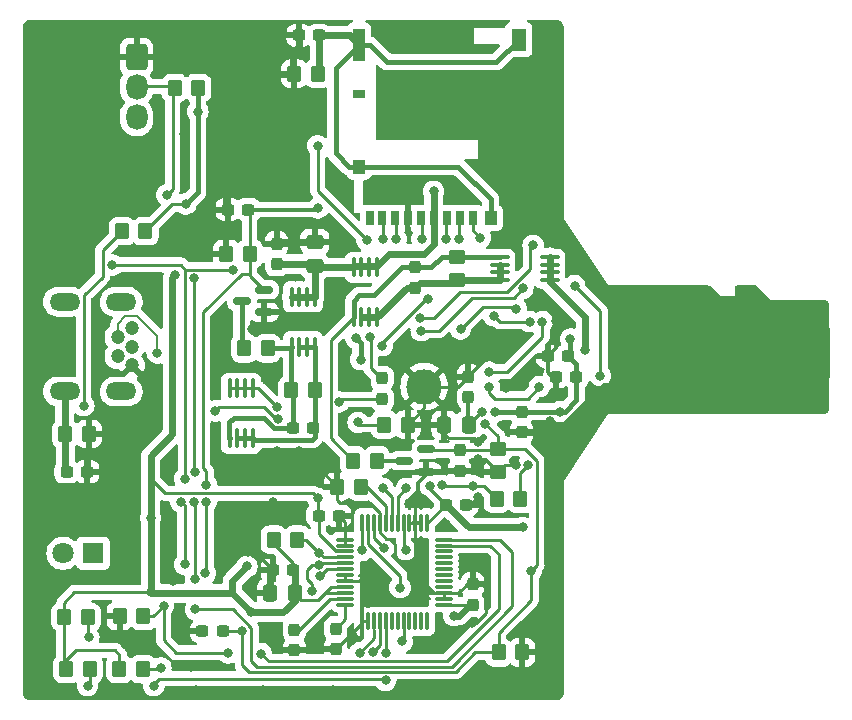
<source format=gbr>
%TF.GenerationSoftware,KiCad,Pcbnew,7.0.5*%
%TF.CreationDate,2023-07-15T17:05:49+09:00*%
%TF.ProjectId,sdmux4,73646d75-7834-42e6-9b69-6361645f7063,rev?*%
%TF.SameCoordinates,Original*%
%TF.FileFunction,Copper,L2,Bot*%
%TF.FilePolarity,Positive*%
%FSLAX46Y46*%
G04 Gerber Fmt 4.6, Leading zero omitted, Abs format (unit mm)*
G04 Created by KiCad (PCBNEW 7.0.5) date 2023-07-15 17:05:49*
%MOMM*%
%LPD*%
G01*
G04 APERTURE LIST*
G04 Aperture macros list*
%AMRoundRect*
0 Rectangle with rounded corners*
0 $1 Rounding radius*
0 $2 $3 $4 $5 $6 $7 $8 $9 X,Y pos of 4 corners*
0 Add a 4 corners polygon primitive as box body*
4,1,4,$2,$3,$4,$5,$6,$7,$8,$9,$2,$3,0*
0 Add four circle primitives for the rounded corners*
1,1,$1+$1,$2,$3*
1,1,$1+$1,$4,$5*
1,1,$1+$1,$6,$7*
1,1,$1+$1,$8,$9*
0 Add four rect primitives between the rounded corners*
20,1,$1+$1,$2,$3,$4,$5,0*
20,1,$1+$1,$4,$5,$6,$7,0*
20,1,$1+$1,$6,$7,$8,$9,0*
20,1,$1+$1,$8,$9,$2,$3,0*%
G04 Aperture macros list end*
%TA.AperFunction,ComponentPad*%
%ADD10C,3.000000*%
%TD*%
%TA.AperFunction,ComponentPad*%
%ADD11C,1.200000*%
%TD*%
%TA.AperFunction,ComponentPad*%
%ADD12O,2.600000X1.500000*%
%TD*%
%TA.AperFunction,ComponentPad*%
%ADD13RoundRect,0.250200X-0.649800X0.849800X-0.649800X-0.849800X0.649800X-0.849800X0.649800X0.849800X0*%
%TD*%
%TA.AperFunction,ComponentPad*%
%ADD14O,1.800000X2.200000*%
%TD*%
%TA.AperFunction,ComponentPad*%
%ADD15R,1.800000X1.800000*%
%TD*%
%TA.AperFunction,ComponentPad*%
%ADD16C,1.800000*%
%TD*%
%TA.AperFunction,SMDPad,CuDef*%
%ADD17R,0.700000X1.200000*%
%TD*%
%TA.AperFunction,SMDPad,CuDef*%
%ADD18R,1.000000X0.800000*%
%TD*%
%TA.AperFunction,SMDPad,CuDef*%
%ADD19R,1.000000X2.800000*%
%TD*%
%TA.AperFunction,SMDPad,CuDef*%
%ADD20R,1.000000X1.200000*%
%TD*%
%TA.AperFunction,SMDPad,CuDef*%
%ADD21R,1.300000X1.900000*%
%TD*%
%TA.AperFunction,SMDPad,CuDef*%
%ADD22RoundRect,0.100000X0.100000X-0.712500X0.100000X0.712500X-0.100000X0.712500X-0.100000X-0.712500X0*%
%TD*%
%TA.AperFunction,SMDPad,CuDef*%
%ADD23RoundRect,0.250000X0.337500X0.475000X-0.337500X0.475000X-0.337500X-0.475000X0.337500X-0.475000X0*%
%TD*%
%TA.AperFunction,SMDPad,CuDef*%
%ADD24RoundRect,0.250000X0.350000X0.450000X-0.350000X0.450000X-0.350000X-0.450000X0.350000X-0.450000X0*%
%TD*%
%TA.AperFunction,SMDPad,CuDef*%
%ADD25RoundRect,0.150000X0.587500X0.150000X-0.587500X0.150000X-0.587500X-0.150000X0.587500X-0.150000X0*%
%TD*%
%TA.AperFunction,SMDPad,CuDef*%
%ADD26RoundRect,0.250000X-0.350000X-0.450000X0.350000X-0.450000X0.350000X0.450000X-0.350000X0.450000X0*%
%TD*%
%TA.AperFunction,SMDPad,CuDef*%
%ADD27RoundRect,0.250000X0.475000X-0.337500X0.475000X0.337500X-0.475000X0.337500X-0.475000X-0.337500X0*%
%TD*%
%TA.AperFunction,SMDPad,CuDef*%
%ADD28RoundRect,0.250000X0.450000X-0.350000X0.450000X0.350000X-0.450000X0.350000X-0.450000X-0.350000X0*%
%TD*%
%TA.AperFunction,SMDPad,CuDef*%
%ADD29RoundRect,0.237500X0.237500X-0.300000X0.237500X0.300000X-0.237500X0.300000X-0.237500X-0.300000X0*%
%TD*%
%TA.AperFunction,SMDPad,CuDef*%
%ADD30RoundRect,0.237500X-0.237500X0.300000X-0.237500X-0.300000X0.237500X-0.300000X0.237500X0.300000X0*%
%TD*%
%TA.AperFunction,SMDPad,CuDef*%
%ADD31RoundRect,0.237500X-0.300000X-0.237500X0.300000X-0.237500X0.300000X0.237500X-0.300000X0.237500X0*%
%TD*%
%TA.AperFunction,SMDPad,CuDef*%
%ADD32RoundRect,0.250000X-0.450000X0.350000X-0.450000X-0.350000X0.450000X-0.350000X0.450000X0.350000X0*%
%TD*%
%TA.AperFunction,SMDPad,CuDef*%
%ADD33RoundRect,0.237500X0.300000X0.237500X-0.300000X0.237500X-0.300000X-0.237500X0.300000X-0.237500X0*%
%TD*%
%TA.AperFunction,SMDPad,CuDef*%
%ADD34RoundRect,0.075000X-0.075000X0.662500X-0.075000X-0.662500X0.075000X-0.662500X0.075000X0.662500X0*%
%TD*%
%TA.AperFunction,SMDPad,CuDef*%
%ADD35RoundRect,0.075000X-0.662500X0.075000X-0.662500X-0.075000X0.662500X-0.075000X0.662500X0.075000X0*%
%TD*%
%TA.AperFunction,SMDPad,CuDef*%
%ADD36RoundRect,0.100000X-0.712500X-0.100000X0.712500X-0.100000X0.712500X0.100000X-0.712500X0.100000X0*%
%TD*%
%TA.AperFunction,SMDPad,CuDef*%
%ADD37RoundRect,0.237500X-0.237500X0.287500X-0.237500X-0.287500X0.237500X-0.287500X0.237500X0.287500X0*%
%TD*%
%TA.AperFunction,ViaPad*%
%ADD38C,0.800000*%
%TD*%
%TA.AperFunction,Conductor*%
%ADD39C,0.600000*%
%TD*%
%TA.AperFunction,Conductor*%
%ADD40C,0.250000*%
%TD*%
%TA.AperFunction,Conductor*%
%ADD41C,0.300000*%
%TD*%
%TA.AperFunction,Conductor*%
%ADD42C,0.400000*%
%TD*%
%TA.AperFunction,Conductor*%
%ADD43C,0.200000*%
%TD*%
G04 APERTURE END LIST*
D10*
%TO.P,U402,49,VSS*%
%TO.N,GND*%
X193500000Y-100000000D03*
%TD*%
D11*
%TO.P,J101,1,VBUS*%
%TO.N,/USB Power/USBVDD_5V*%
X168750000Y-95000000D03*
%TO.P,J101,2,D-*%
%TO.N,/SDCARD_READER/USB-*%
X167550000Y-95800000D03*
%TO.P,J101,3,D+*%
%TO.N,/SDCARD_READER/USB+*%
X168750000Y-96600000D03*
%TO.P,J101,4,ID*%
%TO.N,unconnected-(J101-ID-Pad4)*%
X167550000Y-97400000D03*
%TO.P,J101,5,GND*%
%TO.N,GND*%
X168750000Y-98200000D03*
D12*
%TO.P,J101,6,Shield*%
%TO.N,Net-(J101-Shield)*%
X167850000Y-92800000D03*
X163050000Y-92800000D03*
X167850000Y-100400000D03*
X163050000Y-100400000D03*
%TD*%
D13*
%TO.P,U201,1,GND*%
%TO.N,GND*%
X169152500Y-72105000D03*
D14*
%TO.P,U201,2,Out*%
%TO.N,/Infrad Cont/INFRAD_RX*%
X169152500Y-74645000D03*
%TO.P,U201,3,Vcc*%
%TO.N,+5V*%
X169152500Y-77185000D03*
%TD*%
D15*
%TO.P,D202,1,K*%
%TO.N,Net-(D201-K)*%
X165465000Y-114100000D03*
D16*
%TO.P,D202,2,A*%
%TO.N,Net-(D202-A)*%
X162925000Y-114100000D03*
%TD*%
D17*
%TO.P,J103,1,DAT2*%
%TO.N,/SDMUX/SDOUT1*%
X197593000Y-85703000D03*
%TO.P,J103,2,DAT3/CD*%
%TO.N,/SDMUX/SDOUT2*%
X196493000Y-85703000D03*
%TO.P,J103,3,CMD*%
%TO.N,/SDMUX/SDOUT3*%
X195393000Y-85703000D03*
%TO.P,J103,4,VDD*%
%TO.N,/SDMUX/SDOUT4*%
X194293000Y-85703000D03*
%TO.P,J103,5,CLK*%
%TO.N,/SDMUX/SDOUT5*%
X193193000Y-85703000D03*
%TO.P,J103,6,VSS*%
%TO.N,GND*%
X192093000Y-85703000D03*
%TO.P,J103,7,DAT0*%
%TO.N,/SDMUX/SDOUT7*%
X190993000Y-85703000D03*
%TO.P,J103,8,DAT1*%
%TO.N,/SDMUX/SDOUT8*%
X189893000Y-85703000D03*
%TO.P,J103,9,DET_B*%
%TO.N,unconnected-(J103-DET_B-Pad9)*%
X188943000Y-85703000D03*
D18*
%TO.P,J103,10,DET_A*%
%TO.N,unconnected-(J103-DET_A-Pad10)*%
X187993000Y-75203000D03*
D19*
%TO.P,J103,11,SHIELD*%
%TO.N,Net-(J103-SHIELD)*%
X187993000Y-71053000D03*
D20*
X187993000Y-81403000D03*
X199143000Y-85703000D03*
D21*
X201493000Y-70603000D03*
%TD*%
D22*
%TO.P,Q607,1,S*%
%TO.N,Net-(C608-Pad1)*%
X178975000Y-104362500D03*
%TO.P,Q607,2,S*%
X178325000Y-104362500D03*
%TO.P,Q607,3,S*%
X177675000Y-104362500D03*
%TO.P,Q607,4,G*%
%TO.N,Net-(Q605-G)*%
X177025000Y-104362500D03*
%TO.P,Q607,5,D*%
%TO.N,/SDCARD_READER/SD4*%
X177025000Y-100137500D03*
%TO.P,Q607,6,D*%
X177675000Y-100137500D03*
%TO.P,Q607,7,D*%
X178325000Y-100137500D03*
%TO.P,Q607,8,D*%
X178975000Y-100137500D03*
%TD*%
D23*
%TO.P,C401,1*%
%TO.N,Net-(U402-CRFILT)*%
X197287500Y-103250000D03*
%TO.P,C401,2*%
%TO.N,GND*%
X195212500Y-103250000D03*
%TD*%
D24*
%TO.P,R301,1*%
%TO.N,+5V*%
X169900000Y-86830000D03*
%TO.P,R301,2*%
%TO.N,Net-(D301-A)*%
X167900000Y-86830000D03*
%TD*%
D25*
%TO.P,Q606,1,G*%
%TO.N,/SDMUX/~{SEL1}*%
X179937500Y-91800000D03*
%TO.P,Q606,2,S*%
%TO.N,GND*%
X179937500Y-93700000D03*
%TO.P,Q606,3,D*%
%TO.N,Net-(Q606-D)*%
X178062500Y-92750000D03*
%TD*%
D26*
%TO.P,R503,1*%
%TO.N,+3.3V*%
X180760000Y-112950000D03*
%TO.P,R503,2*%
%TO.N,Net-(U501-CS)*%
X182760000Y-112950000D03*
%TD*%
D27*
%TO.P,C609,1*%
%TO.N,/SDMUX/SDOUT4*%
X184250000Y-89787500D03*
%TO.P,C609,2*%
%TO.N,GND*%
X184250000Y-87712500D03*
%TD*%
D24*
%TO.P,R403,1*%
%TO.N,+3.3V*%
X201640000Y-109500000D03*
%TO.P,R403,2*%
%TO.N,Net-(U401-SCL)*%
X199640000Y-109500000D03*
%TD*%
D28*
%TO.P,R603,1*%
%TO.N,Net-(C605-Pad1)*%
X196250000Y-91000000D03*
%TO.P,R603,2*%
%TO.N,Net-(Q601-G)*%
X196250000Y-89000000D03*
%TD*%
D29*
%TO.P,C506,1*%
%TO.N,+3.3V*%
X197610000Y-118462500D03*
%TO.P,C506,2*%
%TO.N,GND*%
X197610000Y-116737500D03*
%TD*%
D30*
%TO.P,C603,1*%
%TO.N,/SDCARD_READER/SD9*%
X196500000Y-105387500D03*
%TO.P,C603,2*%
%TO.N,GND*%
X196500000Y-107112500D03*
%TD*%
D26*
%TO.P,R402,1*%
%TO.N,Net-(U402-RBIAS)*%
X190090000Y-103210000D03*
%TO.P,R402,2*%
%TO.N,GND*%
X192090000Y-103210000D03*
%TD*%
D31*
%TO.P,C508,1*%
%TO.N,+3.3V*%
X184557500Y-110920000D03*
%TO.P,C508,2*%
%TO.N,GND*%
X186282500Y-110920000D03*
%TD*%
D25*
%TO.P,Q602,1,G*%
%TO.N,/SDCARD_READER/SD9*%
X193687500Y-105300000D03*
%TO.P,Q602,2,S*%
%TO.N,GND*%
X193687500Y-107200000D03*
%TO.P,Q602,3,D*%
%TO.N,Net-(Q602-D)*%
X191812500Y-106250000D03*
%TD*%
D32*
%TO.P,R602,1*%
%TO.N,/SDCARD_READER/SD9*%
X199750000Y-105250000D03*
%TO.P,R602,2*%
%TO.N,GND*%
X199750000Y-107250000D03*
%TD*%
D31*
%TO.P,C507,1*%
%TO.N,+3.3V*%
X195337500Y-109980000D03*
%TO.P,C507,2*%
%TO.N,GND*%
X197062500Y-109980000D03*
%TD*%
D29*
%TO.P,C405,1*%
%TO.N,Net-(U402-CRFILT)*%
X197250000Y-100862500D03*
%TO.P,C405,2*%
%TO.N,GND*%
X197250000Y-99137500D03*
%TD*%
D33*
%TO.P,C606,1*%
%TO.N,/SDMUX/~{SEL1}*%
X178612500Y-85000000D03*
%TO.P,C606,2*%
%TO.N,GND*%
X176887500Y-85000000D03*
%TD*%
D29*
%TO.P,C605,1*%
%TO.N,Net-(C605-Pad1)*%
X192750000Y-91612500D03*
%TO.P,C605,2*%
%TO.N,Net-(Q601-G)*%
X192750000Y-89887500D03*
%TD*%
D24*
%TO.P,R604,1*%
%TO.N,Net-(Q602-D)*%
X189500000Y-106250000D03*
%TO.P,R604,2*%
%TO.N,Net-(Q601-G)*%
X187500000Y-106250000D03*
%TD*%
D33*
%TO.P,C608,1*%
%TO.N,Net-(C608-Pad1)*%
X184112500Y-103500000D03*
%TO.P,C608,2*%
%TO.N,Net-(Q605-G)*%
X182387500Y-103500000D03*
%TD*%
D26*
%TO.P,R605,1*%
%TO.N,/SDCARD_READER/SD9*%
X199800000Y-122500000D03*
%TO.P,R605,2*%
%TO.N,GND*%
X201800000Y-122500000D03*
%TD*%
D33*
%TO.P,C509,1*%
%TO.N,+3.3V*%
X182422500Y-115520000D03*
%TO.P,C509,2*%
%TO.N,GND*%
X180697500Y-115520000D03*
%TD*%
D26*
%TO.P,R508,1*%
%TO.N,+3.3V*%
X167700000Y-123900000D03*
%TO.P,R508,2*%
%TO.N,Net-(D501-A)*%
X169700000Y-123900000D03*
%TD*%
D30*
%TO.P,C501,1*%
%TO.N,Net-(U502-VCCCORE)*%
X182520000Y-120567500D03*
%TO.P,C501,2*%
%TO.N,GND*%
X182520000Y-122292500D03*
%TD*%
D33*
%TO.P,C602,1*%
%TO.N,+3.3V*%
X206372500Y-99160000D03*
%TO.P,C602,2*%
%TO.N,GND*%
X204647500Y-99160000D03*
%TD*%
D34*
%TO.P,U502,1,XCSI*%
%TO.N,Net-(U502-XCSI)*%
X188250000Y-111537500D03*
%TO.P,U502,2,XCSO*%
%TO.N,Net-(U502-XCSO)*%
X188750000Y-111537500D03*
%TO.P,U502,3,VPHY*%
%TO.N,/SELECTOR/VPHY*%
X189250000Y-111537500D03*
%TO.P,U502,4,AGND*%
%TO.N,GND*%
X189750000Y-111537500D03*
%TO.P,U502,5,REF*%
%TO.N,Net-(U502-REF)*%
X190250000Y-111537500D03*
%TO.P,U502,6,DM*%
%TO.N,Net-(U502-DM)*%
X190750000Y-111537500D03*
%TO.P,U502,7,DP*%
%TO.N,Net-(U502-DP)*%
X191250000Y-111537500D03*
%TO.P,U502,8,VPLL*%
%TO.N,/SELECTOR/VPLL*%
X191750000Y-111537500D03*
%TO.P,U502,9,AGND*%
%TO.N,GND*%
X192250000Y-111537500D03*
%TO.P,U502,10,GND*%
X192750000Y-111537500D03*
%TO.P,U502,11,GND*%
X193250000Y-111537500D03*
%TO.P,U502,12,VCCIO*%
%TO.N,+3.3V*%
X193750000Y-111537500D03*
D35*
%TO.P,U502,13,ADBUS0*%
%TO.N,/Infrad Cont/INFRAD_RX*%
X195162500Y-112950000D03*
%TO.P,U502,14,ADBUS1*%
%TO.N,/Infrad Cont/INFRAD_TX*%
X195162500Y-113450000D03*
%TO.P,U502,15,ADBUS2*%
%TO.N,/SELECTOR/ADBUS2*%
X195162500Y-113950000D03*
%TO.P,U502,16,ADBUS3*%
%TO.N,/SELECTOR/ADBUS3*%
X195162500Y-114450000D03*
%TO.P,U502,17,ADBUS4*%
%TO.N,/SELECTOR/ADBUS4*%
X195162500Y-114950000D03*
%TO.P,U502,18,ADBUS5*%
%TO.N,/SELECTOR/ADBUS5*%
X195162500Y-115450000D03*
%TO.P,U502,19,ADBUS6*%
%TO.N,/SELECTOR/ADBUS6*%
X195162500Y-115950000D03*
%TO.P,U502,20,ADBUS7*%
%TO.N,/SELECTOR/ADBUS7*%
X195162500Y-116450000D03*
%TO.P,U502,21,ACBUS0*%
%TO.N,/SELECTOR/ACBUS0*%
X195162500Y-116950000D03*
%TO.P,U502,22,GND*%
%TO.N,GND*%
X195162500Y-117450000D03*
%TO.P,U502,23,GND*%
X195162500Y-117950000D03*
%TO.P,U502,24,VCCIO*%
%TO.N,+3.3V*%
X195162500Y-118450000D03*
D34*
%TO.P,U502,25,ACBUS1*%
%TO.N,/SELECTOR/ACBUS1*%
X193750000Y-119862500D03*
%TO.P,U502,26,ACBUS2*%
%TO.N,/SELECTOR/ACBUS2*%
X193250000Y-119862500D03*
%TO.P,U502,27,ACBUS3*%
%TO.N,/SELECTOR/ACBUS3*%
X192750000Y-119862500D03*
%TO.P,U502,28,ACBUS4*%
%TO.N,/SELECTOR/ACBUS4*%
X192250000Y-119862500D03*
%TO.P,U502,29,ACBUS5*%
%TO.N,/SDMUX/~{SEL1}*%
X191750000Y-119862500D03*
%TO.P,U502,30,ACBUS6*%
%TO.N,/SELECTOR/POWEREN*%
X191250000Y-119862500D03*
%TO.P,U502,31,ACBUS7*%
%TO.N,/SELECTOR/ACBUS7*%
X190750000Y-119862500D03*
%TO.P,U502,32,ACBUS8*%
%TO.N,/SELECTOR/ACBUS8*%
X190250000Y-119862500D03*
%TO.P,U502,33,ACBUS9*%
%TO.N,/SELECTOR/ACBUS9*%
X189750000Y-119862500D03*
%TO.P,U502,34,~{RESET}*%
%TO.N,/SDCARD_READER/~{RESET}*%
X189250000Y-119862500D03*
%TO.P,U502,35,GND*%
%TO.N,GND*%
X188750000Y-119862500D03*
%TO.P,U502,36,GND*%
X188250000Y-119862500D03*
D35*
%TO.P,U502,37,VCCA*%
%TO.N,Net-(U502-VCCA)*%
X186837500Y-118450000D03*
%TO.P,U502,38,VCCCORE*%
%TO.N,Net-(U502-VCCCORE)*%
X186837500Y-117950000D03*
%TO.P,U502,39,VCCD*%
%TO.N,+3.3V*%
X186837500Y-117450000D03*
%TO.P,U502,40,VREGIN*%
X186837500Y-116950000D03*
%TO.P,U502,41,AGND*%
%TO.N,GND*%
X186837500Y-116450000D03*
%TO.P,U502,42,TEST*%
X186837500Y-115950000D03*
%TO.P,U502,43,EEDATA*%
%TO.N,Net-(U501-DI)*%
X186837500Y-115450000D03*
%TO.P,U502,44,EECLK*%
%TO.N,Net-(U501-CLK)*%
X186837500Y-114950000D03*
%TO.P,U502,45,EECS*%
%TO.N,Net-(U501-CS)*%
X186837500Y-114450000D03*
%TO.P,U502,46,VCCIO*%
%TO.N,+3.3V*%
X186837500Y-113950000D03*
%TO.P,U502,47,GND*%
%TO.N,GND*%
X186837500Y-113450000D03*
%TO.P,U502,48,GND*%
X186837500Y-112950000D03*
%TD*%
D24*
%TO.P,R102,1*%
%TO.N,Net-(J103-SHIELD)*%
X184500000Y-73500000D03*
%TO.P,R102,2*%
%TO.N,GND*%
X182500000Y-73500000D03*
%TD*%
D22*
%TO.P,Q605,1,S*%
%TO.N,Net-(C608-Pad1)*%
X184225000Y-96612500D03*
%TO.P,Q605,2,S*%
X183575000Y-96612500D03*
%TO.P,Q605,3,S*%
X182925000Y-96612500D03*
%TO.P,Q605,4,G*%
%TO.N,Net-(Q605-G)*%
X182275000Y-96612500D03*
%TO.P,Q605,5,D*%
%TO.N,/SDMUX/SDOUT4*%
X182275000Y-92387500D03*
%TO.P,Q605,6,D*%
X182925000Y-92387500D03*
%TO.P,Q605,7,D*%
X183575000Y-92387500D03*
%TO.P,Q605,8,D*%
X184225000Y-92387500D03*
%TD*%
D24*
%TO.P,R501,1*%
%TO.N,Net-(U502-REF)*%
X188130000Y-108480000D03*
%TO.P,R501,2*%
%TO.N,GND*%
X186130000Y-108480000D03*
%TD*%
D26*
%TO.P,R202,1*%
%TO.N,+3.3V*%
X163000000Y-119500000D03*
%TO.P,R202,2*%
%TO.N,Net-(D201-A)*%
X165000000Y-119500000D03*
%TD*%
D31*
%TO.P,C101,1*%
%TO.N,Net-(J101-Shield)*%
X163237500Y-107200000D03*
%TO.P,C101,2*%
%TO.N,GND*%
X164962500Y-107200000D03*
%TD*%
D33*
%TO.P,C604,1*%
%TO.N,/SDCARD_READER/SD9*%
X176442500Y-120700000D03*
%TO.P,C604,2*%
%TO.N,GND*%
X174717500Y-120700000D03*
%TD*%
D30*
%TO.P,C407,1*%
%TO.N,+3.3V*%
X201750000Y-102137500D03*
%TO.P,C407,2*%
%TO.N,GND*%
X201750000Y-103862500D03*
%TD*%
D24*
%TO.P,R204,1*%
%TO.N,+5V*%
X174380000Y-74700000D03*
%TO.P,R204,2*%
%TO.N,/Infrad Cont/INFRAD_RX*%
X172380000Y-74700000D03*
%TD*%
%TO.P,R201,1*%
%TO.N,/Infrad Cont/INFRAD_TX*%
X169720000Y-119420000D03*
%TO.P,R201,2*%
%TO.N,GND*%
X167720000Y-119420000D03*
%TD*%
D26*
%TO.P,R101,1*%
%TO.N,Net-(J101-Shield)*%
X163100000Y-104000000D03*
%TO.P,R101,2*%
%TO.N,GND*%
X165100000Y-104000000D03*
%TD*%
D24*
%TO.P,R608,1*%
%TO.N,Net-(C608-Pad1)*%
X184250000Y-100250000D03*
%TO.P,R608,2*%
%TO.N,Net-(Q605-G)*%
X182250000Y-100250000D03*
%TD*%
D36*
%TO.P,Q601,1,S*%
%TO.N,Net-(C605-Pad1)*%
X199887500Y-90975000D03*
%TO.P,Q601,2,S*%
X199887500Y-90325000D03*
%TO.P,Q601,3,S*%
X199887500Y-89675000D03*
%TO.P,Q601,4,G*%
%TO.N,Net-(Q601-G)*%
X199887500Y-89025000D03*
%TO.P,Q601,5,D*%
%TO.N,/SDMUX/SD1_4*%
X204112500Y-89025000D03*
%TO.P,Q601,6,D*%
X204112500Y-89675000D03*
%TO.P,Q601,7,D*%
X204112500Y-90325000D03*
%TO.P,Q601,8,D*%
X204112500Y-90975000D03*
%TD*%
D33*
%TO.P,C105,1*%
%TO.N,Net-(J103-SHIELD)*%
X184612500Y-70250000D03*
%TO.P,C105,2*%
%TO.N,GND*%
X182887500Y-70250000D03*
%TD*%
D24*
%TO.P,R607,1*%
%TO.N,/SDMUX/~{SEL1}*%
X178750000Y-88750000D03*
%TO.P,R607,2*%
%TO.N,GND*%
X176750000Y-88750000D03*
%TD*%
D37*
%TO.P,FB401,1*%
%TO.N,Net-(U402-CRD_PWR)*%
X189940000Y-99285000D03*
%TO.P,FB401,2*%
%TO.N,/SDCARD_READER/SD4*%
X189940000Y-101035000D03*
%TD*%
D26*
%TO.P,R509,1*%
%TO.N,+3.3V*%
X163200000Y-123900000D03*
%TO.P,R509,2*%
%TO.N,Net-(D502-A)*%
X165200000Y-123900000D03*
%TD*%
D30*
%TO.P,C503,1*%
%TO.N,Net-(U502-VCCA)*%
X186020000Y-120487500D03*
%TO.P,C503,2*%
%TO.N,GND*%
X186020000Y-122212500D03*
%TD*%
D23*
%TO.P,C512,1*%
%TO.N,+3.3V*%
X182527500Y-117470000D03*
%TO.P,C512,2*%
%TO.N,GND*%
X180452500Y-117470000D03*
%TD*%
D29*
%TO.P,C607,1*%
%TO.N,/SDMUX/SDOUT4*%
X181000000Y-89612500D03*
%TO.P,C607,2*%
%TO.N,GND*%
X181000000Y-87887500D03*
%TD*%
D33*
%TO.P,C601,1*%
%TO.N,+3.3V*%
X205713500Y-97409000D03*
%TO.P,C601,2*%
%TO.N,GND*%
X203988500Y-97409000D03*
%TD*%
D26*
%TO.P,R609,1*%
%TO.N,Net-(Q606-D)*%
X178250000Y-96750000D03*
%TO.P,R609,2*%
%TO.N,Net-(Q605-G)*%
X180250000Y-96750000D03*
%TD*%
D22*
%TO.P,Q604,1,S*%
%TO.N,Net-(C605-Pad1)*%
X189475000Y-94112500D03*
%TO.P,Q604,2,S*%
X188825000Y-94112500D03*
%TO.P,Q604,3,S*%
X188175000Y-94112500D03*
%TO.P,Q604,4,G*%
%TO.N,Net-(Q601-G)*%
X187525000Y-94112500D03*
%TO.P,Q604,5,D*%
%TO.N,/SDMUX/SDOUT4*%
X187525000Y-89887500D03*
%TO.P,Q604,6,D*%
X188175000Y-89887500D03*
%TO.P,Q604,7,D*%
X188825000Y-89887500D03*
%TO.P,Q604,8,D*%
X189475000Y-89887500D03*
%TD*%
D38*
%TO.N,GND*%
X166240000Y-79100000D03*
X203650000Y-73480000D03*
X161240000Y-102530000D03*
X171100000Y-78600000D03*
X203650000Y-79080000D03*
X202560000Y-92930000D03*
X167960000Y-116070000D03*
X218234000Y-99126000D03*
X201294895Y-106628306D03*
X198070000Y-109320000D03*
X161360000Y-79050000D03*
X178600000Y-113970000D03*
X179670000Y-83130000D03*
X196260000Y-70670000D03*
X173630000Y-87220000D03*
X185740000Y-82710000D03*
X204030000Y-121870000D03*
X161360000Y-84460000D03*
X180240000Y-73500000D03*
X195377500Y-111612500D03*
X189450000Y-83440000D03*
X186730000Y-99810000D03*
X196510000Y-76070000D03*
X200406000Y-100076000D03*
X176190000Y-95140000D03*
X161290000Y-98300000D03*
X192490000Y-115490000D03*
X161430000Y-94780000D03*
X165790000Y-95070000D03*
X171570000Y-87770000D03*
X193780000Y-125630000D03*
X182900000Y-105460000D03*
X165740000Y-98100000D03*
X176310000Y-70260000D03*
X181020000Y-105470000D03*
X175920000Y-98270000D03*
X192200000Y-109960000D03*
X210185000Y-99060000D03*
X167530000Y-103650000D03*
X171240000Y-70240000D03*
X206550000Y-103960000D03*
X161420000Y-89750000D03*
X172240000Y-116430000D03*
X171780000Y-110640000D03*
X163140000Y-84990000D03*
X186660000Y-97790000D03*
X197510000Y-119970000D03*
X190410000Y-75980000D03*
X167760000Y-121040000D03*
X175790000Y-100660000D03*
X203740000Y-125610000D03*
X204750000Y-87310000D03*
X204687884Y-94462482D03*
X200990000Y-76030000D03*
X178840000Y-79480000D03*
X198640000Y-97290000D03*
X185770000Y-125700000D03*
X171820000Y-106340000D03*
X177380000Y-107730000D03*
X178950000Y-95140000D03*
X173800000Y-123700000D03*
X161360000Y-109630000D03*
X204171072Y-102907500D03*
X198050000Y-104663000D03*
X190380000Y-70290000D03*
X200960000Y-81120000D03*
X183710000Y-86090000D03*
X192530000Y-118150000D03*
X170600000Y-99850000D03*
X198040000Y-106112000D03*
X177720000Y-110720000D03*
X204650000Y-106870000D03*
X161290000Y-116050000D03*
X204370000Y-100570000D03*
X186520000Y-87620000D03*
X187356825Y-120912925D03*
X183144891Y-83030000D03*
X180810000Y-86260000D03*
X179880000Y-125670000D03*
X192170000Y-83510000D03*
X161310000Y-70310000D03*
X203620000Y-70350000D03*
X182590000Y-79500000D03*
X210680000Y-92640000D03*
X198140000Y-125660000D03*
X196780000Y-83470000D03*
X172495500Y-120700000D03*
X204250000Y-111150000D03*
X161390000Y-125030000D03*
X178510000Y-98380000D03*
X206760000Y-89970000D03*
X180720000Y-109740000D03*
X168700000Y-111460000D03*
X203690000Y-84140000D03*
X174210000Y-125700000D03*
X173200000Y-78600000D03*
X167000000Y-125600000D03*
X204130000Y-116850000D03*
%TO.N,/SDMUX/SDOUT4*%
X194290000Y-83450000D03*
%TO.N,+3.3V*%
X184510000Y-109450000D03*
X194010000Y-108410000D03*
X170340000Y-117410000D03*
X188110000Y-97694500D03*
X170340000Y-111110000D03*
X196020000Y-119380000D03*
X172420000Y-90580000D03*
X187700000Y-95880000D03*
X202325500Y-106622299D03*
X199490000Y-102130000D03*
X178850000Y-119070000D03*
X178490000Y-115220000D03*
X204992000Y-102108000D03*
X201830000Y-111910000D03*
X205881249Y-95965286D03*
%TO.N,+5V*%
X173320000Y-84540000D03*
X174340000Y-76700000D03*
%TO.N,/SDCARD_READER/~{RESET}*%
X172900000Y-109739500D03*
X188065764Y-122503766D03*
X177300000Y-90080000D03*
X167100000Y-89700000D03*
X173250000Y-115050000D03*
X173230000Y-107770000D03*
%TO.N,Net-(U402-CRFILT)*%
X198401423Y-102173000D03*
%TO.N,Net-(U402-XTAL1{slash}CLKIN)*%
X181105332Y-102694668D03*
X175830000Y-102050000D03*
%TO.N,Net-(U502-XCSI)*%
X188250000Y-113860000D03*
%TO.N,Net-(U502-XCSO)*%
X191450000Y-117010000D03*
%TO.N,/SELECTOR/VPHY*%
X190059952Y-113620049D03*
%TO.N,/SELECTOR/VPLL*%
X191940000Y-113790000D03*
%TO.N,/SDCARD_READER/SD9*%
X178080000Y-120680000D03*
X198675500Y-103134189D03*
X202560000Y-115600000D03*
%TO.N,/SDMUX/~{SEL1}*%
X175065000Y-109739500D03*
X206248000Y-91440000D03*
X191620000Y-121570000D03*
X174975500Y-115791230D03*
X184500000Y-84880000D03*
X175070000Y-108290500D03*
X208407000Y-99060000D03*
%TO.N,Net-(D201-A)*%
X165100000Y-121200000D03*
%TO.N,/SELECTOR/ACBUS8*%
X190230000Y-122515500D03*
X190230000Y-124864500D03*
X170600000Y-125300000D03*
%TO.N,Net-(D301-A)*%
X164675000Y-101600000D03*
%TO.N,/SELECTOR/ACBUS9*%
X189137064Y-122457064D03*
%TO.N,/SDCARD_READER/SD4*%
X181012258Y-101699508D03*
X186294500Y-101285500D03*
%TO.N,/SDCARD_READER/USB-*%
X170900000Y-97149500D03*
%TO.N,Net-(D401-A)*%
X193820000Y-92600000D03*
X184500000Y-79600000D03*
X189955000Y-96524500D03*
X188650000Y-87580000D03*
%TO.N,/SDMUX/SD1_4*%
X207137000Y-96901000D03*
%TO.N,/SDMUX/SDOUT1*%
X198247000Y-87376000D03*
%TO.N,/SDMUX/SDOUT2*%
X196469000Y-87503000D03*
%TO.N,/SDMUX/SDOUT3*%
X195326000Y-87503000D03*
%TO.N,/SDMUX/SDOUT5*%
X199380000Y-93990591D03*
X202441500Y-94493960D03*
X193294000Y-87503000D03*
%TO.N,/SDMUX/SDOUT7*%
X191135000Y-87503000D03*
%TO.N,/SDMUX/SDOUT8*%
X189992000Y-87503000D03*
%TO.N,Net-(D501-A)*%
X171200000Y-123800000D03*
%TO.N,/Infrad Cont/INFRAD_TX*%
X171430000Y-118540000D03*
X176880000Y-122530000D03*
X179700000Y-122590000D03*
%TO.N,Net-(D502-A)*%
X165000000Y-125300000D03*
%TO.N,/Infrad Cont/INFRAD_RX*%
X174004500Y-90804500D03*
X174132701Y-118857299D03*
X174030000Y-109790000D03*
X174124500Y-116320000D03*
X171690000Y-83760000D03*
X174100000Y-107240000D03*
%TO.N,Net-(U402-CRD_PWR)*%
X188922988Y-95800000D03*
%TO.N,Net-(U402-RBIAS)*%
X187902701Y-103012701D03*
%TO.N,Net-(U401-SCL)*%
X195020000Y-108360000D03*
X197670000Y-108400000D03*
%TO.N,Net-(U501-CS)*%
X184620000Y-114060000D03*
%TO.N,/SDCARD_READER/SD7*%
X203250000Y-100000000D03*
X199000000Y-100000000D03*
%TO.N,Net-(U502-DM)*%
X190000000Y-108600000D03*
%TO.N,Net-(U502-DP)*%
X192000000Y-108600000D03*
%TO.N,/SDCARD_READER/SD5*%
X203499298Y-94492783D03*
X199000000Y-98750000D03*
%TO.N,Net-(U501-DI)*%
X184677389Y-116054501D03*
%TO.N,Net-(U501-CLK)*%
X184588117Y-115058994D03*
X183970000Y-117320000D03*
%TO.N,/SDCARD_READER/SD3*%
X196587048Y-95122646D03*
X201300000Y-93400000D03*
%TO.N,/SDCARD_READER/SD2*%
X201856238Y-91668361D03*
X193250000Y-95250000D03*
%TO.N,/SDCARD_READER/SD1*%
X193115049Y-94169549D03*
X202719799Y-88030201D03*
%TD*%
D39*
%TO.N,Net-(J101-Shield)*%
X163100000Y-104000000D02*
X163100000Y-107062500D01*
X163050000Y-100400000D02*
X163050000Y-103950000D01*
X163100000Y-107062500D02*
X163237500Y-107200000D01*
X163050000Y-103950000D02*
X163100000Y-104000000D01*
D40*
%TO.N,GND*%
X184810000Y-107160000D02*
X186130000Y-108480000D01*
X188900000Y-109830000D02*
X186380000Y-109830000D01*
D41*
X204687884Y-94462482D02*
X204687884Y-96709616D01*
D40*
X176750000Y-88750000D02*
X176750000Y-85137500D01*
D39*
X182500000Y-73500000D02*
X180240000Y-73500000D01*
D40*
X197610000Y-116737500D02*
X197142500Y-116737500D01*
X204171072Y-103618928D02*
X203930000Y-103860000D01*
D41*
X192200000Y-109590000D02*
X192200000Y-109960000D01*
D40*
X193230000Y-117450000D02*
X195162500Y-117450000D01*
X195212500Y-103250000D02*
X195212500Y-101712500D01*
D42*
X166600000Y-107200000D02*
X164962500Y-107200000D01*
D40*
X172495500Y-120700000D02*
X174717500Y-120700000D01*
X165100000Y-104000000D02*
X165450000Y-103650000D01*
X186837500Y-116450000D02*
X186837500Y-115950000D01*
D39*
X210185000Y-99060000D02*
X209295000Y-99950000D01*
D40*
X198730000Y-119130000D02*
X197890000Y-119970000D01*
X197142500Y-116737500D02*
X196430000Y-117450000D01*
X182817500Y-70320000D02*
X182887500Y-70250000D01*
X198730000Y-117050000D02*
X198730000Y-119130000D01*
X192530000Y-118150000D02*
X193230000Y-117450000D01*
D41*
X203073000Y-97409000D02*
X203988500Y-97409000D01*
D39*
X182887500Y-71212500D02*
X182400000Y-71700000D01*
X204780000Y-103860000D02*
X203480000Y-103860000D01*
D41*
X200406000Y-100076000D02*
X203073000Y-97409000D01*
D40*
X190595049Y-112895049D02*
X191010000Y-113310000D01*
D42*
X168700000Y-111460000D02*
X168700000Y-109300000D01*
D40*
X193500000Y-101800000D02*
X193500000Y-100000000D01*
X179100000Y-74700000D02*
X179100000Y-74640000D01*
D39*
X182400000Y-73400000D02*
X182500000Y-73500000D01*
D41*
X203988500Y-98788500D02*
X203988500Y-97409000D01*
D39*
X184250000Y-87712500D02*
X181175000Y-87712500D01*
D40*
X186837500Y-112950000D02*
X186837500Y-113450000D01*
X188250000Y-119982500D02*
X186020000Y-122212500D01*
X167720000Y-119420000D02*
X167720000Y-121000000D01*
X188250000Y-119862500D02*
X188250000Y-119982500D01*
X200371694Y-106628306D02*
X199750000Y-107250000D01*
X192750000Y-115230000D02*
X192490000Y-115490000D01*
X201294895Y-106628306D02*
X200371694Y-106628306D01*
D41*
X199750000Y-107250000D02*
X196637500Y-107250000D01*
D40*
X163130000Y-85000000D02*
X163140000Y-84990000D01*
X192090000Y-103210000D02*
X193500000Y-101800000D01*
X196430000Y-117450000D02*
X195162500Y-117450000D01*
D41*
X198640000Y-97747500D02*
X197250000Y-99137500D01*
D42*
X192170000Y-85626000D02*
X192093000Y-85703000D01*
D39*
X209295000Y-99950000D02*
X208690000Y-99950000D01*
D40*
X197737000Y-104350000D02*
X195580000Y-104350000D01*
D41*
X192990000Y-108150000D02*
X192990000Y-108800000D01*
D40*
X191010000Y-113310000D02*
X191010000Y-114340000D01*
X198050000Y-104663000D02*
X197737000Y-104350000D01*
X203930000Y-103860000D02*
X203480000Y-103860000D01*
X180720000Y-109740000D02*
X180720000Y-109910000D01*
X195212500Y-101712500D02*
X193500000Y-100000000D01*
X177380000Y-107730000D02*
X177950000Y-107160000D01*
X165100000Y-107062500D02*
X164962500Y-107200000D01*
X188140000Y-116450000D02*
X188250000Y-116560000D01*
D39*
X203480000Y-103860000D02*
X201752500Y-103860000D01*
D40*
X188250000Y-116560000D02*
X188250000Y-119862500D01*
D41*
X193687500Y-107452500D02*
X192990000Y-108150000D01*
D40*
X186837500Y-116450000D02*
X188140000Y-116450000D01*
X177950000Y-107160000D02*
X184810000Y-107160000D01*
D42*
X192170000Y-83510000D02*
X192170000Y-85626000D01*
X168700000Y-109300000D02*
X166600000Y-107200000D01*
D40*
X180697500Y-115520000D02*
X179147500Y-113970000D01*
D41*
X204360000Y-99160000D02*
X203988500Y-98788500D01*
D40*
X189750000Y-110680000D02*
X188900000Y-109830000D01*
D39*
X176750000Y-84862500D02*
X176887500Y-85000000D01*
D40*
X197890000Y-119970000D02*
X197510000Y-119970000D01*
X192750000Y-111537500D02*
X192750000Y-115230000D01*
D41*
X193775000Y-107112500D02*
X193687500Y-107200000D01*
D40*
X179100000Y-74640000D02*
X180240000Y-73500000D01*
D39*
X176750000Y-76990000D02*
X176750000Y-84862500D01*
D40*
X189750000Y-111537500D02*
X189750000Y-112340000D01*
X176750000Y-85137500D02*
X176887500Y-85000000D01*
X192160000Y-115490000D02*
X192490000Y-115490000D01*
D41*
X198640000Y-97290000D02*
X198640000Y-97747500D01*
D40*
X197250000Y-99137500D02*
X196387500Y-100000000D01*
X165100000Y-104000000D02*
X165100000Y-107062500D01*
D39*
X181175000Y-87712500D02*
X181000000Y-87887500D01*
D40*
X189750000Y-111537500D02*
X189750000Y-110680000D01*
X198040000Y-106112000D02*
X198612000Y-106112000D01*
X188250000Y-119862500D02*
X188750000Y-119862500D01*
D39*
X180452500Y-117470000D02*
X180452500Y-115765000D01*
D40*
X195580000Y-104350000D02*
X195212500Y-103982500D01*
X197410000Y-109980000D02*
X198070000Y-109320000D01*
X186000000Y-122192500D02*
X186020000Y-122212500D01*
X164920000Y-104417500D02*
X164877500Y-104460000D01*
X192490000Y-115590000D02*
X194350000Y-117450000D01*
X186837500Y-111475000D02*
X186282500Y-110920000D01*
D41*
X204687884Y-96709616D02*
X203988500Y-97409000D01*
D39*
X182400000Y-71700000D02*
X182400000Y-73400000D01*
D40*
X186380000Y-109830000D02*
X186130000Y-109580000D01*
X197062500Y-109980000D02*
X197410000Y-109980000D01*
D39*
X182887500Y-70250000D02*
X182887500Y-71212500D01*
D40*
X191010000Y-114340000D02*
X192160000Y-115490000D01*
X182510000Y-122192500D02*
X186000000Y-122192500D01*
X186130000Y-109580000D02*
X186130000Y-108480000D01*
X197610000Y-116737500D02*
X198417500Y-116737500D01*
X195212500Y-103982500D02*
X195212500Y-103250000D01*
X198612000Y-106112000D02*
X199750000Y-107250000D01*
X190305049Y-112895049D02*
X190595049Y-112895049D01*
D41*
X192990000Y-108800000D02*
X192200000Y-109590000D01*
X196500000Y-107112500D02*
X193775000Y-107112500D01*
D39*
X201752500Y-103860000D02*
X201750000Y-103862500D01*
D40*
X194350000Y-117450000D02*
X195162500Y-117450000D01*
X179147500Y-113970000D02*
X178600000Y-113970000D01*
X180720000Y-109910000D02*
X178600000Y-112030000D01*
D39*
X180240000Y-73500000D02*
X176750000Y-76990000D01*
D40*
X186837500Y-112950000D02*
X186837500Y-111475000D01*
D39*
X180452500Y-115765000D02*
X180697500Y-115520000D01*
D40*
X189750000Y-112340000D02*
X190305049Y-112895049D01*
X167720000Y-121000000D02*
X167760000Y-121040000D01*
X198417500Y-116737500D02*
X198730000Y-117050000D01*
D41*
X196637500Y-107250000D02*
X196500000Y-107112500D01*
D40*
X178600000Y-112030000D02*
X178600000Y-113970000D01*
X163280000Y-89825000D02*
X163130000Y-89675000D01*
X204171072Y-102907500D02*
X204171072Y-103618928D01*
X192490000Y-115490000D02*
X192490000Y-115590000D01*
D41*
X193687500Y-107200000D02*
X193687500Y-107452500D01*
X204647500Y-99160000D02*
X204360000Y-99160000D01*
D40*
X192750000Y-111537500D02*
X192250000Y-111537500D01*
X163280000Y-86375000D02*
X163130000Y-86525000D01*
X195162500Y-117450000D02*
X195162500Y-117950000D01*
X196387500Y-100000000D02*
X193500000Y-100000000D01*
D39*
X208690000Y-99950000D02*
X204780000Y-103860000D01*
D40*
X193250000Y-111537500D02*
X192750000Y-111537500D01*
D39*
%TO.N,/SDMUX/SDOUT4*%
X184350000Y-89887500D02*
X184250000Y-89787500D01*
X189540000Y-89750000D02*
X187750000Y-89750000D01*
X194293000Y-87957000D02*
X193500000Y-88750000D01*
X184075000Y-89612500D02*
X184250000Y-89787500D01*
X194293000Y-83453000D02*
X194290000Y-83450000D01*
X194293000Y-85703000D02*
X194293000Y-83453000D01*
X193500000Y-88750000D02*
X190540000Y-88750000D01*
X184250000Y-89787500D02*
X184250000Y-92362500D01*
X184225000Y-92387500D02*
X182275000Y-92387500D01*
X194293000Y-85703000D02*
X194293000Y-87957000D01*
X187525000Y-89887500D02*
X184350000Y-89887500D01*
X190540000Y-88750000D02*
X189540000Y-89750000D01*
X181000000Y-89612500D02*
X184075000Y-89612500D01*
D42*
%TO.N,Net-(J103-SHIELD)*%
X196403000Y-81403000D02*
X187993000Y-81403000D01*
X186000000Y-80250000D02*
X186000000Y-73046000D01*
X187993000Y-81403000D02*
X187153000Y-81403000D01*
D39*
X184612500Y-70250000D02*
X184612500Y-73387500D01*
X184612500Y-70250000D02*
X187190000Y-70250000D01*
X187190000Y-70250000D02*
X187993000Y-71053000D01*
D42*
X187153000Y-81403000D02*
X186000000Y-80250000D01*
X199143000Y-85703000D02*
X199143000Y-84143000D01*
X188925844Y-71053000D02*
X187993000Y-71053000D01*
X199596000Y-72500000D02*
X190372844Y-72500000D01*
X201493000Y-70603000D02*
X199596000Y-72500000D01*
X199143000Y-84143000D02*
X196403000Y-81403000D01*
D39*
X184612500Y-73387500D02*
X184500000Y-73500000D01*
D42*
X186000000Y-73046000D02*
X187993000Y-71053000D01*
X190372844Y-72500000D02*
X188925844Y-71053000D01*
D40*
%TO.N,+3.3V*%
X185110000Y-117450000D02*
X185085000Y-117475000D01*
X163200000Y-123900000D02*
X163200000Y-123100000D01*
X201742500Y-102130000D02*
X201750000Y-102137500D01*
D42*
X204992000Y-102108000D02*
X205402000Y-102108000D01*
D40*
X184515000Y-118045000D02*
X183102500Y-118045000D01*
D39*
X170340000Y-107800000D02*
X170340000Y-111110000D01*
D42*
X188110000Y-96290000D02*
X187700000Y-95880000D01*
D40*
X184510000Y-110872500D02*
X184557500Y-110920000D01*
D39*
X197610000Y-118462500D02*
X197377500Y-118462500D01*
D40*
X184075000Y-109015000D02*
X184510000Y-109450000D01*
X194010000Y-108652500D02*
X195337500Y-109980000D01*
X182422500Y-115520000D02*
X182422500Y-114962500D01*
D39*
X178490000Y-115220000D02*
X177250000Y-116460000D01*
D40*
X193750000Y-111537500D02*
X193780000Y-111537500D01*
D39*
X170400000Y-117470000D02*
X170340000Y-117410000D01*
D40*
X185610000Y-116950000D02*
X185085000Y-117475000D01*
X184557500Y-112477500D02*
X184557500Y-110920000D01*
X182422500Y-114962500D02*
X180760000Y-113300000D01*
D42*
X204992000Y-102108000D02*
X201779500Y-102108000D01*
D40*
X186030000Y-113950000D02*
X184557500Y-112477500D01*
D39*
X170340000Y-107800000D02*
X170340000Y-105850000D01*
X170340000Y-117410000D02*
X170340000Y-111110000D01*
D40*
X186837500Y-116950000D02*
X185610000Y-116950000D01*
X193780000Y-111537500D02*
X195337500Y-109980000D01*
X183102500Y-118045000D02*
X182527500Y-117470000D01*
D39*
X178850000Y-119070000D02*
X177250000Y-117470000D01*
D42*
X199490000Y-102130000D02*
X201742500Y-102130000D01*
D40*
X163200000Y-123900000D02*
X163000000Y-123700000D01*
D39*
X172170000Y-90830000D02*
X172420000Y-90580000D01*
D40*
X195162500Y-118450000D02*
X197597500Y-118450000D01*
D39*
X197377500Y-118462500D02*
X196460000Y-119380000D01*
D40*
X163000000Y-118300000D02*
X163890000Y-117410000D01*
X184510000Y-109450000D02*
X184510000Y-110872500D01*
X182527500Y-115625000D02*
X182422500Y-115520000D01*
D39*
X197267500Y-111910000D02*
X195337500Y-109980000D01*
X177250000Y-116460000D02*
X177250000Y-117470000D01*
D42*
X205402000Y-102108000D02*
X206372500Y-101137500D01*
D40*
X180760000Y-113300000D02*
X180760000Y-112950000D01*
D41*
X205881249Y-97241251D02*
X205713500Y-97409000D01*
D39*
X182527500Y-117470000D02*
X182527500Y-115625000D01*
X177250000Y-117470000D02*
X176820000Y-117470000D01*
D40*
X186837500Y-117450000D02*
X185110000Y-117450000D01*
D39*
X172170000Y-104020000D02*
X172170000Y-90830000D01*
D40*
X186837500Y-113950000D02*
X186030000Y-113950000D01*
D39*
X178850000Y-119070000D02*
X181560000Y-119070000D01*
D41*
X201779500Y-102108000D02*
X201750000Y-102137500D01*
D39*
X201830000Y-111910000D02*
X197267500Y-111910000D01*
D40*
X164000000Y-122300000D02*
X167300000Y-122300000D01*
X163000000Y-119500000D02*
X163000000Y-118300000D01*
X163000000Y-123700000D02*
X163000000Y-119500000D01*
D42*
X205881249Y-95965286D02*
X205881249Y-97241251D01*
D39*
X181560000Y-119070000D02*
X182527500Y-118102500D01*
D40*
X170340000Y-107800000D02*
X171555000Y-109015000D01*
X163200000Y-123100000D02*
X164000000Y-122300000D01*
D39*
X170340000Y-105850000D02*
X172170000Y-104020000D01*
D42*
X206372500Y-101137500D02*
X206372500Y-99160000D01*
D40*
X163890000Y-117410000D02*
X170340000Y-117410000D01*
D39*
X176820000Y-117470000D02*
X170400000Y-117470000D01*
D42*
X206372500Y-98068000D02*
X205713500Y-97409000D01*
D40*
X167700000Y-122700000D02*
X167700000Y-123900000D01*
X185085000Y-117475000D02*
X184515000Y-118045000D01*
D42*
X206372500Y-99160000D02*
X206372500Y-98068000D01*
D40*
X167300000Y-122300000D02*
X167700000Y-122700000D01*
D39*
X196460000Y-119380000D02*
X196020000Y-119380000D01*
D40*
X201640000Y-107307799D02*
X201640000Y-109500000D01*
D42*
X188110000Y-97694500D02*
X188110000Y-96290000D01*
D39*
X182527500Y-118102500D02*
X182527500Y-117470000D01*
D40*
X194010000Y-108410000D02*
X194010000Y-108652500D01*
X202325500Y-106622299D02*
X201640000Y-107307799D01*
X171555000Y-109015000D02*
X184075000Y-109015000D01*
%TO.N,+5V*%
X173320000Y-84540000D02*
X172190000Y-84540000D01*
D42*
X173320000Y-84540000D02*
X174340000Y-83520000D01*
D40*
X172190000Y-84540000D02*
X169900000Y-86830000D01*
D42*
X174340000Y-76700000D02*
X174340000Y-74740000D01*
X174340000Y-74740000D02*
X174380000Y-74700000D01*
X174340000Y-83520000D02*
X174340000Y-76700000D01*
D40*
%TO.N,/SDCARD_READER/~{RESET}*%
X167100000Y-89700000D02*
X167125000Y-89675000D01*
X189275000Y-121294530D02*
X189275000Y-120620000D01*
X177300000Y-90080000D02*
X173280000Y-90080000D01*
X173230000Y-107770000D02*
X173280000Y-107720000D01*
X173210000Y-110049500D02*
X173210000Y-115010000D01*
X172900000Y-109739500D02*
X173210000Y-110049500D01*
X167125000Y-89675000D02*
X172875000Y-89675000D01*
X173210000Y-115010000D02*
X173250000Y-115050000D01*
X173280000Y-107720000D02*
X173280000Y-90080000D01*
X172875000Y-89675000D02*
X173280000Y-90080000D01*
X188065764Y-122503766D02*
X189275000Y-121294530D01*
D41*
%TO.N,Net-(U402-CRFILT)*%
X197250000Y-103212500D02*
X197287500Y-103250000D01*
X197250000Y-100862500D02*
X197250000Y-103212500D01*
X197324423Y-103250000D02*
X197287500Y-103250000D01*
X198401423Y-102173000D02*
X197324423Y-103250000D01*
D40*
%TO.N,Net-(U402-XTAL1{slash}CLKIN)*%
X175830000Y-102050000D02*
X176160000Y-101720000D01*
X176160000Y-101720000D02*
X179962462Y-101720000D01*
X179962462Y-101720000D02*
X180937130Y-102694668D01*
X180937130Y-102694668D02*
X181105332Y-102694668D01*
%TO.N,Net-(U502-VCCCORE)*%
X182838896Y-120667500D02*
X182510000Y-120667500D01*
X185556396Y-117950000D02*
X182838896Y-120667500D01*
X186837500Y-117950000D02*
X185556396Y-117950000D01*
%TO.N,Net-(U502-VCCA)*%
X186837500Y-119670000D02*
X186020000Y-120487500D01*
X186837500Y-118450000D02*
X186837500Y-119670000D01*
%TO.N,Net-(U502-XCSI)*%
X188250000Y-113860000D02*
X188250000Y-111537500D01*
%TO.N,Net-(U502-XCSO)*%
X189334952Y-113907300D02*
X188750000Y-113322348D01*
X189334952Y-113920354D02*
X189334952Y-113907300D01*
X189759647Y-114345049D02*
X189334952Y-113920354D01*
X191450000Y-116022348D02*
X189772701Y-114345049D01*
X189772701Y-114345049D02*
X189759647Y-114345049D01*
X191450000Y-117010000D02*
X191450000Y-116022348D01*
X188750000Y-113322348D02*
X188750000Y-111537500D01*
%TO.N,/SELECTOR/VPHY*%
X189250000Y-111537500D02*
X189250000Y-112810097D01*
X189250000Y-112810097D02*
X190059952Y-113620049D01*
%TO.N,/SELECTOR/VPLL*%
X191750000Y-111537500D02*
X191750000Y-113600000D01*
X191750000Y-113600000D02*
X191940000Y-113790000D01*
%TO.N,/SDCARD_READER/SD9*%
X178080000Y-120680000D02*
X178042500Y-120717500D01*
X199750000Y-105250000D02*
X202040000Y-105250000D01*
X199800000Y-122500000D02*
X199800000Y-120820000D01*
X196180000Y-124140000D02*
X178660000Y-124140000D01*
X196500000Y-105387500D02*
X193775000Y-105387500D01*
X178080000Y-123560000D02*
X178080000Y-120680000D01*
X199800000Y-120820000D02*
X202560000Y-118060000D01*
X203050000Y-115110000D02*
X202560000Y-115600000D01*
X197820000Y-122500000D02*
X196180000Y-124140000D01*
X198675500Y-103134189D02*
X199750000Y-104208689D01*
X199800000Y-122500000D02*
X197820000Y-122500000D01*
X199612500Y-105387500D02*
X199750000Y-105250000D01*
X202040000Y-105250000D02*
X203050000Y-106260000D01*
X203050000Y-106260000D02*
X203050000Y-115110000D01*
X202560000Y-118060000D02*
X202560000Y-115600000D01*
X193775000Y-105387500D02*
X193687500Y-105300000D01*
X199750000Y-104208689D02*
X199750000Y-105250000D01*
X178660000Y-124140000D02*
X178080000Y-123560000D01*
X196500000Y-105387500D02*
X199612500Y-105387500D01*
X178042500Y-120717500D02*
X176890000Y-120717500D01*
%TO.N,/SDMUX/~{SEL1}*%
X174770000Y-106850000D02*
X174770000Y-93700000D01*
X178750000Y-90612500D02*
X178750000Y-90430000D01*
X179937500Y-91800000D02*
X178750000Y-90612500D01*
X178750000Y-88750000D02*
X178750000Y-85137500D01*
X208407000Y-99060000D02*
X208407000Y-93599000D01*
X191750000Y-121440000D02*
X191620000Y-121570000D01*
D41*
X184500000Y-84880000D02*
X184380000Y-85000000D01*
D40*
X175070000Y-115696730D02*
X175070000Y-109744500D01*
X175070000Y-109744500D02*
X175065000Y-109739500D01*
X175070000Y-107150000D02*
X174770000Y-106850000D01*
X178750000Y-90430000D02*
X178750000Y-88750000D01*
X174770000Y-93700000D02*
X178040000Y-90430000D01*
X178040000Y-90430000D02*
X178750000Y-90430000D01*
D41*
X184380000Y-85000000D02*
X178612500Y-85000000D01*
D40*
X178750000Y-85137500D02*
X178612500Y-85000000D01*
X191750000Y-119862500D02*
X191750000Y-121440000D01*
X208407000Y-93599000D02*
X206248000Y-91440000D01*
X175070000Y-108290500D02*
X175070000Y-107150000D01*
X174975500Y-115791230D02*
X175070000Y-115696730D01*
D42*
%TO.N,Net-(Q601-G)*%
X188000000Y-92250000D02*
X187525000Y-92725000D01*
X194112500Y-89887500D02*
X192750000Y-89887500D01*
X191612500Y-89887500D02*
X189250000Y-92250000D01*
X196250000Y-89000000D02*
X195000000Y-89000000D01*
D40*
X185570000Y-104320000D02*
X185570000Y-96067500D01*
D42*
X199887500Y-89025000D02*
X196275000Y-89025000D01*
X187525000Y-92725000D02*
X187525000Y-94112500D01*
X189250000Y-92250000D02*
X188000000Y-92250000D01*
X192750000Y-89887500D02*
X191612500Y-89887500D01*
X195000000Y-89000000D02*
X194112500Y-89887500D01*
X196275000Y-89025000D02*
X196250000Y-89000000D01*
D40*
X185570000Y-96067500D02*
X187525000Y-94112500D01*
X187500000Y-106250000D02*
X185570000Y-104320000D01*
D42*
%TO.N,Net-(Q605-G)*%
X182250000Y-96637500D02*
X182275000Y-96612500D01*
X177000000Y-104337500D02*
X177025000Y-104362500D01*
X182387500Y-100387500D02*
X182250000Y-100250000D01*
X180780000Y-103500000D02*
X179910000Y-102630000D01*
X179910000Y-102630000D02*
X177370000Y-102630000D01*
X182387500Y-103500000D02*
X180780000Y-103500000D01*
X177370000Y-102630000D02*
X177000000Y-103000000D01*
X182250000Y-100250000D02*
X182250000Y-96637500D01*
X182387500Y-103500000D02*
X182387500Y-100387500D01*
X182137500Y-96750000D02*
X182275000Y-96612500D01*
X180250000Y-96750000D02*
X182137500Y-96750000D01*
X177000000Y-103000000D02*
X177000000Y-104337500D01*
D40*
%TO.N,Net-(D201-A)*%
X165000000Y-121100000D02*
X165100000Y-121200000D01*
X165000000Y-119500000D02*
X165000000Y-121100000D01*
%TO.N,/SELECTOR/ACBUS8*%
X190085500Y-124720000D02*
X171080000Y-124720000D01*
X170500000Y-125300000D02*
X170600000Y-125200000D01*
X190250000Y-119862500D02*
X190250000Y-122495500D01*
X190230000Y-124864500D02*
X190085500Y-124720000D01*
X170600000Y-125200000D02*
X170600000Y-125300000D01*
X190250000Y-122495500D02*
X190230000Y-122515500D01*
X171080000Y-124720000D02*
X170600000Y-125200000D01*
X170600000Y-125300000D02*
X170500000Y-125300000D01*
%TO.N,Net-(D301-A)*%
X166270000Y-88460000D02*
X167900000Y-86830000D01*
X164675000Y-101600000D02*
X164675000Y-92265000D01*
X164675000Y-92265000D02*
X166270000Y-90670000D01*
X166270000Y-90670000D02*
X166270000Y-88460000D01*
%TO.N,/SELECTOR/ACBUS9*%
X189750000Y-119862500D02*
X189750000Y-121844128D01*
X189750000Y-121844128D02*
X189137064Y-122457064D01*
%TO.N,/SDCARD_READER/SD4*%
X186520000Y-101060000D02*
X189900000Y-101060000D01*
X186294500Y-101285500D02*
X186520000Y-101060000D01*
X179450250Y-100137500D02*
X177025000Y-100137500D01*
X189925000Y-101035000D02*
X189940000Y-101035000D01*
X189900000Y-101060000D02*
X189925000Y-101035000D01*
X181012258Y-101699508D02*
X179450250Y-100137500D01*
D43*
%TO.N,/SDCARD_READER/USB-*%
X170900000Y-97149500D02*
X170900000Y-95700000D01*
X169200000Y-94000000D02*
X168200000Y-94000000D01*
X167550000Y-94650000D02*
X167550000Y-95800000D01*
X170900000Y-95700000D02*
X169200000Y-94000000D01*
X168200000Y-94000000D02*
X167550000Y-94650000D01*
D40*
%TO.N,Net-(D401-A)*%
X184500000Y-83430000D02*
X184500000Y-79600000D01*
X188650000Y-87580000D02*
X184500000Y-83430000D01*
X193820000Y-92600000D02*
X193660000Y-92600000D01*
X189955000Y-96305000D02*
X189955000Y-96524500D01*
X193660000Y-92600000D02*
X189955000Y-96305000D01*
D39*
%TO.N,/SDMUX/SD1_4*%
X204112500Y-91112500D02*
X204112500Y-89025000D01*
X207137000Y-96901000D02*
X207137000Y-94137000D01*
X207137000Y-94137000D02*
X204112500Y-91112500D01*
D40*
%TO.N,/SDMUX/SDOUT1*%
X197593000Y-86722000D02*
X197593000Y-85703000D01*
X198247000Y-87376000D02*
X197593000Y-86722000D01*
%TO.N,/SDMUX/SDOUT2*%
X196469000Y-87503000D02*
X196469000Y-85727000D01*
X196469000Y-85727000D02*
X196493000Y-85703000D01*
%TO.N,/SDMUX/SDOUT3*%
X195326000Y-85770000D02*
X195393000Y-85703000D01*
X195326000Y-87503000D02*
X195326000Y-85770000D01*
%TO.N,/SDMUX/SDOUT5*%
X199889409Y-94500000D02*
X202435460Y-94500000D01*
X193294000Y-87503000D02*
X193294000Y-85804000D01*
X199380000Y-93990591D02*
X199889409Y-94500000D01*
X193294000Y-85804000D02*
X193193000Y-85703000D01*
X202435460Y-94500000D02*
X202441500Y-94493960D01*
%TO.N,/SDMUX/SDOUT7*%
X191135000Y-85845000D02*
X190993000Y-85703000D01*
X191135000Y-87503000D02*
X191135000Y-85845000D01*
%TO.N,/SDMUX/SDOUT8*%
X189992000Y-87503000D02*
X189992000Y-85802000D01*
X189992000Y-85802000D02*
X189893000Y-85703000D01*
D39*
%TO.N,Net-(C605-Pad1)*%
X192047500Y-91612500D02*
X189547500Y-94112500D01*
X192750000Y-91612500D02*
X192047500Y-91612500D01*
X199862500Y-91000000D02*
X196250000Y-91000000D01*
X199887500Y-90975000D02*
X199862500Y-91000000D01*
X199887500Y-90975000D02*
X199887500Y-89725000D01*
X189547500Y-94112500D02*
X189475000Y-94112500D01*
X196000000Y-91250000D02*
X193112500Y-91250000D01*
X193112500Y-91250000D02*
X192750000Y-91612500D01*
X189475000Y-94112500D02*
X188225000Y-94112500D01*
X196250000Y-91000000D02*
X196000000Y-91250000D01*
D40*
%TO.N,Net-(D501-A)*%
X169700000Y-123900000D02*
X171100000Y-123900000D01*
X171100000Y-123900000D02*
X171200000Y-123800000D01*
%TO.N,/Infrad Cont/INFRAD_TX*%
X176880000Y-122530000D02*
X172490000Y-122530000D01*
X180350000Y-123240000D02*
X179700000Y-122590000D01*
X199800000Y-114140000D02*
X199800000Y-118850000D01*
X170550000Y-119420000D02*
X171430000Y-118540000D01*
X195410000Y-123240000D02*
X180350000Y-123240000D01*
X199110000Y-113450000D02*
X199800000Y-114140000D01*
X195162500Y-113450000D02*
X199110000Y-113450000D01*
X171430000Y-121470000D02*
X171430000Y-118540000D01*
X172490000Y-122530000D02*
X171430000Y-121470000D01*
X199800000Y-118850000D02*
X195410000Y-123240000D01*
X169720000Y-119420000D02*
X170550000Y-119420000D01*
%TO.N,Net-(D502-A)*%
X165200000Y-123900000D02*
X165200000Y-125100000D01*
X165200000Y-125100000D02*
X165000000Y-125300000D01*
%TO.N,/Infrad Cont/INFRAD_RX*%
X178880000Y-120454695D02*
X177282604Y-118857299D01*
X172380000Y-74700000D02*
X172230000Y-74850000D01*
X200970000Y-113970000D02*
X200970000Y-118540000D01*
X195820000Y-123690000D02*
X179360000Y-123690000D01*
X172230000Y-83220000D02*
X171690000Y-83760000D01*
X174030000Y-90830000D02*
X174004500Y-90804500D01*
X172230000Y-74850000D02*
X172230000Y-83220000D01*
X174100000Y-107240000D02*
X174030000Y-107170000D01*
X174080000Y-109840000D02*
X174080000Y-116275500D01*
X172245000Y-74565000D02*
X172380000Y-74700000D01*
X195162500Y-112950000D02*
X199950000Y-112950000D01*
X174030000Y-109790000D02*
X174080000Y-109840000D01*
X169152500Y-74645000D02*
X169232500Y-74565000D01*
X174080000Y-116275500D02*
X174124500Y-116320000D01*
X200970000Y-118540000D02*
X195820000Y-123690000D01*
X178880000Y-123210000D02*
X178880000Y-120454695D01*
X177282604Y-118857299D02*
X174132701Y-118857299D01*
X169232500Y-74565000D02*
X172245000Y-74565000D01*
X174030000Y-107170000D02*
X174030000Y-90830000D01*
X199950000Y-112950000D02*
X200970000Y-113970000D01*
X179360000Y-123690000D02*
X178880000Y-123210000D01*
%TO.N,Net-(U402-CRD_PWR)*%
X188922988Y-95800000D02*
X188960000Y-95837012D01*
X188960000Y-98420000D02*
X189825000Y-99285000D01*
X188960000Y-95837012D02*
X188960000Y-98420000D01*
X189825000Y-99285000D02*
X189940000Y-99285000D01*
D41*
%TO.N,Net-(Q602-D)*%
X191812500Y-106250000D02*
X189500000Y-106250000D01*
D42*
%TO.N,Net-(Q606-D)*%
X178250000Y-96750000D02*
X178062500Y-96562500D01*
X178062500Y-96562500D02*
X178062500Y-92750000D01*
D40*
%TO.N,Net-(U402-RBIAS)*%
X187902701Y-103012701D02*
X188100000Y-103210000D01*
X188100000Y-103210000D02*
X190090000Y-103210000D01*
%TO.N,Net-(U401-SCL)*%
X195060000Y-108400000D02*
X195020000Y-108360000D01*
X198540000Y-108400000D02*
X199640000Y-109500000D01*
X197670000Y-108400000D02*
X195060000Y-108400000D01*
X197670000Y-108400000D02*
X198540000Y-108400000D01*
%TO.N,Net-(U502-REF)*%
X190250000Y-110100000D02*
X190250000Y-111537500D01*
X188630000Y-108480000D02*
X190250000Y-110100000D01*
X188130000Y-108480000D02*
X188630000Y-108480000D01*
%TO.N,Net-(U501-CS)*%
X186837500Y-114450000D02*
X185010000Y-114450000D01*
X185010000Y-114450000D02*
X184620000Y-114060000D01*
X183510000Y-112950000D02*
X184620000Y-114060000D01*
X182760000Y-112950000D02*
X183510000Y-112950000D01*
%TO.N,/SDCARD_READER/SD7*%
X199000000Y-100500000D02*
X199000000Y-100000000D01*
X203250000Y-100000000D02*
X202250000Y-101000000D01*
X199500000Y-101000000D02*
X199000000Y-100500000D01*
X202250000Y-101000000D02*
X199500000Y-101000000D01*
%TO.N,Net-(U502-DM)*%
X190750000Y-109350000D02*
X190750000Y-111537500D01*
X190000000Y-108600000D02*
X190750000Y-109350000D01*
%TO.N,Net-(U502-DP)*%
X191250000Y-109350000D02*
X191250000Y-111537500D01*
X192000000Y-108600000D02*
X191250000Y-109350000D01*
%TO.N,/SDCARD_READER/SD5*%
X203499298Y-95750702D02*
X203499298Y-94492783D01*
X199000000Y-98750000D02*
X200500000Y-98750000D01*
X200500000Y-98750000D02*
X203499298Y-95750702D01*
%TO.N,Net-(U501-DI)*%
X185281890Y-115450000D02*
X184677389Y-116054501D01*
X186837500Y-115450000D02*
X185281890Y-115450000D01*
%TO.N,Net-(U501-CLK)*%
X184697111Y-114950000D02*
X184588117Y-115058994D01*
X183970000Y-117320000D02*
X183970000Y-116670000D01*
X183550000Y-116250000D02*
X183550000Y-115520000D01*
X186837500Y-114950000D02*
X184697111Y-114950000D01*
X184011006Y-115058994D02*
X184588117Y-115058994D01*
X183970000Y-116670000D02*
X183550000Y-116250000D01*
X183550000Y-115520000D02*
X184011006Y-115058994D01*
%TO.N,/SDCARD_READER/SD3*%
X201300000Y-93400000D02*
X201165591Y-93265591D01*
X198444103Y-93265591D02*
X196587048Y-95122646D01*
X201165591Y-93265591D02*
X198444103Y-93265591D01*
%TO.N,/SDCARD_READER/SD2*%
X197542000Y-92458000D02*
X194750000Y-95250000D01*
X201856238Y-91668361D02*
X201066599Y-92458000D01*
X194750000Y-95250000D02*
X193250000Y-95250000D01*
X201066599Y-92458000D02*
X197542000Y-92458000D01*
%TO.N,/SDCARD_READER/SD1*%
X200500000Y-92000000D02*
X202500000Y-90000000D01*
X196520000Y-92000000D02*
X200500000Y-92000000D01*
X193115049Y-94169549D02*
X194350451Y-94169549D01*
X194350451Y-94169549D02*
X196520000Y-92000000D01*
X202500000Y-90000000D02*
X202500000Y-88250000D01*
X202500000Y-88250000D02*
X202719799Y-88030201D01*
D42*
%TO.N,Net-(C608-Pad1)*%
X178975000Y-104362500D02*
X179112500Y-104500000D01*
X184225000Y-96612500D02*
X182925000Y-96612500D01*
X179112500Y-104500000D02*
X184000000Y-104500000D01*
X184250000Y-104250000D02*
X184250000Y-100250000D01*
X184250000Y-96637500D02*
X184225000Y-96612500D01*
X184250000Y-100250000D02*
X184250000Y-96637500D01*
X184000000Y-104500000D02*
X184250000Y-104250000D01*
X177675000Y-104362500D02*
X178975000Y-104362500D01*
%TD*%
%TA.AperFunction,Conductor*%
%TO.N,GND*%
G36*
X187398385Y-68930502D02*
G01*
X187444878Y-68984158D01*
X187454982Y-69054432D01*
X187425488Y-69119012D01*
X187374297Y-69154554D01*
X187350428Y-69163458D01*
X187246794Y-69202111D01*
X187129738Y-69289738D01*
X187053928Y-69391009D01*
X186997092Y-69433556D01*
X186953060Y-69441500D01*
X185443518Y-69441500D01*
X185377372Y-69422741D01*
X185229920Y-69331791D01*
X185064381Y-69276938D01*
X185064378Y-69276937D01*
X184965414Y-69266826D01*
X184965393Y-69266824D01*
X184962213Y-69266500D01*
X184959007Y-69266500D01*
X184265993Y-69266500D01*
X184265973Y-69266500D01*
X184262788Y-69266501D01*
X184259611Y-69266825D01*
X184259602Y-69266826D01*
X184160618Y-69276938D01*
X183995080Y-69331791D01*
X183846650Y-69423344D01*
X183838741Y-69431254D01*
X183776429Y-69465280D01*
X183705614Y-69460215D01*
X183660551Y-69431254D01*
X183653036Y-69423739D01*
X183504704Y-69332246D01*
X183339282Y-69277431D01*
X183240360Y-69267325D01*
X183233971Y-69267000D01*
X183141500Y-69267000D01*
X183141500Y-71233000D01*
X183233971Y-71233000D01*
X183240360Y-71232674D01*
X183339282Y-71222568D01*
X183504707Y-71167752D01*
X183611853Y-71101663D01*
X183680332Y-71082925D01*
X183748071Y-71104184D01*
X183793563Y-71158691D01*
X183804000Y-71208903D01*
X183804000Y-72301910D01*
X183783998Y-72370031D01*
X183744147Y-72409151D01*
X183676347Y-72450970D01*
X183588740Y-72538577D01*
X183526428Y-72572602D01*
X183455612Y-72567536D01*
X183410549Y-72538576D01*
X183323339Y-72451365D01*
X183172522Y-72358340D01*
X183004327Y-72302606D01*
X182903692Y-72292325D01*
X182897303Y-72292000D01*
X182754000Y-72292000D01*
X182754000Y-74708000D01*
X182897303Y-74708000D01*
X182903692Y-74707674D01*
X183004327Y-74697393D01*
X183172522Y-74641659D01*
X183323339Y-74548634D01*
X183410550Y-74461423D01*
X183472862Y-74427398D01*
X183543678Y-74432462D01*
X183588739Y-74461421D01*
X183676348Y-74549030D01*
X183827262Y-74642115D01*
X183995574Y-74697887D01*
X184071637Y-74705658D01*
X184096253Y-74708173D01*
X184096255Y-74708173D01*
X184099455Y-74708500D01*
X184900544Y-74708499D01*
X185004426Y-74697887D01*
X185125871Y-74657644D01*
X185196822Y-74655205D01*
X185257832Y-74691513D01*
X185289527Y-74755042D01*
X185291500Y-74777250D01*
X185291500Y-78804802D01*
X185271498Y-78872923D01*
X185217842Y-78919416D01*
X185147568Y-78929520D01*
X185091439Y-78906738D01*
X184956753Y-78808883D01*
X184956752Y-78808882D01*
X184782288Y-78731206D01*
X184595487Y-78691500D01*
X184404513Y-78691500D01*
X184279979Y-78717970D01*
X184217711Y-78731206D01*
X184043246Y-78808883D01*
X183888747Y-78921133D01*
X183760958Y-79063057D01*
X183665472Y-79228443D01*
X183606458Y-79410070D01*
X183586496Y-79599999D01*
X183606458Y-79789929D01*
X183665472Y-79971556D01*
X183760958Y-80136942D01*
X183760960Y-80136944D01*
X183834137Y-80218215D01*
X183864853Y-80282220D01*
X183866500Y-80302524D01*
X183866500Y-83346147D01*
X183864204Y-83366935D01*
X183866438Y-83437984D01*
X183866500Y-83441942D01*
X183866500Y-83469856D01*
X183866995Y-83473774D01*
X183866997Y-83473806D01*
X183867008Y-83473888D01*
X183867937Y-83485697D01*
X183869326Y-83529892D01*
X183874977Y-83549341D01*
X183878986Y-83568696D01*
X183881525Y-83588794D01*
X183881525Y-83588796D01*
X183881526Y-83588797D01*
X183895531Y-83624171D01*
X183897801Y-83629903D01*
X183901644Y-83641130D01*
X183913980Y-83683590D01*
X183924294Y-83701030D01*
X183932987Y-83718774D01*
X183940448Y-83737617D01*
X183940449Y-83737619D01*
X183966431Y-83773380D01*
X183972948Y-83783301D01*
X183995458Y-83821363D01*
X184009778Y-83835683D01*
X184022618Y-83850716D01*
X184034525Y-83867105D01*
X184044345Y-83875228D01*
X184056172Y-83885012D01*
X184095911Y-83943845D01*
X184097534Y-84014823D01*
X184060526Y-84075411D01*
X184049920Y-84084034D01*
X183888746Y-84201134D01*
X183848163Y-84246206D01*
X183799897Y-84299811D01*
X183739454Y-84337050D01*
X183706263Y-84341500D01*
X179598695Y-84341500D01*
X179530574Y-84321498D01*
X179509600Y-84304595D01*
X179378349Y-84173344D01*
X179378346Y-84173342D01*
X179229920Y-84081791D01*
X179064381Y-84026938D01*
X179064378Y-84026937D01*
X178965414Y-84016826D01*
X178965393Y-84016824D01*
X178962213Y-84016500D01*
X178959007Y-84016500D01*
X178265993Y-84016500D01*
X178265973Y-84016500D01*
X178262788Y-84016501D01*
X178259611Y-84016825D01*
X178259602Y-84016826D01*
X178160618Y-84026938D01*
X177995080Y-84081791D01*
X177846650Y-84173344D01*
X177838741Y-84181254D01*
X177776429Y-84215280D01*
X177705614Y-84210215D01*
X177660551Y-84181254D01*
X177653036Y-84173739D01*
X177504704Y-84082246D01*
X177339282Y-84027431D01*
X177240360Y-84017325D01*
X177233971Y-84017000D01*
X177141500Y-84017000D01*
X177141500Y-85983000D01*
X177233971Y-85983000D01*
X177240360Y-85982674D01*
X177339282Y-85972568D01*
X177504704Y-85917753D01*
X177653032Y-85826263D01*
X177660548Y-85818747D01*
X177722859Y-85784720D01*
X177793675Y-85789783D01*
X177838741Y-85818745D01*
X177846654Y-85826658D01*
X177995080Y-85918209D01*
X178030133Y-85929824D01*
X178088504Y-85970236D01*
X178115760Y-86035793D01*
X178116500Y-86049428D01*
X178116500Y-87513360D01*
X178096498Y-87581481D01*
X178056648Y-87620599D01*
X177974911Y-87671016D01*
X177926346Y-87700971D01*
X177838740Y-87788577D01*
X177776428Y-87822602D01*
X177705612Y-87817536D01*
X177660549Y-87788576D01*
X177573339Y-87701365D01*
X177422522Y-87608340D01*
X177254327Y-87552606D01*
X177153692Y-87542325D01*
X177147303Y-87542000D01*
X177004000Y-87542000D01*
X177004000Y-88878000D01*
X176983998Y-88946121D01*
X176930342Y-88992614D01*
X176878000Y-89004000D01*
X175642000Y-89004000D01*
X175642000Y-89247302D01*
X175642325Y-89253694D01*
X175647842Y-89307695D01*
X175634866Y-89377496D01*
X175586213Y-89429201D01*
X175522494Y-89446500D01*
X173594595Y-89446500D01*
X173526474Y-89426498D01*
X173505500Y-89409595D01*
X173382244Y-89286339D01*
X173369171Y-89270021D01*
X173351784Y-89253694D01*
X173317348Y-89221356D01*
X173314506Y-89218601D01*
X173297574Y-89201669D01*
X173297573Y-89201669D01*
X173294770Y-89198865D01*
X173291575Y-89196386D01*
X173282554Y-89188682D01*
X173261564Y-89168972D01*
X173250321Y-89158414D01*
X173250320Y-89158413D01*
X173232567Y-89148653D01*
X173216041Y-89137797D01*
X173200041Y-89125386D01*
X173159466Y-89107828D01*
X173148804Y-89102604D01*
X173110063Y-89081305D01*
X173096313Y-89077775D01*
X173090437Y-89076266D01*
X173071731Y-89069862D01*
X173053145Y-89061819D01*
X173009475Y-89054902D01*
X172997853Y-89052495D01*
X172955030Y-89041500D01*
X172955029Y-89041500D01*
X172934776Y-89041500D01*
X172915066Y-89039949D01*
X172895057Y-89036779D01*
X172851039Y-89040941D01*
X172839181Y-89041500D01*
X167780223Y-89041500D01*
X167712102Y-89021498D01*
X167706181Y-89017449D01*
X167556752Y-88908882D01*
X167382288Y-88831206D01*
X167195487Y-88791500D01*
X167138595Y-88791500D01*
X167070474Y-88771498D01*
X167023981Y-88717842D01*
X167013877Y-88647568D01*
X167043371Y-88582988D01*
X167049499Y-88576405D01*
X167129904Y-88496000D01*
X175642000Y-88496000D01*
X176496000Y-88496000D01*
X176496000Y-87542000D01*
X176352697Y-87542000D01*
X176346307Y-87542325D01*
X176245672Y-87552606D01*
X176077477Y-87608340D01*
X175926657Y-87701367D01*
X175801367Y-87826657D01*
X175708340Y-87977477D01*
X175652606Y-88145672D01*
X175642325Y-88246307D01*
X175642000Y-88252697D01*
X175642000Y-88496000D01*
X167129904Y-88496000D01*
X167550499Y-88075404D01*
X167612812Y-88041379D01*
X167639595Y-88038499D01*
X168297338Y-88038499D01*
X168300544Y-88038499D01*
X168404426Y-88027887D01*
X168572738Y-87972115D01*
X168723652Y-87879030D01*
X168810907Y-87791774D01*
X168873215Y-87757752D01*
X168944030Y-87762816D01*
X168989094Y-87791777D01*
X169076344Y-87879027D01*
X169076346Y-87879028D01*
X169076348Y-87879030D01*
X169227262Y-87972115D01*
X169395574Y-88027887D01*
X169471637Y-88035658D01*
X169496253Y-88038173D01*
X169496255Y-88038173D01*
X169499455Y-88038500D01*
X170300544Y-88038499D01*
X170404426Y-88027887D01*
X170572738Y-87972115D01*
X170723652Y-87879030D01*
X170849030Y-87753652D01*
X170942115Y-87602738D01*
X170997887Y-87434426D01*
X171008500Y-87330545D01*
X171008499Y-86669593D01*
X171028501Y-86601473D01*
X171045395Y-86580508D01*
X172415502Y-85210402D01*
X172477812Y-85176379D01*
X172504595Y-85173500D01*
X172611800Y-85173500D01*
X172679921Y-85193502D01*
X172705435Y-85215188D01*
X172708746Y-85218866D01*
X172784028Y-85273561D01*
X172863248Y-85331118D01*
X173037712Y-85408794D01*
X173224513Y-85448500D01*
X173224515Y-85448500D01*
X173415485Y-85448500D01*
X173415487Y-85448500D01*
X173602288Y-85408794D01*
X173776752Y-85331118D01*
X173882895Y-85254000D01*
X175842000Y-85254000D01*
X175842000Y-85283970D01*
X175842325Y-85290360D01*
X175852431Y-85389282D01*
X175907246Y-85554704D01*
X175998739Y-85703036D01*
X176121963Y-85826260D01*
X176270295Y-85917753D01*
X176435717Y-85972568D01*
X176534639Y-85982674D01*
X176541029Y-85983000D01*
X176633500Y-85983000D01*
X176633500Y-85254000D01*
X175842000Y-85254000D01*
X173882895Y-85254000D01*
X173931253Y-85218866D01*
X174059040Y-85076944D01*
X174154527Y-84911556D01*
X174208320Y-84746000D01*
X175842000Y-84746000D01*
X176633500Y-84746000D01*
X176633500Y-84017000D01*
X176541029Y-84017000D01*
X176534639Y-84017325D01*
X176435717Y-84027431D01*
X176270295Y-84082246D01*
X176121963Y-84173739D01*
X175998739Y-84296963D01*
X175907246Y-84445295D01*
X175852431Y-84610717D01*
X175842325Y-84709639D01*
X175842000Y-84716029D01*
X175842000Y-84746000D01*
X174208320Y-84746000D01*
X174213542Y-84729928D01*
X174218449Y-84683230D01*
X174245460Y-84617574D01*
X174254655Y-84607313D01*
X174823157Y-84038811D01*
X174828683Y-84033610D01*
X174836214Y-84026938D01*
X174874215Y-83993273D01*
X174908791Y-83943179D01*
X174913235Y-83937140D01*
X174950775Y-83889226D01*
X174954960Y-83879926D01*
X174966159Y-83860069D01*
X174971954Y-83851675D01*
X174993522Y-83794802D01*
X174996423Y-83787797D01*
X175021389Y-83732329D01*
X175023227Y-83722294D01*
X175029352Y-83700327D01*
X175032965Y-83690801D01*
X175040299Y-83630396D01*
X175041433Y-83622945D01*
X175052402Y-83563092D01*
X175048729Y-83502383D01*
X175048500Y-83494776D01*
X175048500Y-77319229D01*
X175068502Y-77251108D01*
X175078182Y-77238430D01*
X175174527Y-77071556D01*
X175222090Y-76925173D01*
X175233542Y-76889928D01*
X175253504Y-76700000D01*
X175233542Y-76510072D01*
X175174527Y-76328444D01*
X175079040Y-76163056D01*
X175072419Y-76151588D01*
X175073960Y-76150697D01*
X175050146Y-76101070D01*
X175048500Y-76080771D01*
X175048500Y-75915051D01*
X175068502Y-75846930D01*
X175108352Y-75807811D01*
X175203652Y-75749030D01*
X175329030Y-75623652D01*
X175422115Y-75472738D01*
X175477887Y-75304426D01*
X175488500Y-75200545D01*
X175488499Y-74199456D01*
X175477887Y-74095574D01*
X175422115Y-73927262D01*
X175329030Y-73776348D01*
X175329028Y-73776346D01*
X175329027Y-73776344D01*
X175306683Y-73754000D01*
X181392000Y-73754000D01*
X181392000Y-73997302D01*
X181392325Y-74003692D01*
X181402606Y-74104327D01*
X181458340Y-74272522D01*
X181551367Y-74423342D01*
X181676657Y-74548632D01*
X181827477Y-74641659D01*
X181995672Y-74697393D01*
X182096307Y-74707674D01*
X182102697Y-74708000D01*
X182246000Y-74708000D01*
X182246000Y-73754000D01*
X181392000Y-73754000D01*
X175306683Y-73754000D01*
X175203655Y-73650972D01*
X175203652Y-73650970D01*
X175052738Y-73557885D01*
X174884426Y-73502113D01*
X174884423Y-73502112D01*
X174884421Y-73502112D01*
X174783746Y-73491826D01*
X174783725Y-73491824D01*
X174780545Y-73491500D01*
X174777339Y-73491500D01*
X173982661Y-73491500D01*
X173982641Y-73491500D01*
X173979456Y-73491501D01*
X173976279Y-73491825D01*
X173976270Y-73491826D01*
X173875573Y-73502113D01*
X173707262Y-73557885D01*
X173556344Y-73650972D01*
X173469095Y-73738222D01*
X173406783Y-73772248D01*
X173335968Y-73767183D01*
X173290905Y-73738222D01*
X173203655Y-73650972D01*
X173203652Y-73650970D01*
X173052738Y-73557885D01*
X172884426Y-73502113D01*
X172884423Y-73502112D01*
X172884421Y-73502112D01*
X172783746Y-73491826D01*
X172783725Y-73491824D01*
X172780545Y-73491500D01*
X172777339Y-73491500D01*
X171982661Y-73491500D01*
X171982641Y-73491500D01*
X171979456Y-73491501D01*
X171976279Y-73491825D01*
X171976270Y-73491826D01*
X171875573Y-73502113D01*
X171707262Y-73557885D01*
X171556344Y-73650972D01*
X171430972Y-73776344D01*
X171372189Y-73871647D01*
X171319403Y-73919125D01*
X171264948Y-73931500D01*
X170547418Y-73931500D01*
X170479297Y-73911498D01*
X170432804Y-73857842D01*
X170432603Y-73857399D01*
X170386587Y-73755600D01*
X170385506Y-73754000D01*
X170318640Y-73655068D01*
X170297067Y-73587433D01*
X170315486Y-73518867D01*
X170333938Y-73495418D01*
X170401092Y-73428264D01*
X170494140Y-73277410D01*
X170504548Y-73246000D01*
X181392000Y-73246000D01*
X182246000Y-73246000D01*
X182246000Y-72292000D01*
X182102697Y-72292000D01*
X182096307Y-72292325D01*
X181995672Y-72302606D01*
X181827477Y-72358340D01*
X181676657Y-72451367D01*
X181551367Y-72576657D01*
X181458340Y-72727477D01*
X181402606Y-72895672D01*
X181392325Y-72996307D01*
X181392000Y-73002697D01*
X181392000Y-73246000D01*
X170504548Y-73246000D01*
X170549891Y-73109162D01*
X170560173Y-73008526D01*
X170560500Y-73002119D01*
X170560500Y-72359000D01*
X169452500Y-72359000D01*
X169452500Y-71851000D01*
X170560499Y-71851000D01*
X170560499Y-71207881D01*
X170560173Y-71201492D01*
X170549890Y-71100834D01*
X170494140Y-70932589D01*
X170401090Y-70781732D01*
X170275767Y-70656409D01*
X170124910Y-70563359D01*
X169956662Y-70507608D01*
X169921348Y-70504000D01*
X181842000Y-70504000D01*
X181842000Y-70533970D01*
X181842325Y-70540360D01*
X181852431Y-70639282D01*
X181907246Y-70804704D01*
X181998739Y-70953036D01*
X182121963Y-71076260D01*
X182270295Y-71167753D01*
X182435717Y-71222568D01*
X182534639Y-71232674D01*
X182541029Y-71233000D01*
X182633500Y-71233000D01*
X182633500Y-70504000D01*
X181842000Y-70504000D01*
X169921348Y-70504000D01*
X169856026Y-70497326D01*
X169849620Y-70497000D01*
X169406500Y-70497000D01*
X169406500Y-71395349D01*
X169378043Y-71349390D01*
X169288538Y-71281799D01*
X169180660Y-71251105D01*
X169068979Y-71261454D01*
X168968578Y-71311448D01*
X168898500Y-71388318D01*
X168898500Y-70497000D01*
X168455381Y-70497000D01*
X168448992Y-70497326D01*
X168348334Y-70507609D01*
X168180089Y-70563359D01*
X168029232Y-70656409D01*
X167903909Y-70781732D01*
X167810859Y-70932589D01*
X167755108Y-71100837D01*
X167744826Y-71201473D01*
X167744500Y-71207880D01*
X167744500Y-71851000D01*
X168852500Y-71851000D01*
X168852500Y-72359000D01*
X167744501Y-72359000D01*
X167744501Y-73002118D01*
X167744826Y-73008507D01*
X167755109Y-73109165D01*
X167810859Y-73277410D01*
X167903909Y-73428267D01*
X167967217Y-73491575D01*
X168001243Y-73553887D01*
X167996178Y-73624702D01*
X167985486Y-73643463D01*
X167986555Y-73644061D01*
X167864393Y-73862741D01*
X167784521Y-74088801D01*
X167784520Y-74088805D01*
X167784520Y-74088806D01*
X167744000Y-74325119D01*
X167744000Y-74904827D01*
X167744225Y-74907480D01*
X167744226Y-74907484D01*
X167759240Y-75083898D01*
X167819655Y-75315922D01*
X167918414Y-75534402D01*
X168052676Y-75733049D01*
X168140343Y-75824519D01*
X168173038Y-75887539D01*
X168166471Y-75958231D01*
X168138301Y-75998228D01*
X168138685Y-75998538D01*
X168133971Y-76004376D01*
X168132628Y-76006283D01*
X168131948Y-76006881D01*
X167981325Y-76193423D01*
X167864393Y-76402741D01*
X167784521Y-76628801D01*
X167784520Y-76628805D01*
X167784520Y-76628806D01*
X167744000Y-76865119D01*
X167744000Y-77444827D01*
X167744225Y-77447480D01*
X167744226Y-77447484D01*
X167759240Y-77623898D01*
X167819655Y-77855922D01*
X167819656Y-77855924D01*
X167918414Y-78074402D01*
X168052675Y-78273047D01*
X168139002Y-78363119D01*
X168218577Y-78446146D01*
X168411338Y-78588712D01*
X168411340Y-78588713D01*
X168411343Y-78588715D01*
X168625433Y-78696657D01*
X168854685Y-78766864D01*
X169092505Y-78797318D01*
X169332051Y-78787143D01*
X169566432Y-78736630D01*
X169788904Y-78647233D01*
X169993069Y-78521524D01*
X170173051Y-78363119D01*
X170323675Y-78176576D01*
X170440605Y-77967260D01*
X170520480Y-77741194D01*
X170561000Y-77504881D01*
X170561000Y-76925173D01*
X170545759Y-76746102D01*
X170485344Y-76514076D01*
X170386586Y-76295598D01*
X170252325Y-76096953D01*
X170252323Y-76096950D01*
X170164656Y-76005480D01*
X170131961Y-75942460D01*
X170138528Y-75871768D01*
X170166699Y-75831774D01*
X170166314Y-75831463D01*
X170171056Y-75825589D01*
X170172382Y-75823707D01*
X170173051Y-75823119D01*
X170323675Y-75636576D01*
X170440605Y-75427260D01*
X170440606Y-75427258D01*
X170491745Y-75282524D01*
X170533298Y-75224958D01*
X170599378Y-75198996D01*
X170610547Y-75198500D01*
X171157508Y-75198500D01*
X171225629Y-75218502D01*
X171272122Y-75272158D01*
X171277363Y-75291462D01*
X171277773Y-75291327D01*
X171282112Y-75304421D01*
X171282113Y-75304426D01*
X171337885Y-75472738D01*
X171430970Y-75623652D01*
X171556348Y-75749030D01*
X171556350Y-75749031D01*
X171559595Y-75752276D01*
X171593620Y-75814588D01*
X171596500Y-75841372D01*
X171596500Y-82749045D01*
X171576498Y-82817166D01*
X171522842Y-82863659D01*
X171496700Y-82872290D01*
X171436204Y-82885149D01*
X171407711Y-82891206D01*
X171233246Y-82968883D01*
X171078747Y-83081133D01*
X170950958Y-83223057D01*
X170855472Y-83388443D01*
X170796458Y-83570070D01*
X170776496Y-83759999D01*
X170796458Y-83949929D01*
X170855472Y-84131556D01*
X170950958Y-84296942D01*
X171078747Y-84438866D01*
X171142699Y-84485330D01*
X171186053Y-84541552D01*
X171192128Y-84612288D01*
X171158997Y-84675080D01*
X171157733Y-84676361D01*
X170249499Y-85584595D01*
X170187187Y-85618621D01*
X170160404Y-85621500D01*
X169502661Y-85621500D01*
X169502641Y-85621500D01*
X169499456Y-85621501D01*
X169496279Y-85621825D01*
X169496270Y-85621826D01*
X169395573Y-85632113D01*
X169227262Y-85687885D01*
X169076344Y-85780972D01*
X168989095Y-85868222D01*
X168926783Y-85902248D01*
X168855968Y-85897183D01*
X168810905Y-85868222D01*
X168723655Y-85780972D01*
X168723652Y-85780970D01*
X168572738Y-85687885D01*
X168404426Y-85632113D01*
X168404423Y-85632112D01*
X168404421Y-85632112D01*
X168303746Y-85621826D01*
X168303725Y-85621824D01*
X168300545Y-85621500D01*
X168297339Y-85621500D01*
X167502661Y-85621500D01*
X167502641Y-85621500D01*
X167499456Y-85621501D01*
X167496279Y-85621825D01*
X167496270Y-85621826D01*
X167395573Y-85632113D01*
X167227262Y-85687885D01*
X167076344Y-85780972D01*
X166950972Y-85906344D01*
X166918838Y-85958442D01*
X166857885Y-86057262D01*
X166837562Y-86118595D01*
X166802112Y-86225578D01*
X166791826Y-86326253D01*
X166791824Y-86326275D01*
X166791500Y-86329455D01*
X166791500Y-86332659D01*
X166791500Y-86332660D01*
X166791500Y-86990403D01*
X166771498Y-87058524D01*
X166754595Y-87079498D01*
X165881336Y-87952757D01*
X165865016Y-87965833D01*
X165816370Y-88017635D01*
X165813621Y-88020472D01*
X165796667Y-88037427D01*
X165796660Y-88037434D01*
X165793865Y-88040230D01*
X165791442Y-88043352D01*
X165791426Y-88043371D01*
X165791365Y-88043451D01*
X165783689Y-88052436D01*
X165753414Y-88084677D01*
X165743652Y-88102434D01*
X165732801Y-88118952D01*
X165720385Y-88134959D01*
X165702824Y-88175539D01*
X165697604Y-88186195D01*
X165676304Y-88224940D01*
X165671267Y-88244559D01*
X165664864Y-88263261D01*
X165656818Y-88281855D01*
X165649901Y-88325524D01*
X165647495Y-88337144D01*
X165636500Y-88379969D01*
X165636500Y-88400223D01*
X165634949Y-88419933D01*
X165631779Y-88439942D01*
X165635941Y-88483961D01*
X165636500Y-88495819D01*
X165636500Y-90355404D01*
X165616498Y-90423525D01*
X165599595Y-90444499D01*
X164364347Y-91679746D01*
X164302035Y-91713772D01*
X164231219Y-91708707D01*
X164210627Y-91698815D01*
X164148254Y-91661549D01*
X164148252Y-91661548D01*
X164148250Y-91661547D01*
X163936161Y-91581949D01*
X163936160Y-91581948D01*
X163936158Y-91581948D01*
X163713268Y-91541500D01*
X163713267Y-91541500D01*
X162443478Y-91541500D01*
X162440684Y-91541751D01*
X162440671Y-91541752D01*
X162274375Y-91556719D01*
X162056006Y-91616986D01*
X161851910Y-91715272D01*
X161765936Y-91777737D01*
X161668637Y-91848429D01*
X161668635Y-91848430D01*
X161668635Y-91848431D01*
X161512087Y-92012166D01*
X161387291Y-92201225D01*
X161298256Y-92409530D01*
X161247849Y-92630384D01*
X161237684Y-92856688D01*
X161244447Y-92906611D01*
X161268094Y-93081175D01*
X161285771Y-93135578D01*
X161338095Y-93296618D01*
X161364350Y-93345407D01*
X161445444Y-93496106D01*
X161455328Y-93508500D01*
X161586685Y-93673218D01*
X161735729Y-93803433D01*
X161757282Y-93822263D01*
X161951750Y-93938453D01*
X162163839Y-94018051D01*
X162302863Y-94043280D01*
X162386732Y-94058500D01*
X162386733Y-94058500D01*
X163653700Y-94058500D01*
X163656522Y-94058500D01*
X163825622Y-94043281D01*
X163881980Y-94027727D01*
X163952966Y-94028885D01*
X164012058Y-94068238D01*
X164040493Y-94133291D01*
X164041500Y-94149186D01*
X164041500Y-99050141D01*
X164021498Y-99118262D01*
X163967842Y-99164755D01*
X163897568Y-99174859D01*
X163893002Y-99174116D01*
X163713268Y-99141500D01*
X163713267Y-99141500D01*
X162443478Y-99141500D01*
X162440684Y-99141751D01*
X162440671Y-99141752D01*
X162274375Y-99156719D01*
X162056006Y-99216986D01*
X161851910Y-99315272D01*
X161754973Y-99385702D01*
X161668637Y-99448429D01*
X161668635Y-99448430D01*
X161668635Y-99448431D01*
X161512087Y-99612166D01*
X161387291Y-99801225D01*
X161298256Y-100009530D01*
X161247849Y-100230384D01*
X161237684Y-100456688D01*
X161249928Y-100547072D01*
X161268094Y-100681175D01*
X161279978Y-100717751D01*
X161338095Y-100896618D01*
X161379347Y-100973277D01*
X161441796Y-101089327D01*
X161445445Y-101096107D01*
X161586685Y-101273218D01*
X161730992Y-101399294D01*
X161757282Y-101422263D01*
X161951750Y-101538453D01*
X162159775Y-101616526D01*
X162216522Y-101659187D01*
X162241197Y-101725757D01*
X162241500Y-101734490D01*
X162241500Y-102933626D01*
X162221498Y-103001747D01*
X162204597Y-103022720D01*
X162159781Y-103067537D01*
X162150970Y-103076348D01*
X162057885Y-103227262D01*
X162019493Y-103343124D01*
X162002112Y-103395578D01*
X161991826Y-103496253D01*
X161991824Y-103496275D01*
X161991500Y-103499455D01*
X161991500Y-103502659D01*
X161991500Y-103502660D01*
X161991500Y-104497338D01*
X161991500Y-104497357D01*
X161991501Y-104500544D01*
X161991825Y-104503721D01*
X161991826Y-104503729D01*
X161997233Y-104556658D01*
X162002113Y-104604426D01*
X162057885Y-104772738D01*
X162112538Y-104861344D01*
X162150972Y-104923655D01*
X162254595Y-105027278D01*
X162288621Y-105089590D01*
X162291500Y-105116373D01*
X162291500Y-106553074D01*
X162272742Y-106619219D01*
X162256791Y-106645078D01*
X162201937Y-106810621D01*
X162191826Y-106909585D01*
X162191824Y-106909607D01*
X162191500Y-106912787D01*
X162191500Y-106915991D01*
X162191500Y-106915992D01*
X162191500Y-107484006D01*
X162191500Y-107484025D01*
X162191501Y-107487212D01*
X162191825Y-107490389D01*
X162191826Y-107490397D01*
X162198595Y-107556657D01*
X162201938Y-107589381D01*
X162256791Y-107754920D01*
X162336048Y-107883414D01*
X162348344Y-107903349D01*
X162471650Y-108026655D01*
X162471652Y-108026656D01*
X162471654Y-108026658D01*
X162620080Y-108118209D01*
X162785619Y-108173062D01*
X162845650Y-108179195D01*
X162884585Y-108183173D01*
X162884587Y-108183173D01*
X162887787Y-108183500D01*
X163587212Y-108183499D01*
X163689381Y-108173062D01*
X163854920Y-108118209D01*
X164003346Y-108026658D01*
X164011258Y-108018745D01*
X164073567Y-107984720D01*
X164144383Y-107989783D01*
X164189449Y-108018745D01*
X164196964Y-108026260D01*
X164345296Y-108117753D01*
X164510717Y-108172568D01*
X164609639Y-108182674D01*
X164616029Y-108183000D01*
X164708500Y-108183000D01*
X164708500Y-107454000D01*
X165216500Y-107454000D01*
X165216500Y-108183000D01*
X165308971Y-108183000D01*
X165315360Y-108182674D01*
X165414282Y-108172568D01*
X165579704Y-108117753D01*
X165728036Y-108026260D01*
X165851260Y-107903036D01*
X165942753Y-107754704D01*
X165997568Y-107589282D01*
X166007674Y-107490360D01*
X166008000Y-107483970D01*
X166008000Y-107454000D01*
X165216500Y-107454000D01*
X164708500Y-107454000D01*
X164708500Y-106217000D01*
X165216500Y-106217000D01*
X165216500Y-106946000D01*
X166008000Y-106946000D01*
X166008000Y-106916029D01*
X166007674Y-106909639D01*
X165997568Y-106810717D01*
X165942753Y-106645295D01*
X165851260Y-106496963D01*
X165728036Y-106373739D01*
X165579704Y-106282246D01*
X165414282Y-106227431D01*
X165315360Y-106217325D01*
X165308971Y-106217000D01*
X165216500Y-106217000D01*
X164708500Y-106217000D01*
X164616029Y-106217000D01*
X164609639Y-106217325D01*
X164510717Y-106227431D01*
X164345295Y-106282246D01*
X164196964Y-106373738D01*
X164189446Y-106381257D01*
X164127133Y-106415280D01*
X164056317Y-106410213D01*
X164011257Y-106381253D01*
X164003346Y-106373342D01*
X164003345Y-106373341D01*
X164003342Y-106373338D01*
X163968351Y-106351755D01*
X163920874Y-106298969D01*
X163908500Y-106244516D01*
X163908500Y-105116372D01*
X163928502Y-105048251D01*
X163945400Y-105027281D01*
X164011259Y-104961423D01*
X164073572Y-104927398D01*
X164144387Y-104932464D01*
X164189449Y-104961424D01*
X164276657Y-105048632D01*
X164427477Y-105141659D01*
X164595672Y-105197393D01*
X164696307Y-105207674D01*
X164702697Y-105208000D01*
X164846000Y-105208000D01*
X164846000Y-104254000D01*
X165354000Y-104254000D01*
X165354000Y-105208000D01*
X165497303Y-105208000D01*
X165503692Y-105207674D01*
X165604327Y-105197393D01*
X165772522Y-105141659D01*
X165923342Y-105048632D01*
X166048632Y-104923342D01*
X166141659Y-104772522D01*
X166197393Y-104604327D01*
X166207674Y-104503692D01*
X166208000Y-104497302D01*
X166208000Y-104254000D01*
X165354000Y-104254000D01*
X164846000Y-104254000D01*
X164846000Y-102792000D01*
X165354000Y-102792000D01*
X165354000Y-103746000D01*
X166208000Y-103746000D01*
X166208000Y-103502697D01*
X166207674Y-103496307D01*
X166197393Y-103395672D01*
X166141659Y-103227477D01*
X166048632Y-103076657D01*
X165923342Y-102951367D01*
X165772522Y-102858340D01*
X165604327Y-102802606D01*
X165503692Y-102792325D01*
X165497303Y-102792000D01*
X165354000Y-102792000D01*
X164846000Y-102792000D01*
X164702697Y-102792000D01*
X164696307Y-102792325D01*
X164595672Y-102802606D01*
X164427477Y-102858340D01*
X164276657Y-102951367D01*
X164189449Y-103038576D01*
X164127137Y-103072602D01*
X164056322Y-103067537D01*
X164011259Y-103038576D01*
X163923652Y-102950969D01*
X163918349Y-102947698D01*
X163870873Y-102894911D01*
X163858500Y-102840460D01*
X163858500Y-102377034D01*
X163878502Y-102308913D01*
X163932158Y-102262420D01*
X164002432Y-102252316D01*
X164058561Y-102275098D01*
X164063746Y-102278865D01*
X164063747Y-102278866D01*
X164218248Y-102391118D01*
X164392712Y-102468794D01*
X164579513Y-102508500D01*
X164579515Y-102508500D01*
X164770485Y-102508500D01*
X164770487Y-102508500D01*
X164957288Y-102468794D01*
X165131752Y-102391118D01*
X165286253Y-102278866D01*
X165414040Y-102136944D01*
X165509527Y-101971556D01*
X165568542Y-101789928D01*
X165588504Y-101600000D01*
X165568542Y-101410072D01*
X165524075Y-101273218D01*
X165509527Y-101228443D01*
X165414041Y-101063057D01*
X165340863Y-100981783D01*
X165310146Y-100917775D01*
X165308500Y-100897473D01*
X165308500Y-100456688D01*
X166037684Y-100456688D01*
X166049928Y-100547072D01*
X166068094Y-100681175D01*
X166079978Y-100717751D01*
X166138095Y-100896618D01*
X166179347Y-100973277D01*
X166241796Y-101089327D01*
X166245445Y-101096107D01*
X166386685Y-101273218D01*
X166530992Y-101399294D01*
X166557282Y-101422263D01*
X166751750Y-101538453D01*
X166963839Y-101618051D01*
X167084348Y-101639920D01*
X167186732Y-101658500D01*
X167186733Y-101658500D01*
X168453700Y-101658500D01*
X168456522Y-101658500D01*
X168625622Y-101643281D01*
X168843993Y-101583014D01*
X169048093Y-101484725D01*
X169231363Y-101351571D01*
X169387912Y-101187834D01*
X169512709Y-100998774D01*
X169601743Y-100790470D01*
X169652151Y-100569615D01*
X169662315Y-100343309D01*
X169631906Y-100118825D01*
X169570161Y-99928793D01*
X169561904Y-99903381D01*
X169533779Y-99851116D01*
X169454556Y-99703894D01*
X169313314Y-99526782D01*
X169187328Y-99416711D01*
X169149189Y-99356831D01*
X169149479Y-99285835D01*
X169188105Y-99226266D01*
X169224714Y-99204334D01*
X169245994Y-99196090D01*
X169333004Y-99142215D01*
X168750000Y-98559210D01*
X168204616Y-99104595D01*
X168142303Y-99138620D01*
X168115520Y-99141500D01*
X167243478Y-99141500D01*
X167240684Y-99141751D01*
X167240671Y-99141752D01*
X167074375Y-99156719D01*
X166856006Y-99216986D01*
X166651910Y-99315272D01*
X166554973Y-99385702D01*
X166468637Y-99448429D01*
X166468635Y-99448430D01*
X166468635Y-99448431D01*
X166312087Y-99612166D01*
X166187291Y-99801225D01*
X166098256Y-100009530D01*
X166047849Y-100230384D01*
X166037684Y-100456688D01*
X165308500Y-100456688D01*
X165308500Y-92579593D01*
X165328502Y-92511472D01*
X165345400Y-92490503D01*
X166658658Y-91177244D01*
X166674979Y-91164170D01*
X166677014Y-91162002D01*
X166677018Y-91162000D01*
X166723676Y-91112312D01*
X166726368Y-91109534D01*
X166746135Y-91089769D01*
X166748597Y-91086593D01*
X166756318Y-91077551D01*
X166786586Y-91045321D01*
X166796345Y-91027567D01*
X166807198Y-91011045D01*
X166819614Y-90995040D01*
X166837174Y-90954459D01*
X166842388Y-90943815D01*
X166863695Y-90905060D01*
X166868732Y-90885439D01*
X166875138Y-90866730D01*
X166883181Y-90848145D01*
X166890096Y-90804477D01*
X166892504Y-90792853D01*
X166903500Y-90750030D01*
X166903500Y-90734500D01*
X166923502Y-90666379D01*
X166977158Y-90619886D01*
X167029500Y-90608500D01*
X167195485Y-90608500D01*
X167195487Y-90608500D01*
X167382288Y-90568794D01*
X167556752Y-90491118D01*
X167711253Y-90378866D01*
X167737073Y-90350189D01*
X167797520Y-90312950D01*
X167830710Y-90308500D01*
X171318332Y-90308500D01*
X171386453Y-90328502D01*
X171432946Y-90382158D01*
X171443050Y-90452432D01*
X171437260Y-90476119D01*
X171424201Y-90513436D01*
X171418797Y-90526482D01*
X171402041Y-90561279D01*
X171393447Y-90598929D01*
X171389537Y-90612501D01*
X171376782Y-90648953D01*
X171372457Y-90687332D01*
X171370092Y-90701254D01*
X171361500Y-90738903D01*
X171361500Y-94996760D01*
X171341498Y-95064881D01*
X171287842Y-95111374D01*
X171217568Y-95121478D01*
X171152988Y-95091984D01*
X171146405Y-95085855D01*
X169664315Y-93603766D01*
X169653448Y-93591375D01*
X169633986Y-93566011D01*
X169610117Y-93547695D01*
X169610102Y-93547685D01*
X169602074Y-93541525D01*
X169602072Y-93541523D01*
X169566430Y-93514173D01*
X169524564Y-93456837D01*
X169520343Y-93385966D01*
X169527273Y-93364699D01*
X169601743Y-93190470D01*
X169652151Y-92969615D01*
X169662315Y-92743309D01*
X169631906Y-92518825D01*
X169569100Y-92325528D01*
X169561904Y-92303381D01*
X169518884Y-92223436D01*
X169454556Y-92103894D01*
X169382894Y-92014032D01*
X169313314Y-91926781D01*
X169142718Y-91777737D01*
X169046759Y-91720404D01*
X168948250Y-91661547D01*
X168736161Y-91581949D01*
X168736160Y-91581948D01*
X168736158Y-91581948D01*
X168513268Y-91541500D01*
X168513267Y-91541500D01*
X167243478Y-91541500D01*
X167240684Y-91541751D01*
X167240671Y-91541752D01*
X167074375Y-91556719D01*
X166856006Y-91616986D01*
X166651910Y-91715272D01*
X166565936Y-91777737D01*
X166468637Y-91848429D01*
X166468635Y-91848430D01*
X166468635Y-91848431D01*
X166312087Y-92012166D01*
X166187291Y-92201225D01*
X166098256Y-92409530D01*
X166047849Y-92630384D01*
X166037684Y-92856688D01*
X166044447Y-92906611D01*
X166068094Y-93081175D01*
X166085771Y-93135578D01*
X166138095Y-93296618D01*
X166164350Y-93345407D01*
X166245444Y-93496106D01*
X166255328Y-93508500D01*
X166386685Y-93673218D01*
X166535729Y-93803433D01*
X166557282Y-93822263D01*
X166751750Y-93938453D01*
X166963839Y-94018051D01*
X167027586Y-94029619D01*
X167091040Y-94061463D01*
X167127206Y-94122558D01*
X167124600Y-94193506D01*
X167105051Y-94230297D01*
X167091527Y-94247922D01*
X167092352Y-94246835D01*
X167018477Y-94343119D01*
X166970104Y-94459905D01*
X166957161Y-94491148D01*
X166942310Y-94603961D01*
X166941500Y-94610115D01*
X166941500Y-94610120D01*
X166936250Y-94650000D01*
X166939157Y-94672082D01*
X166940422Y-94681690D01*
X166941500Y-94698136D01*
X166941500Y-94802800D01*
X166921498Y-94870921D01*
X166881834Y-94909925D01*
X166879120Y-94911605D01*
X166727298Y-95050010D01*
X166603497Y-95213949D01*
X166511925Y-95397848D01*
X166455705Y-95595442D01*
X166436750Y-95799999D01*
X166455705Y-96004557D01*
X166511925Y-96202151D01*
X166603497Y-96386050D01*
X166707722Y-96524067D01*
X166732812Y-96590483D01*
X166718012Y-96659920D01*
X166707723Y-96675930D01*
X166603496Y-96813950D01*
X166511925Y-96997848D01*
X166455705Y-97195442D01*
X166436750Y-97399999D01*
X166455705Y-97604557D01*
X166511925Y-97802151D01*
X166589616Y-97958173D01*
X166603497Y-97986050D01*
X166727299Y-98149991D01*
X166879118Y-98288392D01*
X166990687Y-98357473D01*
X167047255Y-98392499D01*
X167053782Y-98396540D01*
X167245345Y-98470751D01*
X167447282Y-98508500D01*
X167447284Y-98508500D01*
X167590648Y-98508500D01*
X167658769Y-98528502D01*
X167705262Y-98582158D01*
X167711838Y-98600018D01*
X167712394Y-98601974D01*
X167803921Y-98785784D01*
X167804386Y-98786400D01*
X167804388Y-98786400D01*
X168456904Y-98133884D01*
X168446105Y-98171840D01*
X168456454Y-98283521D01*
X168506448Y-98383922D01*
X168589334Y-98459484D01*
X168693920Y-98500000D01*
X168777802Y-98500000D01*
X168860250Y-98484588D01*
X168955610Y-98425543D01*
X169023201Y-98336038D01*
X169053895Y-98228160D01*
X169045369Y-98136159D01*
X169695611Y-98786400D01*
X169696078Y-98785781D01*
X169787605Y-98601972D01*
X169843800Y-98404465D01*
X169862747Y-98200000D01*
X169843800Y-97995534D01*
X169787607Y-97798032D01*
X169696075Y-97614211D01*
X169591964Y-97476346D01*
X169566874Y-97409931D01*
X169581674Y-97340494D01*
X169591964Y-97324482D01*
X169696503Y-97186050D01*
X169748174Y-97082280D01*
X169796441Y-97030220D01*
X169865196Y-97012517D01*
X169932606Y-97034796D01*
X169977270Y-97089983D01*
X169984057Y-97136439D01*
X169985112Y-97136329D01*
X169986496Y-97149498D01*
X169986496Y-97149500D01*
X169996779Y-97247338D01*
X170006458Y-97339429D01*
X170065472Y-97521056D01*
X170160958Y-97686442D01*
X170269981Y-97807524D01*
X170288747Y-97828366D01*
X170443248Y-97940618D01*
X170617712Y-98018294D01*
X170804513Y-98058000D01*
X170804515Y-98058000D01*
X170995485Y-98058000D01*
X170995487Y-98058000D01*
X171182288Y-98018294D01*
X171184249Y-98017420D01*
X171190060Y-98016641D01*
X171195242Y-98015540D01*
X171195325Y-98015935D01*
X171254613Y-98007984D01*
X171318912Y-98038088D01*
X171356727Y-98098176D01*
X171361500Y-98132526D01*
X171361500Y-103632916D01*
X171341498Y-103701037D01*
X171324595Y-103722011D01*
X169773190Y-105273415D01*
X169773186Y-105273421D01*
X169703889Y-105342717D01*
X169683345Y-105375413D01*
X169675172Y-105386932D01*
X169651092Y-105417128D01*
X169634335Y-105451923D01*
X169627503Y-105464284D01*
X169606956Y-105496985D01*
X169594202Y-105533434D01*
X169588797Y-105546482D01*
X169572041Y-105581279D01*
X169563447Y-105618929D01*
X169559537Y-105632501D01*
X169546782Y-105668953D01*
X169542457Y-105707332D01*
X169540092Y-105721254D01*
X169531500Y-105758903D01*
X169531500Y-110659602D01*
X169514619Y-110722602D01*
X169505472Y-110738443D01*
X169446458Y-110920070D01*
X169426496Y-111109999D01*
X169446458Y-111299929D01*
X169505473Y-111481556D01*
X169514619Y-111497397D01*
X169531500Y-111560397D01*
X169531500Y-116650500D01*
X169511498Y-116718621D01*
X169457842Y-116765114D01*
X169405500Y-116776500D01*
X163973853Y-116776500D01*
X163953064Y-116774204D01*
X163882014Y-116776438D01*
X163878055Y-116776500D01*
X163850144Y-116776500D01*
X163846218Y-116776995D01*
X163846200Y-116776997D01*
X163846108Y-116777009D01*
X163834303Y-116777937D01*
X163790111Y-116779326D01*
X163770658Y-116784978D01*
X163751304Y-116788986D01*
X163731205Y-116791525D01*
X163717090Y-116797113D01*
X163690091Y-116807802D01*
X163678874Y-116811643D01*
X163636407Y-116823982D01*
X163618964Y-116834297D01*
X163601217Y-116842990D01*
X163582384Y-116850446D01*
X163546611Y-116876437D01*
X163536693Y-116882951D01*
X163498639Y-116905457D01*
X163484312Y-116919783D01*
X163469283Y-116932618D01*
X163452894Y-116944525D01*
X163424701Y-116978604D01*
X163416713Y-116987381D01*
X162611340Y-117792754D01*
X162595017Y-117805832D01*
X162546370Y-117857635D01*
X162543621Y-117860472D01*
X162526667Y-117877427D01*
X162526660Y-117877434D01*
X162523865Y-117880230D01*
X162521442Y-117883352D01*
X162521426Y-117883371D01*
X162521365Y-117883451D01*
X162513689Y-117892436D01*
X162483414Y-117924677D01*
X162473652Y-117942434D01*
X162462801Y-117958952D01*
X162450385Y-117974959D01*
X162432824Y-118015539D01*
X162427604Y-118026195D01*
X162406304Y-118064940D01*
X162401267Y-118084559D01*
X162394864Y-118103261D01*
X162386818Y-118121855D01*
X162379901Y-118165524D01*
X162377495Y-118177144D01*
X162366500Y-118219969D01*
X162366500Y-118240223D01*
X162364948Y-118259937D01*
X162360886Y-118285579D01*
X162330472Y-118349731D01*
X162302585Y-118373106D01*
X162176344Y-118450972D01*
X162050972Y-118576344D01*
X162034312Y-118603355D01*
X161957885Y-118727262D01*
X161902113Y-118895574D01*
X161902112Y-118895578D01*
X161891826Y-118996253D01*
X161891825Y-118996270D01*
X161891500Y-118999455D01*
X161891500Y-119002659D01*
X161891500Y-119002660D01*
X161891500Y-119997338D01*
X161891500Y-119997357D01*
X161891501Y-120000544D01*
X161891825Y-120003721D01*
X161891826Y-120003729D01*
X161896025Y-120044834D01*
X161902113Y-120104426D01*
X161957885Y-120272738D01*
X162050970Y-120423652D01*
X162050972Y-120423655D01*
X162176344Y-120549027D01*
X162176346Y-120549028D01*
X162176348Y-120549030D01*
X162306648Y-120629400D01*
X162354125Y-120682185D01*
X162366500Y-120736640D01*
X162366500Y-122808626D01*
X162346498Y-122876747D01*
X162329596Y-122897720D01*
X162250972Y-122976345D01*
X162250970Y-122976347D01*
X162250970Y-122976348D01*
X162157885Y-123127262D01*
X162102113Y-123295574D01*
X162102112Y-123295578D01*
X162091826Y-123396253D01*
X162091825Y-123396270D01*
X162091500Y-123399455D01*
X162091500Y-123402659D01*
X162091500Y-123402660D01*
X162091500Y-124397338D01*
X162091500Y-124397357D01*
X162091501Y-124400544D01*
X162102113Y-124504426D01*
X162157885Y-124672738D01*
X162224072Y-124780043D01*
X162250972Y-124823655D01*
X162376344Y-124949027D01*
X162376346Y-124949028D01*
X162376348Y-124949030D01*
X162527262Y-125042115D01*
X162695574Y-125097887D01*
X162771637Y-125105658D01*
X162796253Y-125108173D01*
X162796255Y-125108173D01*
X162799455Y-125108500D01*
X163600544Y-125108499D01*
X163704426Y-125097887D01*
X163872738Y-125042115D01*
X163912038Y-125017873D01*
X163980514Y-124999137D01*
X164048253Y-125020395D01*
X164093745Y-125074902D01*
X164103493Y-125138285D01*
X164086496Y-125299999D01*
X164106458Y-125489929D01*
X164165472Y-125671556D01*
X164260958Y-125836942D01*
X164290724Y-125870000D01*
X164388747Y-125978866D01*
X164543248Y-126091118D01*
X164717712Y-126168794D01*
X164904513Y-126208500D01*
X164904515Y-126208500D01*
X165095485Y-126208500D01*
X165095487Y-126208500D01*
X165282288Y-126168794D01*
X165456752Y-126091118D01*
X165611253Y-125978866D01*
X165739040Y-125836944D01*
X165834527Y-125671556D01*
X165893542Y-125489928D01*
X165913504Y-125300000D01*
X165893850Y-125113008D01*
X165906622Y-125043173D01*
X165953011Y-124992601D01*
X166023652Y-124949030D01*
X166149030Y-124823652D01*
X166242115Y-124672738D01*
X166297887Y-124504426D01*
X166308500Y-124400545D01*
X166308499Y-123399456D01*
X166297887Y-123295574D01*
X166242115Y-123127262D01*
X166241118Y-123125646D01*
X166238935Y-123117669D01*
X166237482Y-123113282D01*
X166237714Y-123113205D01*
X166222381Y-123057169D01*
X166243640Y-122989430D01*
X166298146Y-122943938D01*
X166348359Y-122933500D01*
X166551641Y-122933500D01*
X166619762Y-122953502D01*
X166666255Y-123007158D01*
X166676359Y-123077432D01*
X166658881Y-123125646D01*
X166657885Y-123127262D01*
X166602113Y-123295574D01*
X166602112Y-123295578D01*
X166591826Y-123396253D01*
X166591825Y-123396270D01*
X166591500Y-123399455D01*
X166591500Y-123402659D01*
X166591500Y-123402660D01*
X166591500Y-124397338D01*
X166591500Y-124397357D01*
X166591501Y-124400544D01*
X166602113Y-124504426D01*
X166657885Y-124672738D01*
X166724072Y-124780043D01*
X166750972Y-124823655D01*
X166876344Y-124949027D01*
X166876346Y-124949028D01*
X166876348Y-124949030D01*
X167027262Y-125042115D01*
X167195574Y-125097887D01*
X167271637Y-125105658D01*
X167296253Y-125108173D01*
X167296255Y-125108173D01*
X167299455Y-125108500D01*
X168100544Y-125108499D01*
X168204426Y-125097887D01*
X168372738Y-125042115D01*
X168523652Y-124949030D01*
X168610906Y-124861775D01*
X168673216Y-124827752D01*
X168744032Y-124832816D01*
X168789093Y-124861775D01*
X168876348Y-124949030D01*
X169027262Y-125042115D01*
X169195574Y-125097887D01*
X169271637Y-125105658D01*
X169296253Y-125108173D01*
X169296255Y-125108173D01*
X169299455Y-125108500D01*
X169566687Y-125108499D01*
X169634806Y-125128501D01*
X169681299Y-125182156D01*
X169691996Y-125247669D01*
X169686496Y-125299999D01*
X169706458Y-125489929D01*
X169765472Y-125671556D01*
X169860958Y-125836942D01*
X169890724Y-125870000D01*
X169988747Y-125978866D01*
X170143248Y-126091118D01*
X170317712Y-126168794D01*
X170504513Y-126208500D01*
X170504515Y-126208500D01*
X170695485Y-126208500D01*
X170695487Y-126208500D01*
X170882288Y-126168794D01*
X171056752Y-126091118D01*
X171211253Y-125978866D01*
X171339040Y-125836944D01*
X171434527Y-125671556D01*
X171493542Y-125489928D01*
X171496022Y-125466326D01*
X171523036Y-125400672D01*
X171581258Y-125360043D01*
X171621332Y-125353500D01*
X189391693Y-125353500D01*
X189459814Y-125373502D01*
X189485330Y-125395190D01*
X189490958Y-125401440D01*
X189490960Y-125401444D01*
X189618747Y-125543366D01*
X189773248Y-125655618D01*
X189947712Y-125733294D01*
X190134513Y-125773000D01*
X190134515Y-125773000D01*
X190325485Y-125773000D01*
X190325487Y-125773000D01*
X190512288Y-125733294D01*
X190686752Y-125655618D01*
X190841253Y-125543366D01*
X190969040Y-125401444D01*
X191064527Y-125236056D01*
X191123542Y-125054428D01*
X191141209Y-124886328D01*
X191168222Y-124820673D01*
X191226444Y-124780043D01*
X191266519Y-124773500D01*
X196096147Y-124773500D01*
X196116935Y-124775795D01*
X196119907Y-124775701D01*
X196119909Y-124775702D01*
X196187985Y-124773562D01*
X196191945Y-124773500D01*
X196215894Y-124773500D01*
X196219856Y-124773500D01*
X196223856Y-124772994D01*
X196235699Y-124772061D01*
X196279889Y-124770673D01*
X196299338Y-124765021D01*
X196318698Y-124761012D01*
X196338797Y-124758474D01*
X196379915Y-124742193D01*
X196391117Y-124738357D01*
X196433593Y-124726018D01*
X196451039Y-124715699D01*
X196468780Y-124707009D01*
X196487617Y-124699552D01*
X196523392Y-124673558D01*
X196533303Y-124667048D01*
X196571362Y-124644542D01*
X196585691Y-124630212D01*
X196600719Y-124617377D01*
X196617107Y-124605472D01*
X196645303Y-124571386D01*
X196653262Y-124562640D01*
X198045501Y-123170402D01*
X198107811Y-123136379D01*
X198134594Y-123133500D01*
X198620761Y-123133500D01*
X198688882Y-123153502D01*
X198735375Y-123207158D01*
X198740365Y-123219867D01*
X198757883Y-123272734D01*
X198757884Y-123272736D01*
X198757885Y-123272738D01*
X198836045Y-123399455D01*
X198850972Y-123423655D01*
X198976344Y-123549027D01*
X198976346Y-123549028D01*
X198976348Y-123549030D01*
X199127262Y-123642115D01*
X199295574Y-123697887D01*
X199371637Y-123705658D01*
X199396253Y-123708173D01*
X199396255Y-123708173D01*
X199399455Y-123708500D01*
X200200544Y-123708499D01*
X200304426Y-123697887D01*
X200472738Y-123642115D01*
X200623652Y-123549030D01*
X200624050Y-123548632D01*
X200711259Y-123461424D01*
X200773571Y-123427398D01*
X200844386Y-123432463D01*
X200889449Y-123461424D01*
X200976657Y-123548632D01*
X201127477Y-123641659D01*
X201295672Y-123697393D01*
X201396307Y-123707674D01*
X201402697Y-123708000D01*
X201546000Y-123708000D01*
X201546000Y-122754000D01*
X202054000Y-122754000D01*
X202054000Y-123708000D01*
X202197303Y-123708000D01*
X202203692Y-123707674D01*
X202304327Y-123697393D01*
X202472522Y-123641659D01*
X202623342Y-123548632D01*
X202748632Y-123423342D01*
X202841659Y-123272522D01*
X202897393Y-123104327D01*
X202907674Y-123003692D01*
X202908000Y-122997302D01*
X202908000Y-122754000D01*
X202054000Y-122754000D01*
X201546000Y-122754000D01*
X201546000Y-121292000D01*
X202054000Y-121292000D01*
X202054000Y-122246000D01*
X202908000Y-122246000D01*
X202908000Y-122002697D01*
X202907674Y-121996307D01*
X202897393Y-121895672D01*
X202841659Y-121727477D01*
X202748632Y-121576657D01*
X202623342Y-121451367D01*
X202472522Y-121358340D01*
X202304327Y-121302606D01*
X202203692Y-121292325D01*
X202197303Y-121292000D01*
X202054000Y-121292000D01*
X201546000Y-121292000D01*
X201402697Y-121292000D01*
X201396307Y-121292325D01*
X201295672Y-121302606D01*
X201127477Y-121358340D01*
X200976659Y-121451366D01*
X200889449Y-121538576D01*
X200827137Y-121572601D01*
X200756321Y-121567535D01*
X200711259Y-121538576D01*
X200623653Y-121450971D01*
X200623652Y-121450970D01*
X200493349Y-121370598D01*
X200445874Y-121317815D01*
X200433499Y-121263363D01*
X200433500Y-121134592D01*
X200453503Y-121066471D01*
X200470405Y-121045498D01*
X201673700Y-119842203D01*
X202948658Y-118567244D01*
X202964979Y-118554170D01*
X202967014Y-118552002D01*
X202967018Y-118552000D01*
X203013676Y-118502312D01*
X203016368Y-118499534D01*
X203036134Y-118479770D01*
X203038601Y-118476588D01*
X203046308Y-118467562D01*
X203076586Y-118435321D01*
X203086343Y-118417570D01*
X203097199Y-118401043D01*
X203109613Y-118385041D01*
X203127172Y-118344461D01*
X203132392Y-118333809D01*
X203149818Y-118302112D01*
X203153695Y-118295060D01*
X203158732Y-118275439D01*
X203165138Y-118256730D01*
X203172282Y-118240223D01*
X203173181Y-118238145D01*
X203173181Y-118238143D01*
X203173182Y-118238142D01*
X203177400Y-118211501D01*
X203180096Y-118194476D01*
X203182496Y-118182881D01*
X203193500Y-118140030D01*
X203193500Y-118119769D01*
X203195051Y-118100058D01*
X203195336Y-118098261D01*
X203198219Y-118080057D01*
X203194059Y-118036045D01*
X203193500Y-118024188D01*
X203193500Y-116302524D01*
X203213502Y-116234403D01*
X203225858Y-116218220D01*
X203299040Y-116136944D01*
X203394527Y-115971556D01*
X203453542Y-115789928D01*
X203470907Y-115624703D01*
X203497919Y-115559050D01*
X203507115Y-115548787D01*
X203526135Y-115529769D01*
X203528597Y-115526593D01*
X203536318Y-115517551D01*
X203566586Y-115485321D01*
X203576345Y-115467567D01*
X203587198Y-115451045D01*
X203599614Y-115435040D01*
X203617174Y-115394459D01*
X203622388Y-115383815D01*
X203643695Y-115345060D01*
X203648732Y-115325439D01*
X203655138Y-115306730D01*
X203663181Y-115288144D01*
X203670096Y-115244481D01*
X203672504Y-115232853D01*
X203675117Y-115222676D01*
X203683500Y-115190030D01*
X203683500Y-115169775D01*
X203685051Y-115150063D01*
X203688220Y-115130057D01*
X203684059Y-115086036D01*
X203683500Y-115074179D01*
X203683500Y-106343853D01*
X203685795Y-106323062D01*
X203684512Y-106282246D01*
X203683562Y-106252000D01*
X203683500Y-106248042D01*
X203683500Y-106224108D01*
X203683500Y-106220144D01*
X203682995Y-106216152D01*
X203682062Y-106204306D01*
X203680674Y-106160111D01*
X203675020Y-106140652D01*
X203671013Y-106121306D01*
X203668474Y-106101203D01*
X203652194Y-106060086D01*
X203648353Y-106048866D01*
X203636018Y-106006407D01*
X203625706Y-105988970D01*
X203617008Y-105971215D01*
X203609552Y-105952383D01*
X203583565Y-105916616D01*
X203577047Y-105906693D01*
X203563331Y-105883500D01*
X203554542Y-105868638D01*
X203540212Y-105854308D01*
X203527378Y-105839281D01*
X203515472Y-105822893D01*
X203515471Y-105822892D01*
X203481394Y-105794700D01*
X203472616Y-105786712D01*
X202547248Y-104861344D01*
X202529953Y-104839756D01*
X202523470Y-104829539D01*
X202526136Y-104827847D01*
X202502792Y-104788120D01*
X202505627Y-104717180D01*
X202535914Y-104668381D01*
X202576262Y-104628033D01*
X202667753Y-104479704D01*
X202722568Y-104314282D01*
X202732674Y-104215360D01*
X202733000Y-104208970D01*
X202733000Y-104116500D01*
X200767000Y-104116500D01*
X200767000Y-104132789D01*
X200746998Y-104200910D01*
X200693342Y-104247403D01*
X200623068Y-104257507D01*
X200574854Y-104240030D01*
X200522738Y-104207885D01*
X200460274Y-104187186D01*
X200401903Y-104146772D01*
X200378913Y-104102742D01*
X200376518Y-104094500D01*
X200375022Y-104089349D01*
X200371012Y-104069988D01*
X200370941Y-104069427D01*
X200368474Y-104049892D01*
X200352197Y-104008781D01*
X200348358Y-103997571D01*
X200336018Y-103955095D01*
X200325700Y-103937650D01*
X200317008Y-103919905D01*
X200309552Y-103901072D01*
X200309551Y-103901070D01*
X200283564Y-103865302D01*
X200277046Y-103855379D01*
X200270021Y-103843500D01*
X200254542Y-103817326D01*
X200240213Y-103802997D01*
X200227376Y-103787966D01*
X200215473Y-103771582D01*
X200181406Y-103743400D01*
X200172626Y-103735410D01*
X199659051Y-103221835D01*
X199625025Y-103159523D01*
X199630090Y-103088708D01*
X199672637Y-103031872D01*
X199721946Y-103009494D01*
X199772288Y-102998794D01*
X199946752Y-102921118D01*
X200027344Y-102862563D01*
X200094212Y-102838706D01*
X200101405Y-102838500D01*
X200813021Y-102838500D01*
X200881142Y-102858502D01*
X200920260Y-102898350D01*
X200923342Y-102903346D01*
X200931253Y-102911257D01*
X200965279Y-102973566D01*
X200960216Y-103044382D01*
X200931257Y-103089446D01*
X200923738Y-103096964D01*
X200832246Y-103245295D01*
X200777431Y-103410717D01*
X200767325Y-103509639D01*
X200767000Y-103516029D01*
X200767000Y-103608500D01*
X202733000Y-103608500D01*
X202733000Y-103516029D01*
X202732674Y-103509639D01*
X202722568Y-103410717D01*
X202667753Y-103245295D01*
X202576260Y-103096963D01*
X202568745Y-103089448D01*
X202534719Y-103027136D01*
X202539784Y-102956321D01*
X202568745Y-102911258D01*
X202576658Y-102903346D01*
X202593308Y-102876351D01*
X202646093Y-102828875D01*
X202700548Y-102816500D01*
X204380595Y-102816500D01*
X204448716Y-102836502D01*
X204454655Y-102840563D01*
X204535248Y-102899118D01*
X204709712Y-102976794D01*
X204896513Y-103016500D01*
X204896515Y-103016500D01*
X205087485Y-103016500D01*
X205087487Y-103016500D01*
X205274288Y-102976794D01*
X205448752Y-102899118D01*
X205571700Y-102809790D01*
X205601068Y-102797210D01*
X205600375Y-102795670D01*
X205657417Y-102769996D01*
X205669786Y-102764428D01*
X205676802Y-102761522D01*
X205733675Y-102739954D01*
X205742069Y-102734159D01*
X205761926Y-102722960D01*
X205771226Y-102718775D01*
X205819140Y-102681235D01*
X205825179Y-102676791D01*
X205875273Y-102642215D01*
X205915612Y-102596680D01*
X205920811Y-102591157D01*
X206855657Y-101656311D01*
X206861183Y-101651110D01*
X206870020Y-101643281D01*
X206906715Y-101610773D01*
X206941291Y-101560679D01*
X206945735Y-101554640D01*
X206983275Y-101506726D01*
X206987460Y-101497426D01*
X206998659Y-101477569D01*
X207004454Y-101469175D01*
X207026026Y-101412291D01*
X207028910Y-101405325D01*
X207053888Y-101349830D01*
X207055725Y-101339802D01*
X207061849Y-101317833D01*
X207065465Y-101308301D01*
X207072798Y-101247892D01*
X207073935Y-101240427D01*
X207084901Y-101180593D01*
X207084835Y-101179509D01*
X207081230Y-101119901D01*
X207081000Y-101112293D01*
X207081000Y-100092352D01*
X207101002Y-100024231D01*
X207128297Y-99997438D01*
X207127932Y-99997073D01*
X207261655Y-99863349D01*
X207261655Y-99863348D01*
X207261658Y-99863346D01*
X207353209Y-99714920D01*
X207404497Y-99560139D01*
X207444910Y-99501769D01*
X207510466Y-99474513D01*
X207580351Y-99487026D01*
X207632377Y-99535335D01*
X207633220Y-99536773D01*
X207667958Y-99596942D01*
X207764256Y-99703892D01*
X207795747Y-99738866D01*
X207950248Y-99851118D01*
X208124712Y-99928794D01*
X208311513Y-99968500D01*
X208311515Y-99968500D01*
X208502485Y-99968500D01*
X208502487Y-99968500D01*
X208689288Y-99928794D01*
X208863752Y-99851118D01*
X209018253Y-99738866D01*
X209146040Y-99596944D01*
X209241527Y-99431556D01*
X209300542Y-99249928D01*
X209320504Y-99060000D01*
X209300542Y-98870072D01*
X209268259Y-98770717D01*
X209241527Y-98688443D01*
X209146041Y-98523057D01*
X209072863Y-98441783D01*
X209042146Y-98377775D01*
X209040500Y-98357473D01*
X209040500Y-93682852D01*
X209042795Y-93662063D01*
X209040561Y-93591014D01*
X209040499Y-93587049D01*
X209040499Y-93584283D01*
X209040500Y-93559144D01*
X209039994Y-93555147D01*
X209039061Y-93543297D01*
X209037673Y-93499111D01*
X209032021Y-93479659D01*
X209028012Y-93460299D01*
X209027394Y-93455407D01*
X209025474Y-93440203D01*
X209009196Y-93399090D01*
X209005350Y-93387856D01*
X208993018Y-93345407D01*
X208982706Y-93327970D01*
X208974008Y-93310215D01*
X208972659Y-93306807D01*
X208966552Y-93291383D01*
X208940565Y-93255616D01*
X208934047Y-93245693D01*
X208912980Y-93210070D01*
X208911542Y-93207638D01*
X208897212Y-93193308D01*
X208884378Y-93178281D01*
X208872472Y-93161893D01*
X208872471Y-93161892D01*
X208838394Y-93133700D01*
X208829616Y-93125712D01*
X207195121Y-91491216D01*
X207161095Y-91428904D01*
X207158908Y-91415309D01*
X207141542Y-91250072D01*
X207098377Y-91117224D01*
X207082527Y-91068443D01*
X206987041Y-90903057D01*
X206895113Y-90800961D01*
X206859253Y-90761134D01*
X206858618Y-90760673D01*
X206717990Y-90658500D01*
X206704752Y-90648882D01*
X206530288Y-90571206D01*
X206343487Y-90531500D01*
X206152513Y-90531500D01*
X206027978Y-90557970D01*
X205965711Y-90571206D01*
X205791246Y-90648883D01*
X205636745Y-90761134D01*
X205633196Y-90765077D01*
X205572749Y-90802315D01*
X205501765Y-90800961D01*
X205442782Y-90761446D01*
X205423155Y-90728986D01*
X205417838Y-90716150D01*
X205410410Y-90698219D01*
X205402819Y-90627632D01*
X205410408Y-90601786D01*
X205417838Y-90583850D01*
X205433500Y-90464885D01*
X205433499Y-90185116D01*
X205417838Y-90066150D01*
X205410410Y-90048219D01*
X205402819Y-89977633D01*
X205410409Y-89951785D01*
X205417838Y-89933850D01*
X205433500Y-89814885D01*
X205433499Y-89535116D01*
X205417838Y-89416150D01*
X205410410Y-89398219D01*
X205402819Y-89327633D01*
X205410408Y-89301786D01*
X205417838Y-89283850D01*
X205433500Y-89164885D01*
X205433499Y-88885116D01*
X205417838Y-88766150D01*
X205356524Y-88618124D01*
X205258987Y-88491013D01*
X205131876Y-88393476D01*
X205131875Y-88393475D01*
X204983848Y-88332161D01*
X204868972Y-88317038D01*
X204868971Y-88317037D01*
X204864885Y-88316500D01*
X204860763Y-88316500D01*
X204540874Y-88316500D01*
X204473838Y-88297187D01*
X204468951Y-88294116D01*
X204465514Y-88291956D01*
X204293549Y-88231783D01*
X204112500Y-88211384D01*
X203931453Y-88231783D01*
X203841494Y-88263261D01*
X203787635Y-88282107D01*
X203716730Y-88285725D01*
X203655125Y-88250436D01*
X203622379Y-88187443D01*
X203620710Y-88150013D01*
X203633303Y-88030201D01*
X203613341Y-87840273D01*
X203568079Y-87700971D01*
X203554326Y-87658644D01*
X203458840Y-87493258D01*
X203331051Y-87351334D01*
X203176552Y-87239084D01*
X203176551Y-87239083D01*
X203002087Y-87161407D01*
X202815286Y-87121701D01*
X202624312Y-87121701D01*
X202499778Y-87148171D01*
X202437510Y-87161407D01*
X202263045Y-87239084D01*
X202108546Y-87351334D01*
X201980757Y-87493258D01*
X201885271Y-87658644D01*
X201826257Y-87840271D01*
X201806295Y-88030201D01*
X201826257Y-88220130D01*
X201840272Y-88263261D01*
X201857824Y-88317282D01*
X201860333Y-88325002D01*
X201866500Y-88363938D01*
X201866500Y-89685403D01*
X201846498Y-89753524D01*
X201829595Y-89774498D01*
X201413653Y-90190440D01*
X201351341Y-90224466D01*
X201280526Y-90219401D01*
X201223690Y-90176854D01*
X201199636Y-90117790D01*
X201195858Y-90089094D01*
X201192838Y-90066150D01*
X201185410Y-90048219D01*
X201177819Y-89977633D01*
X201185409Y-89951785D01*
X201192838Y-89933850D01*
X201208500Y-89814885D01*
X201208499Y-89535116D01*
X201192838Y-89416150D01*
X201185410Y-89398219D01*
X201177819Y-89327633D01*
X201185408Y-89301786D01*
X201192838Y-89283850D01*
X201208500Y-89164885D01*
X201208499Y-88885116D01*
X201192838Y-88766150D01*
X201131524Y-88618124D01*
X201033987Y-88491013D01*
X200906876Y-88393476D01*
X200906875Y-88393475D01*
X200758848Y-88332161D01*
X200643972Y-88317038D01*
X200643971Y-88317037D01*
X200639885Y-88316500D01*
X200635763Y-88316500D01*
X198885933Y-88316500D01*
X198817812Y-88296498D01*
X198771319Y-88242842D01*
X198761215Y-88172568D01*
X198790709Y-88107988D01*
X198811872Y-88088564D01*
X198829985Y-88075404D01*
X198858253Y-88054866D01*
X198986040Y-87912944D01*
X199081527Y-87747556D01*
X199140542Y-87565928D01*
X199160504Y-87376000D01*
X199140542Y-87186072D01*
X199081527Y-87004444D01*
X199079250Y-87000501D01*
X199062512Y-86931507D01*
X199085731Y-86864414D01*
X199141538Y-86820526D01*
X199188369Y-86811500D01*
X199688269Y-86811500D01*
X199691638Y-86811500D01*
X199752201Y-86804989D01*
X199889204Y-86753889D01*
X200006261Y-86666261D01*
X200093889Y-86549204D01*
X200144989Y-86412201D01*
X200151500Y-86351638D01*
X200151500Y-85054362D01*
X200144989Y-84993799D01*
X200093889Y-84856796D01*
X200093888Y-84856794D01*
X200006261Y-84739738D01*
X199901991Y-84661682D01*
X199859444Y-84604846D01*
X199851500Y-84560814D01*
X199851500Y-84168205D01*
X199851730Y-84160597D01*
X199855401Y-84099908D01*
X199855401Y-84099907D01*
X199844435Y-84040068D01*
X199843297Y-84032588D01*
X199835965Y-83972199D01*
X199832348Y-83962662D01*
X199826224Y-83940692D01*
X199826114Y-83940093D01*
X199824388Y-83930671D01*
X199799424Y-83875205D01*
X199796520Y-83868192D01*
X199790255Y-83851671D01*
X199774954Y-83811325D01*
X199774953Y-83811323D01*
X199769162Y-83802933D01*
X199757954Y-83783060D01*
X199753775Y-83773774D01*
X199716267Y-83725899D01*
X199711756Y-83719768D01*
X199677215Y-83669727D01*
X199631682Y-83629388D01*
X199626141Y-83624171D01*
X196921827Y-80919857D01*
X196916610Y-80914316D01*
X196915049Y-80912554D01*
X196884848Y-80848301D01*
X196894179Y-80777920D01*
X196940080Y-80723757D01*
X197007977Y-80703008D01*
X197009361Y-80703000D01*
X198093000Y-80703000D01*
X198093000Y-79103000D01*
X189519000Y-79103000D01*
X189450879Y-79082998D01*
X189404386Y-79029342D01*
X189393000Y-78977000D01*
X189393000Y-72826316D01*
X189413002Y-72758195D01*
X189466658Y-72711702D01*
X189536932Y-72701598D01*
X189601512Y-72731092D01*
X189608095Y-72737221D01*
X189854015Y-72983141D01*
X189859232Y-72988682D01*
X189899571Y-73034215D01*
X189949627Y-73068766D01*
X189955735Y-73073260D01*
X190003618Y-73110775D01*
X190012915Y-73114959D01*
X190032775Y-73126161D01*
X190041165Y-73131952D01*
X190041167Y-73131952D01*
X190041169Y-73131954D01*
X190098047Y-73153524D01*
X190105033Y-73156418D01*
X190160515Y-73181389D01*
X190170548Y-73183227D01*
X190192510Y-73189349D01*
X190202043Y-73192965D01*
X190262416Y-73200295D01*
X190269896Y-73201433D01*
X190329751Y-73212402D01*
X190329751Y-73212401D01*
X190329752Y-73212402D01*
X190390454Y-73208730D01*
X190398062Y-73208500D01*
X199570782Y-73208500D01*
X199578390Y-73208730D01*
X199639091Y-73212402D01*
X199639091Y-73212401D01*
X199639093Y-73212402D01*
X199698941Y-73201434D01*
X199706398Y-73200299D01*
X199766801Y-73192965D01*
X199776328Y-73189351D01*
X199798294Y-73183227D01*
X199808329Y-73181389D01*
X199863797Y-73156423D01*
X199870802Y-73153522D01*
X199927675Y-73131954D01*
X199936069Y-73126159D01*
X199955926Y-73114960D01*
X199965226Y-73110775D01*
X200013140Y-73073235D01*
X200019179Y-73068791D01*
X200069273Y-73034215D01*
X200109611Y-72988682D01*
X200114804Y-72983164D01*
X200999565Y-72098404D01*
X201061878Y-72064379D01*
X201088661Y-72061500D01*
X202188269Y-72061500D01*
X202191638Y-72061500D01*
X202252201Y-72054989D01*
X202389204Y-72003889D01*
X202506261Y-71916261D01*
X202593889Y-71799204D01*
X202644989Y-71662201D01*
X202651500Y-71601638D01*
X202651500Y-69604362D01*
X202644989Y-69543799D01*
X202593889Y-69406796D01*
X202592913Y-69405492D01*
X202506261Y-69289738D01*
X202389205Y-69202111D01*
X202336421Y-69182424D01*
X202261702Y-69154554D01*
X202204868Y-69112009D01*
X202180057Y-69045489D01*
X202195148Y-68976115D01*
X202245350Y-68925913D01*
X202305736Y-68910500D01*
X204623807Y-68910500D01*
X204636151Y-68911105D01*
X204665269Y-68913973D01*
X204762571Y-68924936D01*
X204784995Y-68929561D01*
X204831477Y-68943661D01*
X204836439Y-68945282D01*
X204904575Y-68969124D01*
X204922349Y-68976928D01*
X204969079Y-69001906D01*
X204976711Y-69006336D01*
X205001363Y-69021825D01*
X205034150Y-69042427D01*
X205047028Y-69051700D01*
X205089088Y-69086217D01*
X205098235Y-69094510D01*
X205145488Y-69141763D01*
X205153783Y-69150913D01*
X205188295Y-69192966D01*
X205197574Y-69205852D01*
X205233662Y-69263287D01*
X205238096Y-69270926D01*
X205263068Y-69317645D01*
X205270875Y-69335425D01*
X205294708Y-69403534D01*
X205296354Y-69408575D01*
X205310432Y-69454985D01*
X205315065Y-69477452D01*
X205326026Y-69574729D01*
X205328896Y-69603868D01*
X205329496Y-69616208D01*
X205319507Y-85787587D01*
X205318285Y-85800181D01*
X205318331Y-85800332D01*
X205318970Y-85801536D01*
X205326698Y-85810950D01*
X209062730Y-91414998D01*
X209066747Y-91422516D01*
X209069732Y-91425498D01*
X209069891Y-91425529D01*
X209069894Y-91425531D01*
X209069896Y-91425530D01*
X209074002Y-91426343D01*
X209082524Y-91425500D01*
X217571458Y-91425500D01*
X217639579Y-91445502D01*
X217655747Y-91457844D01*
X217678925Y-91478704D01*
X218616575Y-92322590D01*
X218619634Y-92325495D01*
X218619921Y-92325605D01*
X218624056Y-92325500D01*
X219794842Y-92325500D01*
X219794985Y-92325528D01*
X219794986Y-92325524D01*
X219819997Y-92325539D01*
X219820000Y-92325541D01*
X219820383Y-92325383D01*
X219820500Y-92325099D01*
X219820541Y-92325000D01*
X219820584Y-92300500D01*
X219820500Y-92300072D01*
X219820500Y-91551500D01*
X219840502Y-91483379D01*
X219894158Y-91436886D01*
X219946500Y-91425500D01*
X221567602Y-91425500D01*
X221635723Y-91445502D01*
X221656697Y-91462405D01*
X222801916Y-92607623D01*
X222802150Y-92607973D01*
X222819617Y-92625383D01*
X222819898Y-92625499D01*
X222819997Y-92625540D01*
X222819997Y-92625539D01*
X222820000Y-92625541D01*
X222820002Y-92625539D01*
X222835449Y-92625512D01*
X227263815Y-92629010D01*
X227263959Y-92629053D01*
X227309363Y-92629053D01*
X227323480Y-92629846D01*
X227328260Y-92630385D01*
X227342326Y-92631971D01*
X227342903Y-92632036D01*
X227422073Y-92642458D01*
X227447182Y-92648441D01*
X227479687Y-92659817D01*
X227486266Y-92662328D01*
X227538387Y-92683918D01*
X227557204Y-92693639D01*
X227589569Y-92713976D01*
X227599227Y-92720694D01*
X227623060Y-92738982D01*
X227641212Y-92752910D01*
X227653603Y-92763778D01*
X227681220Y-92791395D01*
X227692088Y-92803786D01*
X227724304Y-92845771D01*
X227731027Y-92855437D01*
X227751358Y-92887792D01*
X227761080Y-92906611D01*
X227782666Y-92958723D01*
X227785185Y-92965320D01*
X227796551Y-92997796D01*
X227802546Y-93022972D01*
X227812963Y-93102096D01*
X227813222Y-93104386D01*
X227815172Y-93121683D01*
X227815947Y-93135578D01*
X227815946Y-93180701D01*
X227815998Y-93181174D01*
X227819499Y-96825474D01*
X227815951Y-101814414D01*
X227815158Y-101828440D01*
X227812977Y-101847785D01*
X227812048Y-101854840D01*
X227802527Y-101927110D01*
X227796542Y-101952225D01*
X227785255Y-101984476D01*
X227782735Y-101991078D01*
X227761035Y-102043460D01*
X227751313Y-102062276D01*
X227731111Y-102094425D01*
X227724388Y-102104091D01*
X227691996Y-102146304D01*
X227681129Y-102158694D01*
X227653694Y-102186129D01*
X227641304Y-102196996D01*
X227599091Y-102229388D01*
X227589425Y-102236111D01*
X227557276Y-102256313D01*
X227538460Y-102266035D01*
X227486078Y-102287735D01*
X227479477Y-102290255D01*
X227447241Y-102301537D01*
X227422076Y-102307531D01*
X227342790Y-102317976D01*
X227340720Y-102318210D01*
X227323311Y-102320173D01*
X227309436Y-102320948D01*
X209081671Y-102324496D01*
X209073421Y-102323736D01*
X209069731Y-102324503D01*
X209067132Y-102327091D01*
X209063254Y-102334362D01*
X205351673Y-107988919D01*
X205344875Y-107997307D01*
X205344041Y-107998913D01*
X205343290Y-108001432D01*
X205344500Y-108013202D01*
X205344500Y-125859079D01*
X205343893Y-125871435D01*
X205341048Y-125900308D01*
X205330086Y-125997577D01*
X205325455Y-126020024D01*
X205311374Y-126066445D01*
X205309727Y-126071490D01*
X205285894Y-126139594D01*
X205278088Y-126157372D01*
X205253110Y-126204102D01*
X205248680Y-126211732D01*
X205232338Y-126237741D01*
X205212594Y-126269162D01*
X205203307Y-126282056D01*
X205168814Y-126324086D01*
X205160510Y-126333248D01*
X205113248Y-126380510D01*
X205104086Y-126388814D01*
X205062056Y-126423307D01*
X205049162Y-126432594D01*
X205048158Y-126433225D01*
X204991732Y-126468680D01*
X204984109Y-126473105D01*
X204960374Y-126485793D01*
X204937372Y-126498088D01*
X204919594Y-126505894D01*
X204851490Y-126529727D01*
X204846446Y-126531374D01*
X204800032Y-126545453D01*
X204777570Y-126550085D01*
X204680289Y-126561050D01*
X204671309Y-126561935D01*
X204651130Y-126563923D01*
X204638852Y-126564525D01*
X160175581Y-126564525D01*
X160154613Y-126562768D01*
X160138229Y-126560003D01*
X160126651Y-126557831D01*
X160018846Y-126537608D01*
X159995010Y-126530642D01*
X159950829Y-126512835D01*
X159944593Y-126510124D01*
X159866625Y-126473694D01*
X159848916Y-126463599D01*
X159827255Y-126448810D01*
X159804425Y-126433222D01*
X159795365Y-126426419D01*
X159733372Y-126375353D01*
X159721790Y-126364520D01*
X159683881Y-126324298D01*
X159673750Y-126312093D01*
X159626446Y-126247191D01*
X159620189Y-126237741D01*
X159592494Y-126191523D01*
X159583469Y-126173256D01*
X159551720Y-126093278D01*
X159549386Y-126086903D01*
X159544211Y-126071490D01*
X159534230Y-126041761D01*
X159528677Y-126017489D01*
X159526155Y-125997577D01*
X159513153Y-125894900D01*
X159511214Y-125877015D01*
X159510499Y-125863676D01*
X159510491Y-125773000D01*
X159509448Y-114100000D01*
X161511673Y-114100000D01*
X161530949Y-114332626D01*
X161530949Y-114332629D01*
X161530950Y-114332630D01*
X161588250Y-114558905D01*
X161682016Y-114772669D01*
X161807864Y-114965295D01*
X161809686Y-114968083D01*
X161967780Y-115139818D01*
X162151983Y-115283190D01*
X162357273Y-115394287D01*
X162578049Y-115470080D01*
X162808288Y-115508500D01*
X162808291Y-115508500D01*
X163041709Y-115508500D01*
X163041712Y-115508500D01*
X163271951Y-115470080D01*
X163492727Y-115394287D01*
X163698017Y-115283190D01*
X163882220Y-115139818D01*
X163882221Y-115139816D01*
X163890459Y-115133405D01*
X163891810Y-115135140D01*
X163940830Y-115105677D01*
X164011794Y-115107806D01*
X164070342Y-115147964D01*
X164090742Y-115183550D01*
X164114111Y-115246206D01*
X164201738Y-115363261D01*
X164318794Y-115450888D01*
X164318795Y-115450888D01*
X164318796Y-115450889D01*
X164455799Y-115501989D01*
X164516362Y-115508500D01*
X164519731Y-115508500D01*
X166410269Y-115508500D01*
X166413638Y-115508500D01*
X166474201Y-115501989D01*
X166611204Y-115450889D01*
X166728261Y-115363261D01*
X166815889Y-115246204D01*
X166866989Y-115109201D01*
X166873500Y-115048638D01*
X166873500Y-113151362D01*
X166866989Y-113090799D01*
X166815889Y-112953796D01*
X166815888Y-112953794D01*
X166728261Y-112836738D01*
X166611205Y-112749111D01*
X166542702Y-112723561D01*
X166474201Y-112698011D01*
X166413638Y-112691500D01*
X164516362Y-112691500D01*
X164513013Y-112691859D01*
X164513013Y-112691860D01*
X164455799Y-112698011D01*
X164318794Y-112749111D01*
X164201738Y-112836738D01*
X164114109Y-112953796D01*
X164090741Y-113016449D01*
X164048194Y-113073285D01*
X163981674Y-113098095D01*
X163912300Y-113083003D01*
X163890776Y-113066186D01*
X163890459Y-113066595D01*
X163859015Y-113042121D01*
X163698017Y-112916810D01*
X163591840Y-112859350D01*
X163492726Y-112805712D01*
X163327852Y-112749111D01*
X163271951Y-112729920D01*
X163041712Y-112691500D01*
X162808288Y-112691500D01*
X162578049Y-112729920D01*
X162578046Y-112729920D01*
X162578046Y-112729921D01*
X162357273Y-112805712D01*
X162151984Y-112916809D01*
X161967779Y-113060182D01*
X161809684Y-113231919D01*
X161682016Y-113427330D01*
X161588250Y-113641094D01*
X161537659Y-113840877D01*
X161530949Y-113867374D01*
X161511673Y-114100000D01*
X159509448Y-114100000D01*
X159505509Y-69996000D01*
X181842000Y-69996000D01*
X182633500Y-69996000D01*
X182633500Y-69267000D01*
X182541029Y-69267000D01*
X182534639Y-69267325D01*
X182435717Y-69277431D01*
X182270295Y-69332246D01*
X182121963Y-69423739D01*
X181998739Y-69546963D01*
X181907246Y-69695295D01*
X181852431Y-69860717D01*
X181842325Y-69959639D01*
X181842000Y-69966029D01*
X181842000Y-69996000D01*
X159505509Y-69996000D01*
X159505475Y-69611160D01*
X159506081Y-69598820D01*
X159508909Y-69570110D01*
X159510206Y-69558627D01*
X159519835Y-69473314D01*
X159524458Y-69450910D01*
X159538261Y-69405413D01*
X159539861Y-69400514D01*
X159563733Y-69332298D01*
X159571526Y-69314548D01*
X159596104Y-69268568D01*
X159600500Y-69260998D01*
X159636559Y-69203612D01*
X159645811Y-69190765D01*
X159679797Y-69149354D01*
X159688050Y-69140249D01*
X159735263Y-69093038D01*
X159744395Y-69084762D01*
X159785762Y-69050814D01*
X159798636Y-69041543D01*
X159856026Y-69005484D01*
X159863614Y-69001079D01*
X159909559Y-68976522D01*
X159927314Y-68968726D01*
X159995511Y-68944863D01*
X160000481Y-68943240D01*
X160045906Y-68929461D01*
X160068362Y-68924831D01*
X160166493Y-68913774D01*
X160193655Y-68911099D01*
X160205900Y-68910500D01*
X187330264Y-68910500D01*
X187398385Y-68930502D01*
G37*
%TD.AperFunction*%
%TA.AperFunction,Conductor*%
G36*
X167052046Y-118063502D02*
G01*
X167098539Y-118117158D01*
X167108643Y-118187432D01*
X167079149Y-118252012D01*
X167050072Y-118276741D01*
X166896657Y-118371367D01*
X166771367Y-118496657D01*
X166678340Y-118647477D01*
X166622606Y-118815672D01*
X166612325Y-118916307D01*
X166612000Y-118922697D01*
X166612000Y-119166000D01*
X167848000Y-119166000D01*
X167916121Y-119186002D01*
X167962614Y-119239658D01*
X167974000Y-119292000D01*
X167974000Y-120628000D01*
X168117303Y-120628000D01*
X168123692Y-120627674D01*
X168224327Y-120617393D01*
X168392522Y-120561659D01*
X168543342Y-120468632D01*
X168630551Y-120381424D01*
X168692863Y-120347398D01*
X168763678Y-120352463D01*
X168808741Y-120381424D01*
X168896344Y-120469027D01*
X168896346Y-120469028D01*
X168896348Y-120469030D01*
X169047262Y-120562115D01*
X169215574Y-120617887D01*
X169291637Y-120625658D01*
X169316253Y-120628173D01*
X169316255Y-120628173D01*
X169319455Y-120628500D01*
X170120544Y-120628499D01*
X170224426Y-120617887D01*
X170392738Y-120562115D01*
X170543652Y-120469030D01*
X170560589Y-120452093D01*
X170581405Y-120431278D01*
X170643717Y-120397252D01*
X170714532Y-120402317D01*
X170771368Y-120444864D01*
X170796179Y-120511384D01*
X170796500Y-120520373D01*
X170796500Y-121386147D01*
X170794204Y-121406935D01*
X170796438Y-121477984D01*
X170796500Y-121481942D01*
X170796500Y-121509856D01*
X170796995Y-121513774D01*
X170796997Y-121513806D01*
X170797008Y-121513888D01*
X170797937Y-121525697D01*
X170799326Y-121569892D01*
X170804977Y-121589341D01*
X170808986Y-121608696D01*
X170811525Y-121628794D01*
X170811525Y-121628796D01*
X170811526Y-121628797D01*
X170827572Y-121669326D01*
X170827801Y-121669903D01*
X170831644Y-121681130D01*
X170843980Y-121723590D01*
X170854294Y-121741030D01*
X170862987Y-121758774D01*
X170870448Y-121777617D01*
X170870449Y-121777619D01*
X170896431Y-121813380D01*
X170902948Y-121823301D01*
X170925458Y-121861363D01*
X170939778Y-121875683D01*
X170952618Y-121890716D01*
X170964526Y-121907105D01*
X170998598Y-121935292D01*
X171007378Y-121943282D01*
X171982751Y-122918655D01*
X171995835Y-122934985D01*
X171998000Y-122937018D01*
X172035516Y-122972248D01*
X172047666Y-122983657D01*
X172050509Y-122986413D01*
X172070230Y-123006134D01*
X172073351Y-123008555D01*
X172073359Y-123008562D01*
X172073425Y-123008613D01*
X172082445Y-123016317D01*
X172114679Y-123046586D01*
X172132435Y-123056347D01*
X172148951Y-123067196D01*
X172164959Y-123079613D01*
X172205525Y-123097167D01*
X172216188Y-123102391D01*
X172254938Y-123123694D01*
X172254940Y-123123695D01*
X172274562Y-123128733D01*
X172293267Y-123135137D01*
X172311855Y-123143181D01*
X172355522Y-123150096D01*
X172367129Y-123152500D01*
X172409970Y-123163500D01*
X172430231Y-123163500D01*
X172449939Y-123165050D01*
X172469943Y-123168219D01*
X172469943Y-123168218D01*
X172469944Y-123168219D01*
X172513954Y-123164059D01*
X172525811Y-123163500D01*
X176171800Y-123163500D01*
X176239921Y-123183502D01*
X176265435Y-123205188D01*
X176268746Y-123208866D01*
X176343333Y-123263056D01*
X176423248Y-123321118D01*
X176597712Y-123398794D01*
X176784513Y-123438500D01*
X176784515Y-123438500D01*
X176975485Y-123438500D01*
X176975487Y-123438500D01*
X177162288Y-123398794D01*
X177269254Y-123351169D01*
X177339618Y-123341736D01*
X177403915Y-123371842D01*
X177441728Y-123431931D01*
X177446500Y-123466277D01*
X177446500Y-123476147D01*
X177444204Y-123496935D01*
X177446438Y-123567984D01*
X177446500Y-123571942D01*
X177446500Y-123599856D01*
X177446995Y-123603774D01*
X177446997Y-123603806D01*
X177447008Y-123603888D01*
X177447937Y-123615697D01*
X177449326Y-123659892D01*
X177454977Y-123679341D01*
X177458986Y-123698696D01*
X177461525Y-123718794D01*
X177477801Y-123759903D01*
X177481644Y-123771130D01*
X177493980Y-123813590D01*
X177504294Y-123831030D01*
X177512987Y-123848774D01*
X177520448Y-123867617D01*
X177520449Y-123867618D01*
X177534123Y-123886439D01*
X177557981Y-123953307D01*
X177541901Y-124022458D01*
X177490987Y-124071938D01*
X177432187Y-124086500D01*
X172223329Y-124086500D01*
X172155208Y-124066498D01*
X172108715Y-124012842D01*
X172098019Y-123947330D01*
X172113504Y-123800000D01*
X172093542Y-123610072D01*
X172045243Y-123461424D01*
X172034527Y-123428443D01*
X171939041Y-123263057D01*
X171822387Y-123133500D01*
X171811253Y-123121134D01*
X171788120Y-123104327D01*
X171707956Y-123046084D01*
X171656752Y-123008882D01*
X171482288Y-122931206D01*
X171295487Y-122891500D01*
X171104513Y-122891500D01*
X170917712Y-122931206D01*
X170917711Y-122931206D01*
X170917708Y-122931207D01*
X170779676Y-122992662D01*
X170709309Y-123002096D01*
X170645012Y-122971989D01*
X170639333Y-122966650D01*
X170523655Y-122850972D01*
X170523652Y-122850970D01*
X170372738Y-122757885D01*
X170204426Y-122702113D01*
X170204423Y-122702112D01*
X170204421Y-122702112D01*
X170103746Y-122691826D01*
X170103725Y-122691824D01*
X170100545Y-122691500D01*
X170097339Y-122691500D01*
X169302661Y-122691500D01*
X169302641Y-122691500D01*
X169299456Y-122691501D01*
X169296279Y-122691825D01*
X169296270Y-122691826D01*
X169195573Y-122702113D01*
X169027262Y-122757885D01*
X168876344Y-122850972D01*
X168789095Y-122938222D01*
X168726783Y-122972248D01*
X168655968Y-122967183D01*
X168610905Y-122938222D01*
X168523655Y-122850972D01*
X168523652Y-122850970D01*
X168393351Y-122770599D01*
X168345875Y-122717815D01*
X168333617Y-122663876D01*
X168333749Y-122668057D01*
X168333500Y-122664102D01*
X168333500Y-122660144D01*
X168332993Y-122656134D01*
X168332061Y-122644295D01*
X168330673Y-122600110D01*
X168325020Y-122580656D01*
X168321012Y-122561299D01*
X168318474Y-122541203D01*
X168302197Y-122500092D01*
X168298358Y-122488882D01*
X168286018Y-122446406D01*
X168275700Y-122428961D01*
X168267008Y-122411216D01*
X168259552Y-122392383D01*
X168259551Y-122392381D01*
X168233564Y-122356613D01*
X168227046Y-122346690D01*
X168218845Y-122332823D01*
X168204542Y-122308637D01*
X168190213Y-122294308D01*
X168177376Y-122279277D01*
X168165473Y-122262893D01*
X168131406Y-122234711D01*
X168122626Y-122226721D01*
X167807244Y-121911339D01*
X167794171Y-121895021D01*
X167781047Y-121882697D01*
X167742348Y-121846356D01*
X167739506Y-121843601D01*
X167722574Y-121826669D01*
X167719770Y-121823865D01*
X167716575Y-121821386D01*
X167707554Y-121813682D01*
X167707232Y-121813380D01*
X167675321Y-121783414D01*
X167675320Y-121783413D01*
X167657567Y-121773653D01*
X167641041Y-121762797D01*
X167625041Y-121750386D01*
X167584466Y-121732828D01*
X167573804Y-121727604D01*
X167535063Y-121706305D01*
X167518246Y-121701988D01*
X167515437Y-121701266D01*
X167496731Y-121694862D01*
X167478145Y-121686819D01*
X167434475Y-121679902D01*
X167422853Y-121677495D01*
X167380030Y-121666500D01*
X167380029Y-121666500D01*
X167359776Y-121666500D01*
X167340066Y-121664949D01*
X167320057Y-121661779D01*
X167276039Y-121665941D01*
X167264181Y-121666500D01*
X166077102Y-121666500D01*
X166008981Y-121646498D01*
X165962488Y-121592842D01*
X165952384Y-121522568D01*
X165957269Y-121501564D01*
X165963644Y-121481943D01*
X165993542Y-121389928D01*
X166013504Y-121200000D01*
X165993542Y-121010072D01*
X165946407Y-120865006D01*
X165934527Y-120828443D01*
X165840013Y-120664740D01*
X165823275Y-120595745D01*
X165846495Y-120528653D01*
X165860031Y-120512650D01*
X165949030Y-120423652D01*
X166042115Y-120272738D01*
X166097887Y-120104426D01*
X166108500Y-120000545D01*
X166108500Y-119674000D01*
X166612000Y-119674000D01*
X166612000Y-119917302D01*
X166612325Y-119923692D01*
X166622606Y-120024327D01*
X166678340Y-120192522D01*
X166771367Y-120343342D01*
X166896657Y-120468632D01*
X167047477Y-120561659D01*
X167215672Y-120617393D01*
X167316307Y-120627674D01*
X167322697Y-120628000D01*
X167466000Y-120628000D01*
X167466000Y-119674000D01*
X166612000Y-119674000D01*
X166108500Y-119674000D01*
X166108499Y-118999456D01*
X166097887Y-118895574D01*
X166042115Y-118727262D01*
X165949030Y-118576348D01*
X165949028Y-118576346D01*
X165949027Y-118576344D01*
X165823655Y-118450972D01*
X165823652Y-118450970D01*
X165672738Y-118357885D01*
X165504426Y-118302113D01*
X165504423Y-118302112D01*
X165504421Y-118302112D01*
X165433313Y-118294847D01*
X165367578Y-118268025D01*
X165326780Y-118209922D01*
X165323871Y-118138985D01*
X165359775Y-118077736D01*
X165423093Y-118045622D01*
X165446120Y-118043500D01*
X166983925Y-118043500D01*
X167052046Y-118063502D01*
G37*
%TD.AperFunction*%
%TA.AperFunction,Conductor*%
G36*
X173267708Y-118298502D02*
G01*
X173314201Y-118352158D01*
X173324305Y-118422432D01*
X173308707Y-118467499D01*
X173298173Y-118485744D01*
X173239159Y-118667369D01*
X173229309Y-118761085D01*
X173219197Y-118857299D01*
X173225399Y-118916307D01*
X173239159Y-119047228D01*
X173298173Y-119228855D01*
X173393659Y-119394241D01*
X173393661Y-119394243D01*
X173521448Y-119536165D01*
X173675949Y-119648417D01*
X173828867Y-119716500D01*
X173855359Y-119728295D01*
X173909455Y-119774275D01*
X173930104Y-119842203D01*
X173910752Y-119910511D01*
X173893206Y-119932497D01*
X173828738Y-119996965D01*
X173737246Y-120145295D01*
X173682431Y-120310717D01*
X173672325Y-120409639D01*
X173672000Y-120416029D01*
X173672000Y-120446000D01*
X174845500Y-120446000D01*
X174913621Y-120466002D01*
X174960114Y-120519658D01*
X174971500Y-120572000D01*
X174971500Y-120828000D01*
X174951498Y-120896121D01*
X174897842Y-120942614D01*
X174845500Y-120954000D01*
X173672000Y-120954000D01*
X173672000Y-120983970D01*
X173672325Y-120990360D01*
X173682431Y-121089282D01*
X173737246Y-121254704D01*
X173828739Y-121403036D01*
X173951963Y-121526260D01*
X174100292Y-121617750D01*
X174200315Y-121650895D01*
X174258686Y-121691309D01*
X174285942Y-121756866D01*
X174273429Y-121826751D01*
X174225119Y-121878777D01*
X174160682Y-121896500D01*
X172804595Y-121896500D01*
X172736474Y-121876498D01*
X172715500Y-121859595D01*
X172100404Y-121244499D01*
X172066378Y-121182187D01*
X172063499Y-121155404D01*
X172063499Y-120201099D01*
X172063499Y-119242520D01*
X172083501Y-119174403D01*
X172095853Y-119158226D01*
X172169040Y-119076944D01*
X172264527Y-118911556D01*
X172323542Y-118729928D01*
X172343504Y-118540000D01*
X172331147Y-118422432D01*
X172330647Y-118417670D01*
X172343419Y-118347832D01*
X172391922Y-118295985D01*
X172455957Y-118278500D01*
X173199587Y-118278500D01*
X173267708Y-118298502D01*
G37*
%TD.AperFunction*%
%TA.AperFunction,Conductor*%
G36*
X185661122Y-118845342D02*
G01*
X185717052Y-118886694D01*
X185758843Y-118941157D01*
X185880730Y-119034685D01*
X185880731Y-119034685D01*
X185880732Y-119034686D01*
X186022676Y-119093481D01*
X186094446Y-119102929D01*
X186159372Y-119131651D01*
X186198465Y-119190915D01*
X186204000Y-119227851D01*
X186204000Y-119315500D01*
X186183998Y-119383621D01*
X186130342Y-119430114D01*
X186078000Y-119441500D01*
X185735993Y-119441500D01*
X185735973Y-119441500D01*
X185732788Y-119441501D01*
X185729611Y-119441825D01*
X185729602Y-119441826D01*
X185630618Y-119451938D01*
X185465080Y-119506791D01*
X185316650Y-119598344D01*
X185193344Y-119721650D01*
X185101791Y-119870080D01*
X185046937Y-120035621D01*
X185036826Y-120134585D01*
X185036824Y-120134607D01*
X185036500Y-120137787D01*
X185036500Y-120140991D01*
X185036500Y-120140992D01*
X185036500Y-120834006D01*
X185036500Y-120834025D01*
X185036501Y-120837212D01*
X185046938Y-120939381D01*
X185101791Y-121104920D01*
X185193342Y-121253346D01*
X185201253Y-121261257D01*
X185235279Y-121323566D01*
X185230216Y-121394382D01*
X185201257Y-121439446D01*
X185193738Y-121446964D01*
X185102246Y-121595295D01*
X185047431Y-121760717D01*
X185037325Y-121859639D01*
X185037000Y-121866029D01*
X185037000Y-121958500D01*
X186148000Y-121958500D01*
X186216121Y-121978502D01*
X186262614Y-122032158D01*
X186274000Y-122084500D01*
X186274000Y-122340500D01*
X186253998Y-122408621D01*
X186200342Y-122455114D01*
X186148000Y-122466500D01*
X185037000Y-122466500D01*
X185037000Y-122480500D01*
X185016998Y-122548621D01*
X184963342Y-122595114D01*
X184911000Y-122606500D01*
X183615191Y-122606500D01*
X183547070Y-122586498D01*
X183526096Y-122569595D01*
X183503001Y-122546500D01*
X181536999Y-122546500D01*
X181513904Y-122569595D01*
X181451592Y-122603621D01*
X181424809Y-122606500D01*
X180728689Y-122606500D01*
X180660568Y-122586498D01*
X180614075Y-122532842D01*
X180603379Y-122493674D01*
X180593542Y-122400072D01*
X180554293Y-122279277D01*
X180534527Y-122218443D01*
X180439041Y-122053057D01*
X180333005Y-121935292D01*
X180311253Y-121911134D01*
X180305710Y-121907107D01*
X180194997Y-121826669D01*
X180156752Y-121798882D01*
X179982288Y-121721206D01*
X179795487Y-121681500D01*
X179639500Y-121681500D01*
X179571379Y-121661498D01*
X179524886Y-121607842D01*
X179513500Y-121555500D01*
X179513500Y-120538548D01*
X179515795Y-120517758D01*
X179515634Y-120512644D01*
X179513562Y-120446708D01*
X179513500Y-120442749D01*
X179513500Y-120418802D01*
X179513500Y-120418801D01*
X179513500Y-120414839D01*
X179512994Y-120410842D01*
X179512061Y-120398992D01*
X179510673Y-120354805D01*
X179505020Y-120335351D01*
X179501012Y-120315993D01*
X179498474Y-120295898D01*
X179482195Y-120254785D01*
X179478353Y-120243564D01*
X179466018Y-120201102D01*
X179466017Y-120201101D01*
X179466017Y-120201099D01*
X179455707Y-120183666D01*
X179447008Y-120165910D01*
X179443926Y-120158126D01*
X179439552Y-120147078D01*
X179413565Y-120111311D01*
X179407047Y-120101388D01*
X179392946Y-120077544D01*
X179387678Y-120068637D01*
X179370220Y-119999822D01*
X179392737Y-119932491D01*
X179448082Y-119888022D01*
X179496133Y-119878500D01*
X181451021Y-119878500D01*
X181519142Y-119898502D01*
X181565635Y-119952158D01*
X181575739Y-120022432D01*
X181570626Y-120044132D01*
X181546937Y-120115621D01*
X181536826Y-120214585D01*
X181536824Y-120214607D01*
X181536500Y-120217787D01*
X181536500Y-120220991D01*
X181536500Y-120220992D01*
X181536500Y-120914006D01*
X181536500Y-120914025D01*
X181536501Y-120917212D01*
X181536825Y-120920389D01*
X181536826Y-120920397D01*
X181543652Y-120987212D01*
X181546938Y-121019381D01*
X181601791Y-121184920D01*
X181643997Y-121253346D01*
X181687309Y-121323566D01*
X181693342Y-121333346D01*
X181701253Y-121341257D01*
X181735279Y-121403566D01*
X181730216Y-121474382D01*
X181701257Y-121519446D01*
X181693738Y-121526964D01*
X181602246Y-121675295D01*
X181547431Y-121840717D01*
X181537325Y-121939639D01*
X181537000Y-121946029D01*
X181537000Y-122038500D01*
X183503000Y-122038500D01*
X183503000Y-121946029D01*
X183502674Y-121939639D01*
X183492568Y-121840717D01*
X183437753Y-121675295D01*
X183346260Y-121526963D01*
X183338745Y-121519448D01*
X183304719Y-121457136D01*
X183309784Y-121386321D01*
X183338745Y-121341258D01*
X183346658Y-121333346D01*
X183438209Y-121184920D01*
X183493062Y-121019381D01*
X183501039Y-120941292D01*
X183527861Y-120875560D01*
X183537283Y-120865015D01*
X185527997Y-118874301D01*
X185590307Y-118840277D01*
X185661122Y-118845342D01*
G37*
%TD.AperFunction*%
%TA.AperFunction,Conductor*%
G36*
X176248912Y-102938588D02*
G01*
X176286727Y-102998676D01*
X176291500Y-103033026D01*
X176291500Y-104312281D01*
X176291270Y-104319889D01*
X176287597Y-104380593D01*
X176298559Y-104440410D01*
X176299704Y-104447932D01*
X176307034Y-104508299D01*
X176307035Y-104508301D01*
X176308312Y-104511669D01*
X176316500Y-104556347D01*
X176316500Y-105110760D01*
X176316500Y-105110775D01*
X176316501Y-105114884D01*
X176317038Y-105118968D01*
X176317039Y-105118973D01*
X176332161Y-105233849D01*
X176393475Y-105381875D01*
X176414276Y-105408983D01*
X176491013Y-105508987D01*
X176618124Y-105606524D01*
X176766150Y-105667838D01*
X176885115Y-105683500D01*
X177164884Y-105683499D01*
X177283850Y-105667838D01*
X177301780Y-105660410D01*
X177372368Y-105652820D01*
X177398217Y-105660410D01*
X177416149Y-105667838D01*
X177416150Y-105667838D01*
X177535115Y-105683500D01*
X177814884Y-105683499D01*
X177933850Y-105667838D01*
X177951780Y-105660410D01*
X178022367Y-105652819D01*
X178048213Y-105660408D01*
X178066150Y-105667838D01*
X178185115Y-105683500D01*
X178464884Y-105683499D01*
X178583850Y-105667838D01*
X178601780Y-105660410D01*
X178672367Y-105652819D01*
X178698213Y-105660408D01*
X178716150Y-105667838D01*
X178835115Y-105683500D01*
X179114884Y-105683499D01*
X179233850Y-105667838D01*
X179381876Y-105606524D01*
X179508987Y-105508987D01*
X179606524Y-105381876D01*
X179646120Y-105286281D01*
X179690668Y-105231001D01*
X179758031Y-105208580D01*
X179762529Y-105208500D01*
X183974782Y-105208500D01*
X183982390Y-105208730D01*
X184043091Y-105212402D01*
X184043091Y-105212401D01*
X184043093Y-105212402D01*
X184102941Y-105201434D01*
X184110398Y-105200299D01*
X184170801Y-105192965D01*
X184180328Y-105189351D01*
X184202294Y-105183227D01*
X184212329Y-105181389D01*
X184267797Y-105156423D01*
X184274802Y-105153522D01*
X184331675Y-105131954D01*
X184340069Y-105126159D01*
X184359926Y-105114960D01*
X184369226Y-105110775D01*
X184417140Y-105073235D01*
X184423179Y-105068791D01*
X184473273Y-105034215D01*
X184513633Y-104988656D01*
X184518802Y-104983167D01*
X184733165Y-104768804D01*
X184738691Y-104763603D01*
X184784215Y-104723273D01*
X184818763Y-104673219D01*
X184823250Y-104667121D01*
X184832295Y-104655576D01*
X184890050Y-104614291D01*
X184960960Y-104610784D01*
X185022509Y-104646170D01*
X185033422Y-104659238D01*
X185036440Y-104663393D01*
X185042948Y-104673301D01*
X185065458Y-104711363D01*
X185079778Y-104725683D01*
X185092618Y-104740716D01*
X185104526Y-104757105D01*
X185104527Y-104757106D01*
X185104528Y-104757107D01*
X185123423Y-104772738D01*
X185138598Y-104785292D01*
X185147378Y-104793282D01*
X186354595Y-106000499D01*
X186388621Y-106062811D01*
X186391500Y-106089594D01*
X186391500Y-106747338D01*
X186391500Y-106747357D01*
X186391501Y-106750544D01*
X186391825Y-106753721D01*
X186391826Y-106753729D01*
X186397315Y-106807455D01*
X186402113Y-106854426D01*
X186457885Y-107022738D01*
X186493115Y-107079855D01*
X186511852Y-107148332D01*
X186490593Y-107216071D01*
X186436086Y-107261563D01*
X186385874Y-107272000D01*
X186384000Y-107272000D01*
X186384000Y-108608000D01*
X186363998Y-108676121D01*
X186310342Y-108722614D01*
X186258000Y-108734000D01*
X185111083Y-108734000D01*
X185042962Y-108713998D01*
X185037022Y-108709936D01*
X184966753Y-108658883D01*
X184966752Y-108658882D01*
X184792288Y-108581206D01*
X184605487Y-108541500D01*
X184605485Y-108541500D01*
X184546091Y-108541500D01*
X184477970Y-108521498D01*
X184459840Y-108507352D01*
X184450320Y-108498413D01*
X184432567Y-108488653D01*
X184416041Y-108477797D01*
X184400041Y-108465386D01*
X184359466Y-108447828D01*
X184348804Y-108442604D01*
X184310063Y-108421305D01*
X184296313Y-108417775D01*
X184290437Y-108416266D01*
X184271731Y-108409862D01*
X184253145Y-108401819D01*
X184209475Y-108394902D01*
X184197853Y-108392495D01*
X184155030Y-108381500D01*
X184155029Y-108381500D01*
X184134776Y-108381500D01*
X184115066Y-108379949D01*
X184095057Y-108376779D01*
X184051039Y-108380941D01*
X184039181Y-108381500D01*
X176106519Y-108381500D01*
X176038398Y-108361498D01*
X175991905Y-108307842D01*
X175981209Y-108268673D01*
X175976724Y-108226000D01*
X185022000Y-108226000D01*
X185876000Y-108226000D01*
X185876000Y-107272000D01*
X185732697Y-107272000D01*
X185726307Y-107272325D01*
X185625672Y-107282606D01*
X185457477Y-107338340D01*
X185306657Y-107431367D01*
X185181367Y-107556657D01*
X185088340Y-107707477D01*
X185032606Y-107875672D01*
X185022325Y-107976307D01*
X185022000Y-107982697D01*
X185022000Y-108226000D01*
X175976724Y-108226000D01*
X175963542Y-108100572D01*
X175929989Y-107997307D01*
X175904527Y-107918943D01*
X175809041Y-107753557D01*
X175735863Y-107672283D01*
X175705146Y-107608275D01*
X175703500Y-107587973D01*
X175703500Y-107233853D01*
X175705795Y-107213063D01*
X175704730Y-107179188D01*
X175703562Y-107142014D01*
X175703500Y-107138055D01*
X175703500Y-107114107D01*
X175703500Y-107114106D01*
X175703500Y-107110144D01*
X175702994Y-107106147D01*
X175702061Y-107094297D01*
X175701607Y-107079853D01*
X175700673Y-107050111D01*
X175695021Y-107030659D01*
X175691012Y-107011299D01*
X175690740Y-107009144D01*
X175688474Y-106991203D01*
X175672196Y-106950090D01*
X175668350Y-106938856D01*
X175661718Y-106916029D01*
X175656018Y-106896407D01*
X175645706Y-106878970D01*
X175637008Y-106861215D01*
X175634320Y-106854426D01*
X175629552Y-106842383D01*
X175603565Y-106806616D01*
X175597047Y-106796693D01*
X175591078Y-106786600D01*
X175574542Y-106758638D01*
X175560212Y-106744308D01*
X175547378Y-106729281D01*
X175535472Y-106712893D01*
X175501406Y-106684711D01*
X175492626Y-106676722D01*
X175440404Y-106624499D01*
X175406379Y-106562186D01*
X175403500Y-106535404D01*
X175403500Y-103043737D01*
X175423502Y-102975616D01*
X175477158Y-102929123D01*
X175547432Y-102919019D01*
X175555683Y-102920488D01*
X175680116Y-102946937D01*
X175734512Y-102958500D01*
X175734513Y-102958500D01*
X175925485Y-102958500D01*
X175925487Y-102958500D01*
X176112288Y-102918794D01*
X176114249Y-102917920D01*
X176120060Y-102917141D01*
X176125242Y-102916040D01*
X176125325Y-102916435D01*
X176184613Y-102908484D01*
X176248912Y-102938588D01*
G37*
%TD.AperFunction*%
%TA.AperFunction,Conductor*%
G36*
X193118474Y-108644612D02*
G01*
X193146294Y-108691754D01*
X193175473Y-108781557D01*
X193270958Y-108946942D01*
X193348895Y-109033500D01*
X193398747Y-109088866D01*
X193553248Y-109201118D01*
X193727712Y-109278794D01*
X193727715Y-109278794D01*
X193729230Y-109279469D01*
X193767073Y-109305477D01*
X194254597Y-109793001D01*
X194288620Y-109855310D01*
X194291500Y-109882093D01*
X194291500Y-110077904D01*
X194271498Y-110146025D01*
X194254599Y-110166994D01*
X194187594Y-110234000D01*
X194134260Y-110287334D01*
X194071948Y-110321359D01*
X194001132Y-110316293D01*
X193996948Y-110314647D01*
X193977324Y-110306518D01*
X193867331Y-110292038D01*
X193867329Y-110292037D01*
X193863244Y-110291500D01*
X193636756Y-110291500D01*
X193632671Y-110292037D01*
X193632668Y-110292038D01*
X193514532Y-110307591D01*
X193481639Y-110307591D01*
X193400000Y-110296842D01*
X193396658Y-110299774D01*
X193379998Y-110356514D01*
X193350703Y-110388356D01*
X193302703Y-110425187D01*
X193236482Y-110450787D01*
X193166934Y-110436522D01*
X193116138Y-110386920D01*
X193100000Y-110325224D01*
X193100000Y-110296843D01*
X193099999Y-110296842D01*
X193016447Y-110307843D01*
X192983553Y-110307843D01*
X192900000Y-110296842D01*
X192900000Y-111387500D01*
X192965500Y-111387500D01*
X193033621Y-111407502D01*
X193080114Y-111461158D01*
X193091500Y-111513500D01*
X193091500Y-111561500D01*
X193071498Y-111629621D01*
X193017842Y-111676114D01*
X192965500Y-111687500D01*
X192900000Y-111687500D01*
X192900000Y-112778155D01*
X192983553Y-112767156D01*
X193016444Y-112767156D01*
X193100000Y-112778155D01*
X193100000Y-112749775D01*
X193120002Y-112681654D01*
X193173658Y-112635161D01*
X193243932Y-112625057D01*
X193302704Y-112649813D01*
X193350704Y-112686645D01*
X193392571Y-112743983D01*
X193398261Y-112776631D01*
X193400000Y-112778156D01*
X193481639Y-112767409D01*
X193514530Y-112767409D01*
X193556833Y-112772977D01*
X193636756Y-112783500D01*
X193640878Y-112783500D01*
X193790500Y-112783500D01*
X193858621Y-112803502D01*
X193905114Y-112857158D01*
X193916500Y-112909499D01*
X193916500Y-113063244D01*
X193917037Y-113067329D01*
X193917038Y-113067331D01*
X193932339Y-113183554D01*
X193932339Y-113216446D01*
X193922458Y-113291500D01*
X193916500Y-113336756D01*
X193916500Y-113563244D01*
X193917037Y-113567329D01*
X193917038Y-113567331D01*
X193932339Y-113683554D01*
X193932339Y-113716446D01*
X193919864Y-113811202D01*
X193916500Y-113836756D01*
X193916500Y-114063244D01*
X193917037Y-114067329D01*
X193917038Y-114067331D01*
X193932339Y-114183553D01*
X193932339Y-114216445D01*
X193927931Y-114249928D01*
X193916500Y-114336756D01*
X193916500Y-114563244D01*
X193917037Y-114567329D01*
X193917038Y-114567331D01*
X193932339Y-114683553D01*
X193932339Y-114716445D01*
X193917038Y-114832668D01*
X193916500Y-114836756D01*
X193916500Y-115063244D01*
X193917037Y-115067329D01*
X193917038Y-115067331D01*
X193932339Y-115183553D01*
X193932339Y-115216445D01*
X193917038Y-115332668D01*
X193916500Y-115336756D01*
X193916500Y-115563244D01*
X193917037Y-115567329D01*
X193917038Y-115567331D01*
X193932339Y-115683554D01*
X193932339Y-115716446D01*
X193920361Y-115807429D01*
X193916500Y-115836756D01*
X193916500Y-116063244D01*
X193917037Y-116067329D01*
X193917038Y-116067331D01*
X193932339Y-116183553D01*
X193932339Y-116216445D01*
X193919214Y-116316139D01*
X193916500Y-116336756D01*
X193916500Y-116563244D01*
X193917037Y-116567329D01*
X193917038Y-116567331D01*
X193932339Y-116683553D01*
X193932339Y-116716445D01*
X193917038Y-116832667D01*
X193916500Y-116836756D01*
X193916500Y-117063244D01*
X193917037Y-117067329D01*
X193917038Y-117067331D01*
X193932591Y-117185468D01*
X193932591Y-117218361D01*
X193921842Y-117299999D01*
X193924774Y-117303341D01*
X193981514Y-117320002D01*
X194013355Y-117349296D01*
X194050187Y-117397296D01*
X194075788Y-117463516D01*
X194061524Y-117533065D01*
X194011922Y-117583861D01*
X193950225Y-117600000D01*
X193921843Y-117600000D01*
X193932843Y-117683553D01*
X193932843Y-117716447D01*
X193921842Y-117799999D01*
X193921843Y-117800000D01*
X193950225Y-117800000D01*
X194018346Y-117820002D01*
X194064839Y-117873658D01*
X194074943Y-117943932D01*
X194050187Y-118002704D01*
X194013355Y-118050704D01*
X193956017Y-118092571D01*
X193923368Y-118098261D01*
X193921842Y-118100000D01*
X193932591Y-118181639D01*
X193932591Y-118214532D01*
X193921868Y-118295985D01*
X193916500Y-118336756D01*
X193916500Y-118340876D01*
X193916500Y-118340877D01*
X193916500Y-118490500D01*
X193896498Y-118558621D01*
X193842842Y-118605114D01*
X193790500Y-118616500D01*
X193636756Y-118616500D01*
X193632671Y-118617037D01*
X193632668Y-118617038D01*
X193516445Y-118632339D01*
X193483553Y-118632339D01*
X193367331Y-118617038D01*
X193367329Y-118617037D01*
X193363244Y-118616500D01*
X193136756Y-118616500D01*
X193132671Y-118617037D01*
X193132668Y-118617038D01*
X193016445Y-118632339D01*
X192983553Y-118632339D01*
X192867331Y-118617038D01*
X192867329Y-118617037D01*
X192863244Y-118616500D01*
X192636756Y-118616500D01*
X192632671Y-118617037D01*
X192632668Y-118617038D01*
X192516445Y-118632339D01*
X192483553Y-118632339D01*
X192367331Y-118617038D01*
X192367329Y-118617037D01*
X192363244Y-118616500D01*
X192136756Y-118616500D01*
X192132671Y-118617037D01*
X192132668Y-118617038D01*
X192016445Y-118632339D01*
X191983553Y-118632339D01*
X191867331Y-118617038D01*
X191867329Y-118617037D01*
X191863244Y-118616500D01*
X191636756Y-118616500D01*
X191632671Y-118617037D01*
X191632668Y-118617038D01*
X191516445Y-118632339D01*
X191483553Y-118632339D01*
X191367331Y-118617038D01*
X191367329Y-118617037D01*
X191363244Y-118616500D01*
X191136756Y-118616500D01*
X191132671Y-118617037D01*
X191132668Y-118617038D01*
X191016445Y-118632339D01*
X190983553Y-118632339D01*
X190867331Y-118617038D01*
X190867329Y-118617037D01*
X190863244Y-118616500D01*
X190636756Y-118616500D01*
X190632671Y-118617037D01*
X190632668Y-118617038D01*
X190516445Y-118632339D01*
X190483553Y-118632339D01*
X190367331Y-118617038D01*
X190367329Y-118617037D01*
X190363244Y-118616500D01*
X190136756Y-118616500D01*
X190132671Y-118617037D01*
X190132668Y-118617038D01*
X190016445Y-118632339D01*
X189983553Y-118632339D01*
X189867331Y-118617038D01*
X189867329Y-118617037D01*
X189863244Y-118616500D01*
X189636756Y-118616500D01*
X189632671Y-118617037D01*
X189632668Y-118617038D01*
X189516445Y-118632339D01*
X189483553Y-118632339D01*
X189367331Y-118617038D01*
X189367329Y-118617037D01*
X189363244Y-118616500D01*
X189136756Y-118616500D01*
X189132671Y-118617037D01*
X189132668Y-118617038D01*
X189014532Y-118632591D01*
X188981639Y-118632591D01*
X188900000Y-118621842D01*
X188896658Y-118624774D01*
X188879998Y-118681514D01*
X188850703Y-118713356D01*
X188802703Y-118750187D01*
X188736482Y-118775787D01*
X188666934Y-118761522D01*
X188616138Y-118711920D01*
X188600000Y-118650224D01*
X188600000Y-118621843D01*
X188599999Y-118621842D01*
X188516447Y-118632843D01*
X188483553Y-118632843D01*
X188400000Y-118621842D01*
X188399999Y-118621843D01*
X188400000Y-121110378D01*
X188427704Y-121154057D01*
X188427281Y-121225052D01*
X188395695Y-121277929D01*
X188115264Y-121558361D01*
X188052951Y-121592386D01*
X188026168Y-121595266D01*
X187970277Y-121595266D01*
X187845742Y-121621736D01*
X187783475Y-121634972D01*
X187609010Y-121712649D01*
X187454511Y-121824899D01*
X187326722Y-121966823D01*
X187238119Y-122120289D01*
X187186736Y-122169282D01*
X187117023Y-122182718D01*
X187051112Y-122156332D01*
X187009930Y-122098499D01*
X187003000Y-122057289D01*
X187003000Y-121866029D01*
X187002674Y-121859639D01*
X186992568Y-121760717D01*
X186937753Y-121595295D01*
X186846260Y-121446963D01*
X186838745Y-121439448D01*
X186804719Y-121377136D01*
X186809784Y-121306321D01*
X186838745Y-121261258D01*
X186846658Y-121253346D01*
X186938209Y-121104920D01*
X186993062Y-120939381D01*
X187003500Y-120837213D01*
X187003499Y-120452092D01*
X187023501Y-120383973D01*
X187040399Y-120363003D01*
X187226158Y-120177244D01*
X187242479Y-120164170D01*
X187244514Y-120162002D01*
X187244518Y-120162000D01*
X187291176Y-120112312D01*
X187293868Y-120109534D01*
X187313635Y-120089769D01*
X187316097Y-120086593D01*
X187323818Y-120077551D01*
X187354086Y-120045321D01*
X187355582Y-120042598D01*
X187405927Y-119992537D01*
X187475344Y-119977642D01*
X187541793Y-120002640D01*
X187584180Y-120059596D01*
X187592000Y-120103295D01*
X187592000Y-120559092D01*
X187592537Y-120567300D01*
X187607005Y-120677193D01*
X187665750Y-120819017D01*
X187759198Y-120940801D01*
X187880982Y-121034249D01*
X188022806Y-121092994D01*
X188100000Y-121103155D01*
X188100000Y-118603355D01*
X188088394Y-118585057D01*
X188083500Y-118550282D01*
X188083500Y-118340877D01*
X188083500Y-118340876D01*
X188083500Y-118336756D01*
X188069097Y-118227355D01*
X188067661Y-118216446D01*
X188067661Y-118183554D01*
X188073528Y-118138985D01*
X188083500Y-118063244D01*
X188083500Y-117836756D01*
X188068481Y-117722676D01*
X188067661Y-117716446D01*
X188067661Y-117683554D01*
X188075181Y-117626433D01*
X188083500Y-117563244D01*
X188083500Y-117336756D01*
X188068481Y-117222676D01*
X188067661Y-117216445D01*
X188067661Y-117183553D01*
X188074039Y-117135108D01*
X188083500Y-117063244D01*
X188083500Y-116836756D01*
X188081818Y-116823982D01*
X188067408Y-116714529D01*
X188067408Y-116681634D01*
X188078156Y-116599999D01*
X188075225Y-116596658D01*
X188018486Y-116579998D01*
X187986645Y-116550704D01*
X187949813Y-116502704D01*
X187924212Y-116436484D01*
X187938476Y-116366935D01*
X187988078Y-116316139D01*
X188049775Y-116300000D01*
X188078157Y-116300000D01*
X188078157Y-116299999D01*
X188067157Y-116216445D01*
X188067157Y-116183552D01*
X188078157Y-116100000D01*
X188049775Y-116100000D01*
X187981654Y-116079998D01*
X187935161Y-116026342D01*
X187925057Y-115956068D01*
X187949813Y-115897296D01*
X187986645Y-115849296D01*
X188043983Y-115807429D01*
X188076631Y-115801738D01*
X188078156Y-115799999D01*
X188067408Y-115718358D01*
X188067408Y-115685463D01*
X188068478Y-115677329D01*
X188068481Y-115677324D01*
X188083500Y-115563244D01*
X188083500Y-115336756D01*
X188071028Y-115242024D01*
X188067661Y-115216445D01*
X188067661Y-115183553D01*
X188069475Y-115169775D01*
X188083500Y-115063244D01*
X188083500Y-114894500D01*
X188103502Y-114826379D01*
X188157158Y-114779886D01*
X188209500Y-114768500D01*
X188345485Y-114768500D01*
X188345487Y-114768500D01*
X188532288Y-114728794D01*
X188706752Y-114651118D01*
X188861253Y-114538866D01*
X188865417Y-114534240D01*
X188925859Y-114497001D01*
X188996843Y-114498350D01*
X189048149Y-114529455D01*
X189252398Y-114733704D01*
X189265482Y-114750034D01*
X189267647Y-114752067D01*
X189297271Y-114779886D01*
X189317313Y-114798706D01*
X189320156Y-114801462D01*
X189339877Y-114821183D01*
X189342998Y-114823604D01*
X189343006Y-114823611D01*
X189343072Y-114823662D01*
X189352092Y-114831366D01*
X189384326Y-114861635D01*
X189388730Y-114864056D01*
X189417122Y-114885374D01*
X190765633Y-116233885D01*
X190799659Y-116296197D01*
X190794594Y-116367012D01*
X190770175Y-116407290D01*
X190710958Y-116473057D01*
X190615472Y-116638443D01*
X190556458Y-116820070D01*
X190536496Y-117009999D01*
X190556458Y-117199929D01*
X190615472Y-117381556D01*
X190710958Y-117546942D01*
X190734729Y-117573342D01*
X190838747Y-117688866D01*
X190993248Y-117801118D01*
X191167712Y-117878794D01*
X191354513Y-117918500D01*
X191354515Y-117918500D01*
X191545485Y-117918500D01*
X191545487Y-117918500D01*
X191732288Y-117878794D01*
X191906752Y-117801118D01*
X192061253Y-117688866D01*
X192189040Y-117546944D01*
X192284527Y-117381556D01*
X192343542Y-117199928D01*
X192363504Y-117010000D01*
X192343542Y-116820072D01*
X192299184Y-116683553D01*
X192284527Y-116638443D01*
X192189041Y-116473057D01*
X192115863Y-116391783D01*
X192085146Y-116327775D01*
X192083500Y-116307473D01*
X192083500Y-116106200D01*
X192085795Y-116085410D01*
X192085465Y-116074920D01*
X192083562Y-116014362D01*
X192083500Y-116010403D01*
X192083500Y-115986455D01*
X192083500Y-115986454D01*
X192083500Y-115982492D01*
X192082994Y-115978495D01*
X192082061Y-115966645D01*
X192081717Y-115955688D01*
X192080673Y-115922459D01*
X192075021Y-115903007D01*
X192071012Y-115883647D01*
X192068474Y-115863551D01*
X192052196Y-115822438D01*
X192048350Y-115811204D01*
X192047253Y-115807429D01*
X192036018Y-115768755D01*
X192025706Y-115751318D01*
X192017008Y-115733563D01*
X192015148Y-115728866D01*
X192009552Y-115714731D01*
X191983565Y-115678964D01*
X191977047Y-115669041D01*
X191954542Y-115630986D01*
X191940212Y-115616656D01*
X191927378Y-115601629D01*
X191915472Y-115585241D01*
X191915471Y-115585240D01*
X191881394Y-115557048D01*
X191872616Y-115549060D01*
X190732664Y-114409107D01*
X190698638Y-114346795D01*
X190703703Y-114275979D01*
X190728123Y-114235701D01*
X190798992Y-114156993D01*
X190852656Y-114064043D01*
X190904038Y-114015051D01*
X190973751Y-114001614D01*
X191039662Y-114028001D01*
X191080845Y-114085833D01*
X191081608Y-114088108D01*
X191105472Y-114161556D01*
X191200958Y-114326942D01*
X191235675Y-114365499D01*
X191328747Y-114468866D01*
X191483248Y-114581118D01*
X191657712Y-114658794D01*
X191844513Y-114698500D01*
X191844515Y-114698500D01*
X192035485Y-114698500D01*
X192035487Y-114698500D01*
X192222288Y-114658794D01*
X192396752Y-114581118D01*
X192551253Y-114468866D01*
X192679040Y-114326944D01*
X192774527Y-114161556D01*
X192833542Y-113979928D01*
X192853504Y-113790000D01*
X192833542Y-113600072D01*
X192784957Y-113450544D01*
X192774527Y-113418443D01*
X192679041Y-113253057D01*
X192551252Y-113111133D01*
X192435438Y-113026989D01*
X192392084Y-112970767D01*
X192383499Y-112925057D01*
X192383499Y-112893326D01*
X192403501Y-112825208D01*
X192457157Y-112778715D01*
X192525944Y-112768407D01*
X192600000Y-112778155D01*
X192600000Y-111687500D01*
X192534500Y-111687500D01*
X192466379Y-111667498D01*
X192419886Y-111613842D01*
X192408500Y-111561500D01*
X192408500Y-111513500D01*
X192428502Y-111445379D01*
X192482158Y-111398886D01*
X192534500Y-111387500D01*
X192600000Y-111387500D01*
X192600000Y-110296843D01*
X192599999Y-110296842D01*
X192516447Y-110307843D01*
X192483553Y-110307843D01*
X192400000Y-110296842D01*
X192400000Y-110325224D01*
X192379998Y-110393345D01*
X192326342Y-110439838D01*
X192256068Y-110449942D01*
X192197297Y-110425187D01*
X192149297Y-110388356D01*
X192107429Y-110331019D01*
X192101738Y-110298368D01*
X192099999Y-110296842D01*
X192025946Y-110306592D01*
X191955797Y-110295653D01*
X191902699Y-110248525D01*
X191883500Y-110181670D01*
X191883500Y-109664594D01*
X191903502Y-109596473D01*
X191920406Y-109575497D01*
X191950501Y-109545403D01*
X192012814Y-109511379D01*
X192039595Y-109508500D01*
X192095485Y-109508500D01*
X192095487Y-109508500D01*
X192282288Y-109468794D01*
X192456752Y-109391118D01*
X192611253Y-109278866D01*
X192739040Y-109136944D01*
X192834527Y-108971556D01*
X192893542Y-108789928D01*
X192901152Y-108717517D01*
X192928164Y-108651864D01*
X192986385Y-108611234D01*
X193057330Y-108608531D01*
X193118474Y-108644612D01*
G37*
%TD.AperFunction*%
%TA.AperFunction,Conductor*%
G36*
X195063216Y-119128502D02*
G01*
X195109709Y-119182158D01*
X195120404Y-119247667D01*
X195109475Y-119351658D01*
X195106496Y-119380000D01*
X195126458Y-119569929D01*
X195185472Y-119751556D01*
X195280958Y-119916942D01*
X195335613Y-119977642D01*
X195408747Y-120058866D01*
X195563248Y-120171118D01*
X195737712Y-120248794D01*
X195924513Y-120288500D01*
X195924515Y-120288500D01*
X196115485Y-120288500D01*
X196115487Y-120288500D01*
X196302288Y-120248794D01*
X196379123Y-120214585D01*
X196413246Y-120199393D01*
X196464494Y-120188500D01*
X196551094Y-120188500D01*
X196551097Y-120188500D01*
X196588765Y-120179901D01*
X196602662Y-120177541D01*
X196635811Y-120173806D01*
X196641048Y-120173217D01*
X196677493Y-120160464D01*
X196691075Y-120156551D01*
X196728716Y-120147960D01*
X196728716Y-120147959D01*
X196728720Y-120147959D01*
X196763527Y-120131195D01*
X196776560Y-120125798D01*
X196813015Y-120113043D01*
X196845718Y-120092493D01*
X196858080Y-120085662D01*
X196892870Y-120068909D01*
X196923063Y-120044829D01*
X196934587Y-120036653D01*
X196967281Y-120016111D01*
X197096111Y-119887281D01*
X197113829Y-119869563D01*
X197113831Y-119869560D01*
X197437989Y-119545401D01*
X197500299Y-119511378D01*
X197527082Y-119508499D01*
X197894006Y-119508499D01*
X197897212Y-119508499D01*
X197913932Y-119506791D01*
X197932896Y-119504854D01*
X198002697Y-119517828D01*
X198054403Y-119566480D01*
X198071597Y-119635364D01*
X198048821Y-119702608D01*
X198034798Y-119719296D01*
X195184500Y-122569595D01*
X195122188Y-122603621D01*
X195095405Y-122606500D01*
X192118398Y-122606500D01*
X192050277Y-122586498D01*
X192003784Y-122532842D01*
X191993680Y-122462568D01*
X192023174Y-122397988D01*
X192067147Y-122365394D01*
X192076752Y-122361118D01*
X192231253Y-122248866D01*
X192359040Y-122106944D01*
X192454527Y-121941556D01*
X192513542Y-121759928D01*
X192533504Y-121570000D01*
X192513542Y-121380072D01*
X192477562Y-121269340D01*
X192475536Y-121198373D01*
X192512198Y-121137576D01*
X192575910Y-121106250D01*
X192613840Y-121105483D01*
X192636756Y-121108500D01*
X192640878Y-121108500D01*
X192859122Y-121108500D01*
X192863244Y-121108500D01*
X192963076Y-121095356D01*
X192983554Y-121092661D01*
X193016446Y-121092661D01*
X193039615Y-121095711D01*
X193136756Y-121108500D01*
X193140878Y-121108500D01*
X193359122Y-121108500D01*
X193363244Y-121108500D01*
X193463076Y-121095356D01*
X193483554Y-121092661D01*
X193516446Y-121092661D01*
X193539615Y-121095711D01*
X193636756Y-121108500D01*
X193640878Y-121108500D01*
X193859122Y-121108500D01*
X193863244Y-121108500D01*
X193977324Y-121093481D01*
X194119268Y-121034686D01*
X194241157Y-120941157D01*
X194334686Y-120819268D01*
X194393481Y-120677324D01*
X194408500Y-120563244D01*
X194408500Y-119234499D01*
X194428502Y-119166379D01*
X194482158Y-119119886D01*
X194534500Y-119108500D01*
X194995095Y-119108500D01*
X195063216Y-119128502D01*
G37*
%TD.AperFunction*%
%TA.AperFunction,Conductor*%
G36*
X198863527Y-114103502D02*
G01*
X198884501Y-114120405D01*
X199129595Y-114365499D01*
X199163621Y-114427811D01*
X199166500Y-114454594D01*
X199166500Y-118535404D01*
X199146498Y-118603525D01*
X199129595Y-118624499D01*
X198804297Y-118949797D01*
X198741985Y-118983823D01*
X198671170Y-118978758D01*
X198614334Y-118936211D01*
X198589523Y-118869691D01*
X198589855Y-118847894D01*
X198592779Y-118819268D01*
X198593500Y-118812213D01*
X198593499Y-118112788D01*
X198583062Y-118010619D01*
X198528209Y-117845080D01*
X198436658Y-117696654D01*
X198428745Y-117688741D01*
X198394720Y-117626433D01*
X198399783Y-117555617D01*
X198428747Y-117510548D01*
X198436263Y-117503032D01*
X198527753Y-117354704D01*
X198582568Y-117189282D01*
X198592674Y-117090360D01*
X198593000Y-117083970D01*
X198593000Y-116991500D01*
X197482000Y-116991500D01*
X197413879Y-116971498D01*
X197367386Y-116917842D01*
X197356000Y-116865500D01*
X197356000Y-115692000D01*
X197864000Y-115692000D01*
X197864000Y-116483500D01*
X198593000Y-116483500D01*
X198593000Y-116391029D01*
X198592674Y-116384639D01*
X198582568Y-116285717D01*
X198527753Y-116120295D01*
X198436260Y-115971963D01*
X198313036Y-115848739D01*
X198164704Y-115757246D01*
X197999282Y-115702431D01*
X197900360Y-115692325D01*
X197893971Y-115692000D01*
X197864000Y-115692000D01*
X197356000Y-115692000D01*
X197326029Y-115692000D01*
X197319639Y-115692325D01*
X197220717Y-115702431D01*
X197055295Y-115757246D01*
X196906963Y-115848739D01*
X196783739Y-115971963D01*
X196692246Y-116120296D01*
X196641598Y-116273142D01*
X196601184Y-116331514D01*
X196535628Y-116358769D01*
X196465743Y-116346255D01*
X196413717Y-116297946D01*
X196397072Y-116249953D01*
X196392661Y-116216443D01*
X196392661Y-116183553D01*
X196393699Y-116175666D01*
X196408500Y-116063244D01*
X196408500Y-115836756D01*
X196393481Y-115722676D01*
X196392661Y-115716446D01*
X196392661Y-115683554D01*
X196399581Y-115630987D01*
X196408500Y-115563244D01*
X196408500Y-115336756D01*
X196396028Y-115242024D01*
X196392661Y-115216445D01*
X196392661Y-115183553D01*
X196394475Y-115169775D01*
X196408500Y-115063244D01*
X196408500Y-114836756D01*
X196394604Y-114731205D01*
X196392661Y-114716445D01*
X196392661Y-114683553D01*
X196394736Y-114667793D01*
X196408500Y-114563244D01*
X196408500Y-114336756D01*
X196397069Y-114249928D01*
X196393912Y-114225946D01*
X196404852Y-114155797D01*
X196451980Y-114102699D01*
X196518834Y-114083500D01*
X198795406Y-114083500D01*
X198863527Y-114103502D01*
G37*
%TD.AperFunction*%
%TA.AperFunction,Conductor*%
G36*
X171305834Y-109605073D02*
G01*
X171319938Y-109608694D01*
X171319940Y-109608695D01*
X171339566Y-109613734D01*
X171358267Y-109620137D01*
X171376855Y-109628181D01*
X171420522Y-109635096D01*
X171432129Y-109637500D01*
X171474970Y-109648500D01*
X171495231Y-109648500D01*
X171514939Y-109650050D01*
X171534943Y-109653219D01*
X171534943Y-109653218D01*
X171534944Y-109653219D01*
X171578954Y-109649059D01*
X171590811Y-109648500D01*
X171863481Y-109648500D01*
X171931602Y-109668502D01*
X171978095Y-109722158D01*
X171988790Y-109761326D01*
X171995998Y-109829904D01*
X172006458Y-109929429D01*
X172065472Y-110111056D01*
X172160958Y-110276442D01*
X172204882Y-110325224D01*
X172288747Y-110418366D01*
X172443248Y-110530618D01*
X172501749Y-110556664D01*
X172555844Y-110602642D01*
X172576494Y-110670569D01*
X172576500Y-110671770D01*
X172576500Y-114391898D01*
X172556498Y-114460019D01*
X172544137Y-114476207D01*
X172510960Y-114513054D01*
X172415472Y-114678443D01*
X172356458Y-114860070D01*
X172336496Y-115050000D01*
X172356458Y-115239929D01*
X172415472Y-115421556D01*
X172510958Y-115586942D01*
X172638747Y-115728866D01*
X172793248Y-115841118D01*
X172967712Y-115918794D01*
X173141287Y-115955688D01*
X173203759Y-115989417D01*
X173238081Y-116051566D01*
X173234923Y-116117868D01*
X173234134Y-116120296D01*
X173230958Y-116130072D01*
X173210996Y-116320000D01*
X173230958Y-116509928D01*
X173230958Y-116509930D01*
X173232262Y-116522329D01*
X173219490Y-116592168D01*
X173170988Y-116644014D01*
X173106952Y-116661500D01*
X171274500Y-116661500D01*
X171206379Y-116641498D01*
X171159886Y-116587842D01*
X171148500Y-116535500D01*
X171148500Y-111560397D01*
X171165381Y-111497397D01*
X171165612Y-111496995D01*
X171174527Y-111481556D01*
X171233542Y-111299928D01*
X171253504Y-111110000D01*
X171233542Y-110920072D01*
X171174527Y-110738444D01*
X171174527Y-110738443D01*
X171165381Y-110722602D01*
X171148500Y-110659602D01*
X171148500Y-109727115D01*
X171168502Y-109658994D01*
X171222158Y-109612501D01*
X171292432Y-109602397D01*
X171305834Y-109605073D01*
G37*
%TD.AperFunction*%
%TA.AperFunction,Conductor*%
G36*
X183595820Y-109668502D02*
G01*
X183642313Y-109722158D01*
X183647532Y-109735564D01*
X183675472Y-109821556D01*
X183769136Y-109983787D01*
X183785874Y-110052783D01*
X183762653Y-110119874D01*
X183749113Y-110135882D01*
X183668342Y-110216652D01*
X183576791Y-110365080D01*
X183521937Y-110530621D01*
X183511826Y-110629585D01*
X183511824Y-110629607D01*
X183511500Y-110632787D01*
X183511500Y-110635991D01*
X183511500Y-110635992D01*
X183511500Y-111204006D01*
X183511500Y-111204025D01*
X183511501Y-111207212D01*
X183521938Y-111309381D01*
X183576791Y-111474920D01*
X183630195Y-111561500D01*
X183668344Y-111623349D01*
X183791650Y-111746655D01*
X183791652Y-111746656D01*
X183791654Y-111746658D01*
X183864147Y-111791372D01*
X183911625Y-111844158D01*
X183924000Y-111898613D01*
X183924000Y-111937127D01*
X183903998Y-112005248D01*
X183850342Y-112051741D01*
X183780068Y-112061845D01*
X183715488Y-112032351D01*
X183708905Y-112026222D01*
X183583655Y-111900972D01*
X183583652Y-111900970D01*
X183432738Y-111807885D01*
X183264426Y-111752113D01*
X183264423Y-111752112D01*
X183264421Y-111752112D01*
X183163746Y-111741826D01*
X183163725Y-111741824D01*
X183160545Y-111741500D01*
X183157339Y-111741500D01*
X182362661Y-111741500D01*
X182362641Y-111741500D01*
X182359456Y-111741501D01*
X182356279Y-111741825D01*
X182356270Y-111741826D01*
X182255573Y-111752113D01*
X182087262Y-111807885D01*
X181936344Y-111900972D01*
X181849095Y-111988222D01*
X181786783Y-112022248D01*
X181715968Y-112017183D01*
X181670905Y-111988222D01*
X181583655Y-111900972D01*
X181583652Y-111900970D01*
X181432738Y-111807885D01*
X181264426Y-111752113D01*
X181264423Y-111752112D01*
X181264421Y-111752112D01*
X181163746Y-111741826D01*
X181163725Y-111741824D01*
X181160545Y-111741500D01*
X181157339Y-111741500D01*
X180362661Y-111741500D01*
X180362641Y-111741500D01*
X180359456Y-111741501D01*
X180356279Y-111741825D01*
X180356270Y-111741826D01*
X180255573Y-111752113D01*
X180087262Y-111807885D01*
X179936344Y-111900972D01*
X179810972Y-112026344D01*
X179810970Y-112026348D01*
X179717885Y-112177262D01*
X179671747Y-112316500D01*
X179662112Y-112345578D01*
X179651826Y-112446253D01*
X179651824Y-112446275D01*
X179651500Y-112449455D01*
X179651500Y-112452659D01*
X179651500Y-112452660D01*
X179651500Y-113447338D01*
X179651500Y-113447357D01*
X179651501Y-113450544D01*
X179662113Y-113554426D01*
X179717885Y-113722738D01*
X179790754Y-113840877D01*
X179810972Y-113873655D01*
X179936344Y-113999027D01*
X179936346Y-113999028D01*
X179936348Y-113999030D01*
X180087262Y-114092115D01*
X180255574Y-114147887D01*
X180331637Y-114155658D01*
X180356253Y-114158173D01*
X180356255Y-114158173D01*
X180359455Y-114158500D01*
X180670405Y-114158499D01*
X180738525Y-114178501D01*
X180759500Y-114195404D01*
X180937202Y-114373106D01*
X180971228Y-114435418D01*
X180966163Y-114506233D01*
X180951500Y-114529049D01*
X180951500Y-116417000D01*
X180931498Y-116485121D01*
X180877842Y-116531614D01*
X180825500Y-116543000D01*
X180706500Y-116543000D01*
X180706500Y-117598000D01*
X180686498Y-117666121D01*
X180632842Y-117712614D01*
X180580500Y-117724000D01*
X179357000Y-117724000D01*
X179357000Y-117992302D01*
X179357325Y-117998692D01*
X179367618Y-118099442D01*
X179354642Y-118169243D01*
X179305990Y-118220949D01*
X179237106Y-118238142D01*
X179191022Y-118227355D01*
X179139758Y-118204531D01*
X179101911Y-118178519D01*
X178139392Y-117216000D01*
X179357000Y-117216000D01*
X180198500Y-117216000D01*
X180198500Y-116323000D01*
X180218502Y-116254879D01*
X180272158Y-116208386D01*
X180324500Y-116197000D01*
X180443500Y-116197000D01*
X180443500Y-115774000D01*
X179652000Y-115774000D01*
X179652000Y-115803970D01*
X179652325Y-115810360D01*
X179662431Y-115909282D01*
X179717246Y-116074704D01*
X179773991Y-116166701D01*
X179792728Y-116235181D01*
X179771469Y-116302919D01*
X179732898Y-116340088D01*
X179641658Y-116396366D01*
X179516367Y-116521657D01*
X179423340Y-116672477D01*
X179367606Y-116840672D01*
X179357325Y-116941307D01*
X179357000Y-116947697D01*
X179357000Y-117216000D01*
X178139392Y-117216000D01*
X178095405Y-117172013D01*
X178061379Y-117109701D01*
X178058500Y-117082918D01*
X178058500Y-116847081D01*
X178078502Y-116778960D01*
X178095399Y-116757991D01*
X178741915Y-116111475D01*
X178779754Y-116085469D01*
X178946752Y-116011118D01*
X179101253Y-115898866D01*
X179229040Y-115756944D01*
X179324527Y-115591556D01*
X179383542Y-115409928D01*
X179400690Y-115246767D01*
X179406851Y-115231791D01*
X179647183Y-115231791D01*
X179649944Y-115237273D01*
X179652000Y-115259940D01*
X179652000Y-115266000D01*
X180443500Y-115266000D01*
X180443500Y-114537000D01*
X180351029Y-114537000D01*
X180344639Y-114537325D01*
X180245717Y-114547431D01*
X180080295Y-114602246D01*
X179931963Y-114693739D01*
X179808739Y-114816963D01*
X179717246Y-114965295D01*
X179662430Y-115130721D01*
X179653747Y-115215707D01*
X179647183Y-115231791D01*
X179406851Y-115231791D01*
X179407140Y-115231089D01*
X179404522Y-115225926D01*
X179403093Y-115216093D01*
X179383542Y-115030072D01*
X179339492Y-114894500D01*
X179324527Y-114848443D01*
X179229041Y-114683057D01*
X179148421Y-114593519D01*
X179101253Y-114541134D01*
X179098131Y-114538866D01*
X179001785Y-114468866D01*
X178946752Y-114428882D01*
X178772288Y-114351206D01*
X178585487Y-114311500D01*
X178394513Y-114311500D01*
X178295124Y-114332626D01*
X178207711Y-114351206D01*
X178033246Y-114428883D01*
X177878747Y-114541133D01*
X177750958Y-114683057D01*
X177655473Y-114848442D01*
X177634646Y-114912540D01*
X177603908Y-114962698D01*
X176724996Y-115841610D01*
X176724994Y-115841613D01*
X176613889Y-115952717D01*
X176593345Y-115985413D01*
X176585172Y-115996932D01*
X176561092Y-116027128D01*
X176544335Y-116061923D01*
X176537503Y-116074284D01*
X176516956Y-116106985D01*
X176504202Y-116143434D01*
X176498797Y-116156482D01*
X176482041Y-116191279D01*
X176473447Y-116228929D01*
X176469537Y-116242501D01*
X176456782Y-116278953D01*
X176452457Y-116317332D01*
X176450092Y-116331254D01*
X176441500Y-116368903D01*
X176441500Y-116535500D01*
X176421498Y-116603621D01*
X176367842Y-116650114D01*
X176315500Y-116661500D01*
X175697413Y-116661500D01*
X175629292Y-116641498D01*
X175582799Y-116587842D01*
X175572695Y-116517568D01*
X175602189Y-116452988D01*
X175603777Y-116451190D01*
X175714539Y-116328175D01*
X175716744Y-116324357D01*
X175810027Y-116162786D01*
X175869042Y-115981158D01*
X175889004Y-115791230D01*
X175869042Y-115601302D01*
X175826405Y-115470080D01*
X175810027Y-115419673D01*
X175720381Y-115264402D01*
X175703500Y-115201402D01*
X175703500Y-110436471D01*
X175723502Y-110368350D01*
X175735858Y-110352167D01*
X175804040Y-110276444D01*
X175899527Y-110111056D01*
X175958542Y-109929428D01*
X175976209Y-109761328D01*
X176003222Y-109695673D01*
X176061444Y-109655043D01*
X176101519Y-109648500D01*
X183527699Y-109648500D01*
X183595820Y-109668502D01*
G37*
%TD.AperFunction*%
%TA.AperFunction,Conductor*%
G36*
X196592277Y-117139047D02*
G01*
X196638129Y-117193252D01*
X196642505Y-117204595D01*
X196692246Y-117354703D01*
X196783739Y-117503036D01*
X196791253Y-117510550D01*
X196825279Y-117572862D01*
X196820214Y-117643677D01*
X196791258Y-117688736D01*
X196783344Y-117696650D01*
X196771134Y-117716446D01*
X196746336Y-117756648D01*
X196693552Y-117804125D01*
X196639097Y-117816500D01*
X196518330Y-117816500D01*
X196450209Y-117796498D01*
X196403716Y-117742842D01*
X196393408Y-117674054D01*
X196403157Y-117600000D01*
X196374775Y-117600000D01*
X196306654Y-117579998D01*
X196260161Y-117526342D01*
X196250057Y-117456068D01*
X196274813Y-117397296D01*
X196311645Y-117349296D01*
X196368983Y-117307429D01*
X196401631Y-117301738D01*
X196403156Y-117300000D01*
X196397979Y-117260676D01*
X196408918Y-117190527D01*
X196456045Y-117137428D01*
X196524399Y-117118237D01*
X196592277Y-117139047D01*
G37*
%TD.AperFunction*%
%TA.AperFunction,Conductor*%
G36*
X187173678Y-109412463D02*
G01*
X187218741Y-109441424D01*
X187306344Y-109529027D01*
X187306346Y-109529028D01*
X187306348Y-109529030D01*
X187457262Y-109622115D01*
X187625574Y-109677887D01*
X187701579Y-109685652D01*
X187726253Y-109688173D01*
X187726255Y-109688173D01*
X187729455Y-109688500D01*
X188530544Y-109688499D01*
X188634426Y-109677887D01*
X188784151Y-109628273D01*
X188855104Y-109625833D01*
X188912877Y-109658782D01*
X189227080Y-109972985D01*
X189330500Y-110076404D01*
X189364525Y-110138717D01*
X189359461Y-110209532D01*
X189316914Y-110266368D01*
X189250394Y-110291179D01*
X189241405Y-110291500D01*
X189136756Y-110291500D01*
X189132671Y-110292037D01*
X189132668Y-110292038D01*
X189016446Y-110307339D01*
X188983554Y-110307339D01*
X188867331Y-110292038D01*
X188867329Y-110292037D01*
X188863244Y-110291500D01*
X188636756Y-110291500D01*
X188632671Y-110292037D01*
X188632668Y-110292038D01*
X188516446Y-110307339D01*
X188483554Y-110307339D01*
X188367331Y-110292038D01*
X188367329Y-110292037D01*
X188363244Y-110291500D01*
X188136756Y-110291500D01*
X188132671Y-110292037D01*
X188132668Y-110292038D01*
X188022676Y-110306518D01*
X187880730Y-110365314D01*
X187758842Y-110458842D01*
X187665314Y-110580730D01*
X187606518Y-110722676D01*
X187597392Y-110792000D01*
X187591500Y-110836756D01*
X187591500Y-110840876D01*
X187591500Y-110840877D01*
X187591500Y-112166000D01*
X187571498Y-112234121D01*
X187517842Y-112280614D01*
X187465500Y-112292000D01*
X186987500Y-112292000D01*
X186987500Y-112974000D01*
X186967498Y-113042121D01*
X186913842Y-113088614D01*
X186861500Y-113100000D01*
X186813500Y-113100000D01*
X186745379Y-113079998D01*
X186698886Y-113026342D01*
X186687500Y-112974000D01*
X186687500Y-112292000D01*
X186140908Y-112292000D01*
X186132699Y-112292537D01*
X186022806Y-112307005D01*
X185880982Y-112365750D01*
X185759200Y-112459197D01*
X185705948Y-112528596D01*
X185648609Y-112570463D01*
X185577738Y-112574684D01*
X185516891Y-112540986D01*
X185227905Y-112252000D01*
X185193879Y-112189688D01*
X185191000Y-112162905D01*
X185191000Y-111898613D01*
X185211002Y-111830492D01*
X185250853Y-111791372D01*
X185323346Y-111746658D01*
X185331258Y-111738745D01*
X185393567Y-111704720D01*
X185464383Y-111709783D01*
X185509449Y-111738745D01*
X185516964Y-111746260D01*
X185665296Y-111837753D01*
X185830717Y-111892568D01*
X185929639Y-111902674D01*
X185936029Y-111903000D01*
X186028500Y-111903000D01*
X186028500Y-111174000D01*
X186536500Y-111174000D01*
X186536500Y-111903000D01*
X186628971Y-111903000D01*
X186635360Y-111902674D01*
X186734282Y-111892568D01*
X186899704Y-111837753D01*
X187048036Y-111746260D01*
X187171260Y-111623036D01*
X187262753Y-111474704D01*
X187317568Y-111309282D01*
X187327674Y-111210360D01*
X187328000Y-111203970D01*
X187328000Y-111174000D01*
X186536500Y-111174000D01*
X186028500Y-111174000D01*
X186028500Y-110792000D01*
X186048502Y-110723879D01*
X186102158Y-110677386D01*
X186154500Y-110666000D01*
X187328000Y-110666000D01*
X187328000Y-110636029D01*
X187327674Y-110629639D01*
X187317568Y-110530717D01*
X187262753Y-110365295D01*
X187171260Y-110216963D01*
X187048036Y-110093739D01*
X186899704Y-110002246D01*
X186734282Y-109947431D01*
X186635360Y-109937325D01*
X186628971Y-109937000D01*
X186566296Y-109937000D01*
X186498175Y-109916998D01*
X186451682Y-109863342D01*
X186441578Y-109793068D01*
X186471072Y-109728488D01*
X186530798Y-109690104D01*
X186553490Y-109685652D01*
X186634327Y-109677393D01*
X186802522Y-109621659D01*
X186953342Y-109528632D01*
X187040551Y-109441424D01*
X187102863Y-109407398D01*
X187173678Y-109412463D01*
G37*
%TD.AperFunction*%
%TA.AperFunction,Conductor*%
G36*
X191044202Y-112779850D02*
G01*
X191097301Y-112826978D01*
X191116500Y-112893833D01*
X191116500Y-113162805D01*
X191096498Y-113230926D01*
X191042842Y-113277419D01*
X190972568Y-113287523D01*
X190907988Y-113258029D01*
X190881381Y-113225805D01*
X190798993Y-113083106D01*
X190747882Y-113026342D01*
X190718590Y-112993810D01*
X190687874Y-112929803D01*
X190696637Y-112859350D01*
X190742100Y-112804818D01*
X190809828Y-112783523D01*
X190812227Y-112783500D01*
X190859122Y-112783500D01*
X190863244Y-112783500D01*
X190974055Y-112768911D01*
X191044202Y-112779850D01*
G37*
%TD.AperFunction*%
%TA.AperFunction,Conductor*%
G36*
X195257787Y-111059782D02*
G01*
X195302850Y-111088743D01*
X195843728Y-111629621D01*
X196315513Y-112101405D01*
X196349538Y-112163717D01*
X196344474Y-112234532D01*
X196301927Y-112291368D01*
X196235407Y-112316179D01*
X196226418Y-112316500D01*
X196026484Y-112316500D01*
X195978266Y-112306909D01*
X195977323Y-112306518D01*
X195867331Y-112292038D01*
X195867329Y-112292037D01*
X195863244Y-112291500D01*
X194534500Y-112291500D01*
X194466379Y-112271498D01*
X194419886Y-112217842D01*
X194408500Y-112165500D01*
X194408500Y-111857094D01*
X194428502Y-111788973D01*
X194445400Y-111768003D01*
X195124661Y-111088741D01*
X195186972Y-111054718D01*
X195257787Y-111059782D01*
G37*
%TD.AperFunction*%
%TA.AperFunction,Conductor*%
G36*
X198354368Y-109116790D02*
G01*
X198381505Y-109137409D01*
X198494595Y-109250499D01*
X198528621Y-109312811D01*
X198531500Y-109339594D01*
X198531500Y-109997338D01*
X198531500Y-109997357D01*
X198531501Y-110000544D01*
X198542113Y-110104426D01*
X198597885Y-110272738D01*
X198687710Y-110418366D01*
X198690972Y-110423655D01*
X198816344Y-110549027D01*
X198816346Y-110549028D01*
X198816348Y-110549030D01*
X198967262Y-110642115D01*
X199135574Y-110697887D01*
X199211637Y-110705658D01*
X199236253Y-110708173D01*
X199236255Y-110708173D01*
X199239455Y-110708500D01*
X200040544Y-110708499D01*
X200144426Y-110697887D01*
X200312738Y-110642115D01*
X200463652Y-110549030D01*
X200550906Y-110461775D01*
X200613216Y-110427752D01*
X200684032Y-110432816D01*
X200729093Y-110461775D01*
X200816348Y-110549030D01*
X200967262Y-110642115D01*
X201135574Y-110697887D01*
X201211637Y-110705658D01*
X201236253Y-110708173D01*
X201236255Y-110708173D01*
X201239455Y-110708500D01*
X202040544Y-110708499D01*
X202144426Y-110697887D01*
X202250869Y-110662615D01*
X202321822Y-110660175D01*
X202382832Y-110696483D01*
X202414527Y-110760012D01*
X202416500Y-110782220D01*
X202416500Y-110982626D01*
X202396498Y-111050747D01*
X202342842Y-111097240D01*
X202272568Y-111107344D01*
X202239252Y-111097733D01*
X202112290Y-111041207D01*
X202112288Y-111041206D01*
X201925487Y-111001500D01*
X201734513Y-111001500D01*
X201547712Y-111041206D01*
X201547710Y-111041206D01*
X201547709Y-111041207D01*
X201436754Y-111090607D01*
X201385506Y-111101500D01*
X197793668Y-111101500D01*
X197725547Y-111081498D01*
X197679054Y-111027842D01*
X197668950Y-110957568D01*
X197698444Y-110892988D01*
X197727521Y-110868259D01*
X197828036Y-110806260D01*
X197951260Y-110683036D01*
X198042753Y-110534704D01*
X198097568Y-110369282D01*
X198107674Y-110270360D01*
X198108000Y-110263970D01*
X198108000Y-110234000D01*
X196934500Y-110234000D01*
X196866379Y-110213998D01*
X196819886Y-110160342D01*
X196808500Y-110108000D01*
X196808500Y-109852000D01*
X196828502Y-109783879D01*
X196882158Y-109737386D01*
X196934500Y-109726000D01*
X198108000Y-109726000D01*
X198108000Y-109696029D01*
X198107674Y-109689639D01*
X198097568Y-109590717D01*
X198042752Y-109425292D01*
X198023177Y-109393557D01*
X198004439Y-109325078D01*
X198025698Y-109257339D01*
X198079166Y-109212304D01*
X198126752Y-109191118D01*
X198218350Y-109124567D01*
X198285216Y-109100710D01*
X198354368Y-109116790D01*
G37*
%TD.AperFunction*%
%TA.AperFunction,Conductor*%
G36*
X195589508Y-106041002D02*
G01*
X195628625Y-106080850D01*
X195673342Y-106153346D01*
X195681253Y-106161257D01*
X195715279Y-106223566D01*
X195710216Y-106294382D01*
X195681257Y-106339446D01*
X195673738Y-106346964D01*
X195582246Y-106495295D01*
X195527431Y-106660717D01*
X195517325Y-106759639D01*
X195517000Y-106766029D01*
X195517000Y-106858500D01*
X197483000Y-106858500D01*
X197483000Y-106766029D01*
X197482674Y-106759639D01*
X197472568Y-106660717D01*
X197417753Y-106495295D01*
X197326260Y-106346963D01*
X197318745Y-106339448D01*
X197284719Y-106277136D01*
X197289784Y-106206321D01*
X197318745Y-106161258D01*
X197326658Y-106153346D01*
X197371373Y-106080851D01*
X197424158Y-106033375D01*
X197478613Y-106021000D01*
X198598171Y-106021000D01*
X198666292Y-106041002D01*
X198689326Y-106064468D01*
X198690556Y-106063239D01*
X198788576Y-106161259D01*
X198822602Y-106223571D01*
X198817537Y-106294386D01*
X198788576Y-106339449D01*
X198701367Y-106426657D01*
X198608340Y-106577477D01*
X198552606Y-106745672D01*
X198542325Y-106846307D01*
X198542000Y-106852697D01*
X198542000Y-106996000D01*
X199878000Y-106996000D01*
X199946121Y-107016002D01*
X199992614Y-107069658D01*
X200004000Y-107122000D01*
X200004000Y-107378000D01*
X199983998Y-107446121D01*
X199930342Y-107492614D01*
X199878000Y-107504000D01*
X198542000Y-107504000D01*
X198542000Y-107640500D01*
X198521998Y-107708621D01*
X198468342Y-107755114D01*
X198416000Y-107766500D01*
X198378200Y-107766500D01*
X198310079Y-107746498D01*
X198284565Y-107724812D01*
X198281253Y-107721133D01*
X198126753Y-107608883D01*
X198126752Y-107608882D01*
X197952288Y-107531206D01*
X197765487Y-107491500D01*
X197609000Y-107491500D01*
X197540879Y-107471498D01*
X197494386Y-107417842D01*
X197483277Y-107366776D01*
X197483001Y-107366500D01*
X195517000Y-107366500D01*
X195517000Y-107392778D01*
X195496998Y-107460899D01*
X195443342Y-107507392D01*
X195373068Y-107517496D01*
X195339753Y-107507886D01*
X195302289Y-107491206D01*
X195240021Y-107477970D01*
X195115487Y-107451500D01*
X194924513Y-107451500D01*
X194923297Y-107451500D01*
X194899508Y-107454000D01*
X192445007Y-107454000D01*
X192485953Y-107594935D01*
X192485750Y-107665931D01*
X192447197Y-107725547D01*
X192382532Y-107754856D01*
X192313708Y-107745195D01*
X192282288Y-107731206D01*
X192095487Y-107691500D01*
X191904513Y-107691500D01*
X191779979Y-107717970D01*
X191717711Y-107731206D01*
X191543246Y-107808883D01*
X191388747Y-107921133D01*
X191260958Y-108063057D01*
X191165472Y-108228443D01*
X191119833Y-108368908D01*
X191079760Y-108427514D01*
X191014363Y-108455151D01*
X190944406Y-108443044D01*
X190892100Y-108395038D01*
X190880167Y-108368908D01*
X190834527Y-108228443D01*
X190739041Y-108063057D01*
X190668506Y-107984720D01*
X190611253Y-107921134D01*
X190608237Y-107918943D01*
X190513877Y-107850386D01*
X190456752Y-107808882D01*
X190282288Y-107731206D01*
X190095487Y-107691500D01*
X190050068Y-107691500D01*
X189981947Y-107671498D01*
X189935454Y-107617842D01*
X189925350Y-107547568D01*
X189954844Y-107482988D01*
X190010434Y-107445896D01*
X190172738Y-107392115D01*
X190323652Y-107299030D01*
X190449030Y-107173652D01*
X190542115Y-107022738D01*
X190551350Y-106994866D01*
X190591765Y-106936495D01*
X190657322Y-106909240D01*
X190670955Y-106908500D01*
X190756748Y-106908500D01*
X190820886Y-106926045D01*
X190961399Y-107009145D01*
X191121169Y-107055562D01*
X191158498Y-107058500D01*
X191160967Y-107058500D01*
X192464033Y-107058500D01*
X192466502Y-107058500D01*
X192503831Y-107055562D01*
X192663601Y-107009145D01*
X192740702Y-106963547D01*
X192804842Y-106946000D01*
X193433500Y-106946000D01*
X193433500Y-106392000D01*
X193941500Y-106392000D01*
X193941500Y-106946000D01*
X194929992Y-106946000D01*
X194883681Y-106786600D01*
X194799052Y-106643498D01*
X194681501Y-106525947D01*
X194538399Y-106441318D01*
X194378752Y-106394935D01*
X194343915Y-106392193D01*
X194338986Y-106392000D01*
X193941500Y-106392000D01*
X193433500Y-106392000D01*
X193184500Y-106392000D01*
X193116379Y-106371998D01*
X193069886Y-106318342D01*
X193058500Y-106266000D01*
X193058500Y-106234500D01*
X193078502Y-106166379D01*
X193132158Y-106119886D01*
X193184500Y-106108500D01*
X194339033Y-106108500D01*
X194341502Y-106108500D01*
X194378831Y-106105562D01*
X194538601Y-106059145D01*
X194555982Y-106048866D01*
X194573433Y-106038546D01*
X194637571Y-106021000D01*
X195521387Y-106021000D01*
X195589508Y-106041002D01*
G37*
%TD.AperFunction*%
%TA.AperFunction,Conductor*%
G36*
X192947964Y-107991037D02*
G01*
X192996244Y-108005064D01*
X193022239Y-108007110D01*
X193088581Y-108032394D01*
X193130721Y-108089532D01*
X193135282Y-108160382D01*
X193132189Y-108171656D01*
X193123423Y-108198635D01*
X193116458Y-108220072D01*
X193108979Y-108291237D01*
X193108848Y-108292479D01*
X193081834Y-108358136D01*
X193023612Y-108398765D01*
X192952667Y-108401468D01*
X192891523Y-108365385D01*
X192863705Y-108318244D01*
X192834528Y-108228446D01*
X192829693Y-108220071D01*
X192803689Y-108175032D01*
X192786952Y-108106038D01*
X192810172Y-108038946D01*
X192865979Y-107995059D01*
X192936654Y-107988310D01*
X192947964Y-107991037D01*
G37*
%TD.AperFunction*%
%TA.AperFunction,Conductor*%
G36*
X172564532Y-104873025D02*
G01*
X172621368Y-104915572D01*
X172646179Y-104982092D01*
X172646500Y-104991081D01*
X172646500Y-107011944D01*
X172626498Y-107080065D01*
X172614136Y-107096254D01*
X172490960Y-107233054D01*
X172395472Y-107398443D01*
X172336458Y-107580070D01*
X172316496Y-107769999D01*
X172336458Y-107959929D01*
X172395472Y-108141556D01*
X172424885Y-108192500D01*
X172441623Y-108261496D01*
X172418402Y-108328587D01*
X172362595Y-108372474D01*
X172315766Y-108381500D01*
X171869595Y-108381500D01*
X171801474Y-108361498D01*
X171780500Y-108344595D01*
X171185405Y-107749500D01*
X171151379Y-107687188D01*
X171148500Y-107660405D01*
X171148500Y-106237081D01*
X171168502Y-106168960D01*
X171185400Y-106147991D01*
X172431405Y-104901985D01*
X172493717Y-104867960D01*
X172564532Y-104873025D01*
G37*
%TD.AperFunction*%
%TA.AperFunction,Conductor*%
G36*
X201553331Y-105903502D02*
G01*
X201599824Y-105957158D01*
X201609928Y-106027432D01*
X201589623Y-106071889D01*
X201593081Y-106073886D01*
X201490972Y-106250742D01*
X201431958Y-106432369D01*
X201414593Y-106597590D01*
X201387579Y-106663247D01*
X201378378Y-106673514D01*
X201251336Y-106800556D01*
X201235016Y-106813632D01*
X201186370Y-106865434D01*
X201183619Y-106868273D01*
X201168151Y-106883742D01*
X201105840Y-106917769D01*
X201035024Y-106912706D01*
X200978187Y-106870161D01*
X200953705Y-106807455D01*
X200947393Y-106745671D01*
X200891659Y-106577477D01*
X200798632Y-106426657D01*
X200711424Y-106339449D01*
X200677398Y-106277137D01*
X200682463Y-106206322D01*
X200711424Y-106161259D01*
X200799027Y-106073655D01*
X200799026Y-106073655D01*
X200799030Y-106073652D01*
X200879400Y-105943351D01*
X200932185Y-105895875D01*
X200986640Y-105883500D01*
X201485210Y-105883500D01*
X201553331Y-105903502D01*
G37*
%TD.AperFunction*%
%TA.AperFunction,Conductor*%
G36*
X179971235Y-89506504D02*
G01*
X180010718Y-89565509D01*
X180016500Y-89603240D01*
X180016500Y-89959006D01*
X180016500Y-89959025D01*
X180016501Y-89962212D01*
X180026938Y-90064381D01*
X180081791Y-90229920D01*
X180173342Y-90378346D01*
X180173344Y-90378349D01*
X180296650Y-90501655D01*
X180296652Y-90501656D01*
X180296654Y-90501658D01*
X180445080Y-90593209D01*
X180610619Y-90648062D01*
X180670650Y-90654195D01*
X180709585Y-90658173D01*
X180709587Y-90658173D01*
X180712787Y-90658500D01*
X181287212Y-90658499D01*
X181389381Y-90648062D01*
X181554920Y-90593209D01*
X181703346Y-90501658D01*
X181747100Y-90457903D01*
X181809410Y-90423880D01*
X181836194Y-90421000D01*
X182996070Y-90421000D01*
X183064191Y-90441002D01*
X183103309Y-90480851D01*
X183159041Y-90571206D01*
X183175972Y-90598655D01*
X183301344Y-90724027D01*
X183301346Y-90724028D01*
X183301348Y-90724030D01*
X183362009Y-90761446D01*
X183381646Y-90773558D01*
X183429124Y-90826344D01*
X183441499Y-90880799D01*
X183441499Y-90955160D01*
X183421497Y-91023281D01*
X183367841Y-91069774D01*
X183331947Y-91080082D01*
X183316148Y-91082162D01*
X183298215Y-91089590D01*
X183227625Y-91097177D01*
X183201785Y-91089590D01*
X183183851Y-91082162D01*
X183068972Y-91067038D01*
X183068971Y-91067037D01*
X183064885Y-91066500D01*
X183060763Y-91066500D01*
X182789239Y-91066500D01*
X182789223Y-91066500D01*
X182785116Y-91066501D01*
X182781032Y-91067038D01*
X182781026Y-91067039D01*
X182666148Y-91082162D01*
X182648215Y-91089590D01*
X182577625Y-91097177D01*
X182551785Y-91089590D01*
X182533851Y-91082162D01*
X182418972Y-91067038D01*
X182418971Y-91067037D01*
X182414885Y-91066500D01*
X182410763Y-91066500D01*
X182139239Y-91066500D01*
X182139223Y-91066500D01*
X182135116Y-91066501D01*
X182131032Y-91067038D01*
X182131026Y-91067039D01*
X182016150Y-91082161D01*
X181868124Y-91143475D01*
X181741013Y-91241013D01*
X181643475Y-91368124D01*
X181582161Y-91516151D01*
X181567128Y-91630344D01*
X181566500Y-91635115D01*
X181566500Y-91639235D01*
X181566500Y-91639236D01*
X181566500Y-91959124D01*
X181547189Y-92026157D01*
X181541956Y-92034484D01*
X181481783Y-92206450D01*
X181461384Y-92387500D01*
X181481783Y-92568549D01*
X181541955Y-92740512D01*
X181547188Y-92748840D01*
X181566500Y-92815875D01*
X181566500Y-93135760D01*
X181566500Y-93135775D01*
X181566501Y-93139884D01*
X181567038Y-93143968D01*
X181567039Y-93143973D01*
X181582161Y-93258849D01*
X181643475Y-93406875D01*
X181643476Y-93406876D01*
X181741013Y-93533987D01*
X181868124Y-93631524D01*
X182016150Y-93692838D01*
X182135115Y-93708500D01*
X182414884Y-93708499D01*
X182533850Y-93692838D01*
X182551780Y-93685410D01*
X182622367Y-93677819D01*
X182648213Y-93685408D01*
X182666150Y-93692838D01*
X182785115Y-93708500D01*
X183064884Y-93708499D01*
X183183850Y-93692838D01*
X183201780Y-93685410D01*
X183272367Y-93677819D01*
X183298213Y-93685408D01*
X183316150Y-93692838D01*
X183435115Y-93708500D01*
X183714884Y-93708499D01*
X183833850Y-93692838D01*
X183851780Y-93685410D01*
X183922367Y-93677819D01*
X183948213Y-93685408D01*
X183966150Y-93692838D01*
X184085115Y-93708500D01*
X184364884Y-93708499D01*
X184483850Y-93692838D01*
X184631876Y-93631524D01*
X184758987Y-93533987D01*
X184856524Y-93406876D01*
X184917838Y-93258850D01*
X184933500Y-93139885D01*
X184933499Y-92830661D01*
X184952813Y-92763624D01*
X184983043Y-92715515D01*
X185043217Y-92543547D01*
X185058500Y-92407906D01*
X185058500Y-90880797D01*
X185078502Y-90812677D01*
X185118351Y-90773559D01*
X185198652Y-90724030D01*
X185198653Y-90724028D01*
X185211187Y-90716298D01*
X185213455Y-90719975D01*
X185252089Y-90698879D01*
X185278872Y-90696000D01*
X186721938Y-90696000D01*
X186790059Y-90716002D01*
X186836552Y-90769658D01*
X186838347Y-90773782D01*
X186893475Y-90906875D01*
X186893476Y-90906876D01*
X186991013Y-91033987D01*
X187118124Y-91131524D01*
X187266150Y-91192838D01*
X187385115Y-91208500D01*
X187664884Y-91208499D01*
X187783850Y-91192838D01*
X187801780Y-91185410D01*
X187872367Y-91177819D01*
X187898213Y-91185408D01*
X187916150Y-91192838D01*
X188035115Y-91208500D01*
X188314884Y-91208499D01*
X188433850Y-91192838D01*
X188451780Y-91185410D01*
X188522367Y-91177819D01*
X188548213Y-91185408D01*
X188566150Y-91192838D01*
X188685115Y-91208500D01*
X188964884Y-91208499D01*
X188970736Y-91207728D01*
X188971262Y-91207810D01*
X188973087Y-91207691D01*
X188971498Y-91207847D01*
X189040882Y-91218662D01*
X189093984Y-91265785D01*
X189113180Y-91334137D01*
X189092375Y-91402017D01*
X189076285Y-91421744D01*
X188993435Y-91504595D01*
X188931123Y-91538620D01*
X188904339Y-91541500D01*
X188025206Y-91541500D01*
X188017598Y-91541270D01*
X187956904Y-91537598D01*
X187897097Y-91548558D01*
X187889576Y-91549703D01*
X187829198Y-91557035D01*
X187819663Y-91560651D01*
X187797705Y-91566772D01*
X187787670Y-91568611D01*
X187732226Y-91593564D01*
X187725199Y-91596475D01*
X187668325Y-91618045D01*
X187659923Y-91623845D01*
X187640071Y-91635041D01*
X187630774Y-91639225D01*
X187582906Y-91676726D01*
X187576781Y-91681233D01*
X187526726Y-91715784D01*
X187486402Y-91761300D01*
X187481188Y-91766839D01*
X187041847Y-92206181D01*
X187036306Y-92211397D01*
X186990784Y-92251727D01*
X186956238Y-92301773D01*
X186951731Y-92307898D01*
X186914224Y-92355774D01*
X186910036Y-92365078D01*
X186898843Y-92384923D01*
X186893048Y-92393319D01*
X186871482Y-92450183D01*
X186868570Y-92457211D01*
X186843611Y-92512668D01*
X186841771Y-92522710D01*
X186835651Y-92544662D01*
X186832035Y-92554197D01*
X186824705Y-92614554D01*
X186823561Y-92622071D01*
X186812597Y-92681906D01*
X186816270Y-92742608D01*
X186816500Y-92750217D01*
X186816500Y-93872904D01*
X186796498Y-93941025D01*
X186779595Y-93961999D01*
X185181336Y-95560257D01*
X185165016Y-95573333D01*
X185116370Y-95625135D01*
X185113621Y-95627972D01*
X185096667Y-95644927D01*
X185096660Y-95644934D01*
X185093865Y-95647730D01*
X185091442Y-95650852D01*
X185091426Y-95650871D01*
X185091365Y-95650951D01*
X185083691Y-95659934D01*
X185078847Y-95665093D01*
X185017636Y-95701063D01*
X184946696Y-95698229D01*
X184888549Y-95657492D01*
X184870582Y-95627063D01*
X184868020Y-95620878D01*
X184856524Y-95593124D01*
X184758987Y-95466013D01*
X184652593Y-95384373D01*
X184631875Y-95368475D01*
X184483848Y-95307161D01*
X184368972Y-95292038D01*
X184368971Y-95292037D01*
X184364885Y-95291500D01*
X184360763Y-95291500D01*
X184089239Y-95291500D01*
X184089223Y-95291500D01*
X184085116Y-95291501D01*
X184081032Y-95292038D01*
X184081026Y-95292039D01*
X183966148Y-95307162D01*
X183948215Y-95314590D01*
X183877625Y-95322177D01*
X183851785Y-95314590D01*
X183833851Y-95307162D01*
X183718972Y-95292038D01*
X183718971Y-95292037D01*
X183714885Y-95291500D01*
X183710763Y-95291500D01*
X183439239Y-95291500D01*
X183439223Y-95291500D01*
X183435116Y-95291501D01*
X183431032Y-95292038D01*
X183431026Y-95292039D01*
X183316148Y-95307162D01*
X183298215Y-95314590D01*
X183227625Y-95322177D01*
X183201785Y-95314590D01*
X183183851Y-95307162D01*
X183068972Y-95292038D01*
X183068971Y-95292037D01*
X183064885Y-95291500D01*
X183060763Y-95291500D01*
X182789239Y-95291500D01*
X182789223Y-95291500D01*
X182785116Y-95291501D01*
X182781032Y-95292038D01*
X182781026Y-95292039D01*
X182666148Y-95307162D01*
X182648215Y-95314590D01*
X182577625Y-95322177D01*
X182551783Y-95314589D01*
X182533852Y-95307162D01*
X182418972Y-95292038D01*
X182418971Y-95292037D01*
X182414885Y-95291500D01*
X182410763Y-95291500D01*
X182139239Y-95291500D01*
X182139223Y-95291500D01*
X182135116Y-95291501D01*
X182131032Y-95292038D01*
X182131026Y-95292039D01*
X182016150Y-95307161D01*
X181868124Y-95368475D01*
X181741013Y-95466013D01*
X181643475Y-95593124D01*
X181582161Y-95741151D01*
X181569672Y-95836018D01*
X181566500Y-95860115D01*
X181566500Y-95864236D01*
X181566500Y-95915500D01*
X181546498Y-95983621D01*
X181492842Y-96030114D01*
X181440500Y-96041500D01*
X181402060Y-96041500D01*
X181333939Y-96021498D01*
X181294819Y-95981647D01*
X181292115Y-95977264D01*
X181292115Y-95977262D01*
X181199030Y-95826348D01*
X181199028Y-95826346D01*
X181199027Y-95826344D01*
X181073655Y-95700972D01*
X181069208Y-95698229D01*
X180922738Y-95607885D01*
X180754426Y-95552113D01*
X180754423Y-95552112D01*
X180754421Y-95552112D01*
X180653746Y-95541826D01*
X180653725Y-95541824D01*
X180650545Y-95541500D01*
X180647339Y-95541500D01*
X179852661Y-95541500D01*
X179852641Y-95541500D01*
X179849456Y-95541501D01*
X179846279Y-95541825D01*
X179846270Y-95541826D01*
X179745573Y-95552113D01*
X179577262Y-95607885D01*
X179426346Y-95700971D01*
X179339095Y-95788222D01*
X179276783Y-95822247D01*
X179205967Y-95817181D01*
X179160905Y-95788222D01*
X179073653Y-95700970D01*
X178953046Y-95626579D01*
X178922738Y-95607885D01*
X178922737Y-95607884D01*
X178922736Y-95607884D01*
X178857366Y-95586222D01*
X178798995Y-95545808D01*
X178771740Y-95480251D01*
X178771000Y-95466618D01*
X178771000Y-94492938D01*
X178791002Y-94424817D01*
X178844658Y-94378324D01*
X178914932Y-94368220D01*
X178961139Y-94384484D01*
X179086600Y-94458681D01*
X179246247Y-94505064D01*
X179281084Y-94507806D01*
X179286013Y-94507999D01*
X179683500Y-94507999D01*
X179683500Y-93954000D01*
X180191500Y-93954000D01*
X180191500Y-94507999D01*
X180588983Y-94507999D01*
X180593917Y-94507805D01*
X180628752Y-94505064D01*
X180788398Y-94458682D01*
X180931501Y-94374052D01*
X181049052Y-94256501D01*
X181133681Y-94113399D01*
X181179993Y-93954000D01*
X180191500Y-93954000D01*
X179683500Y-93954000D01*
X179683500Y-92892000D01*
X180191500Y-92892000D01*
X180191500Y-93446000D01*
X181179992Y-93446000D01*
X181133681Y-93286600D01*
X181049052Y-93143498D01*
X180931501Y-93025947D01*
X180788399Y-92941318D01*
X180628752Y-92894935D01*
X180593915Y-92892193D01*
X180588986Y-92892000D01*
X180191500Y-92892000D01*
X179683500Y-92892000D01*
X179434499Y-92892000D01*
X179366378Y-92871998D01*
X179319885Y-92818342D01*
X179308500Y-92766000D01*
X179308500Y-92734496D01*
X179328504Y-92666376D01*
X179382161Y-92619885D01*
X179434500Y-92608500D01*
X180589033Y-92608500D01*
X180591502Y-92608500D01*
X180628831Y-92605562D01*
X180788601Y-92559145D01*
X180931807Y-92474453D01*
X181049453Y-92356807D01*
X181134145Y-92213601D01*
X181180562Y-92053831D01*
X181183500Y-92016502D01*
X181183500Y-91583498D01*
X181180562Y-91546169D01*
X181134145Y-91386399D01*
X181049453Y-91243193D01*
X181049451Y-91243191D01*
X181049450Y-91243189D01*
X180931810Y-91125549D01*
X180917733Y-91117224D01*
X180788601Y-91040855D01*
X180788600Y-91040854D01*
X180788599Y-91040854D01*
X180628832Y-90994438D01*
X180593958Y-90991693D01*
X180593950Y-90991692D01*
X180591502Y-90991500D01*
X180589033Y-90991500D01*
X180077095Y-90991500D01*
X180008974Y-90971498D01*
X179987999Y-90954595D01*
X179420404Y-90386999D01*
X179386379Y-90324687D01*
X179383500Y-90297904D01*
X179383500Y-89986640D01*
X179403502Y-89918519D01*
X179443351Y-89879400D01*
X179573652Y-89799030D01*
X179699030Y-89673652D01*
X179783261Y-89537091D01*
X179836044Y-89489615D01*
X179906119Y-89478212D01*
X179971235Y-89506504D01*
G37*
%TD.AperFunction*%
%TA.AperFunction,Conductor*%
G36*
X198459142Y-94250620D02*
G01*
X198515978Y-94293167D01*
X198534943Y-94329740D01*
X198545472Y-94362147D01*
X198640958Y-94527533D01*
X198751227Y-94649999D01*
X198768747Y-94669457D01*
X198923248Y-94781709D01*
X199097712Y-94859385D01*
X199284513Y-94899091D01*
X199339081Y-94899091D01*
X199407202Y-94919093D01*
X199425334Y-94933241D01*
X199447060Y-94953643D01*
X199449902Y-94956398D01*
X199469639Y-94976135D01*
X199472769Y-94978563D01*
X199472841Y-94978619D01*
X199481851Y-94986314D01*
X199514088Y-95016586D01*
X199531835Y-95026342D01*
X199548359Y-95037196D01*
X199564368Y-95049614D01*
X199604951Y-95067175D01*
X199615602Y-95072393D01*
X199654349Y-95093695D01*
X199673969Y-95098732D01*
X199692676Y-95105137D01*
X199696332Y-95106719D01*
X199711263Y-95113181D01*
X199721914Y-95114867D01*
X199754939Y-95120098D01*
X199766534Y-95122498D01*
X199809379Y-95133500D01*
X199829633Y-95133500D01*
X199849343Y-95135051D01*
X199869351Y-95138220D01*
X199869351Y-95138219D01*
X199869352Y-95138220D01*
X199913370Y-95134058D01*
X199925228Y-95133500D01*
X201738739Y-95133500D01*
X201806860Y-95153502D01*
X201825756Y-95169563D01*
X201830246Y-95172825D01*
X201830247Y-95172826D01*
X201984748Y-95285078D01*
X202159212Y-95362754D01*
X202346013Y-95402460D01*
X202346015Y-95402460D01*
X202536989Y-95402460D01*
X202647489Y-95378972D01*
X202718279Y-95384373D01*
X202774912Y-95427190D01*
X202799406Y-95493827D01*
X202783985Y-95563129D01*
X202762781Y-95591313D01*
X200274500Y-98079595D01*
X200212188Y-98113620D01*
X200185405Y-98116500D01*
X199708200Y-98116500D01*
X199640079Y-98096498D01*
X199614565Y-98074812D01*
X199611253Y-98071133D01*
X199478189Y-97974457D01*
X199456752Y-97958882D01*
X199282288Y-97881206D01*
X199095487Y-97841500D01*
X198904513Y-97841500D01*
X198779978Y-97867970D01*
X198717711Y-97881206D01*
X198601198Y-97933081D01*
X198544841Y-97958173D01*
X198543246Y-97958883D01*
X198388747Y-98071133D01*
X198260959Y-98213055D01*
X198217293Y-98288688D01*
X198165910Y-98337681D01*
X198096196Y-98351116D01*
X198030285Y-98324729D01*
X198019079Y-98314782D01*
X197953036Y-98248739D01*
X197804704Y-98157246D01*
X197639282Y-98102431D01*
X197540360Y-98092325D01*
X197533971Y-98092000D01*
X197504000Y-98092000D01*
X197504000Y-99265500D01*
X197483998Y-99333621D01*
X197430342Y-99380114D01*
X197378000Y-99391500D01*
X196267000Y-99391500D01*
X196267000Y-99483970D01*
X196267325Y-99490360D01*
X196277431Y-99589282D01*
X196332246Y-99754704D01*
X196423739Y-99903036D01*
X196431254Y-99910551D01*
X196465280Y-99972863D01*
X196460215Y-100043678D01*
X196431254Y-100088741D01*
X196423344Y-100096650D01*
X196331791Y-100245080D01*
X196276937Y-100410621D01*
X196266826Y-100509585D01*
X196266824Y-100509607D01*
X196266500Y-100512787D01*
X196266500Y-100515991D01*
X196266500Y-100515992D01*
X196266500Y-101209006D01*
X196266500Y-101209025D01*
X196266501Y-101212212D01*
X196266825Y-101215389D01*
X196266826Y-101215397D01*
X196275370Y-101299030D01*
X196276938Y-101314381D01*
X196331791Y-101479920D01*
X196423342Y-101628346D01*
X196546654Y-101751658D01*
X196546656Y-101751659D01*
X196554595Y-101759598D01*
X196588620Y-101821910D01*
X196591500Y-101848694D01*
X196591500Y-102034620D01*
X196571498Y-102102741D01*
X196531647Y-102141860D01*
X196476347Y-102175969D01*
X196340556Y-102311761D01*
X196337735Y-102308940D01*
X196304126Y-102339152D01*
X196234047Y-102350534D01*
X196168940Y-102322222D01*
X196159639Y-102311483D01*
X196159049Y-102312074D01*
X196023342Y-102176367D01*
X195872522Y-102083340D01*
X195704327Y-102027606D01*
X195603692Y-102017325D01*
X195597303Y-102017000D01*
X195466500Y-102017000D01*
X195466500Y-104483000D01*
X195533106Y-104483000D01*
X195601227Y-104503002D01*
X195647720Y-104556658D01*
X195657824Y-104626932D01*
X195640348Y-104675143D01*
X195628626Y-104694148D01*
X195575843Y-104741624D01*
X195521387Y-104754000D01*
X194862451Y-104754000D01*
X194794330Y-104733998D01*
X194773356Y-104717095D01*
X194754356Y-104698095D01*
X194720330Y-104635783D01*
X194725395Y-104564968D01*
X194767942Y-104508132D01*
X194834462Y-104483321D01*
X194843451Y-104483000D01*
X194958500Y-104483000D01*
X194958500Y-103504000D01*
X194117000Y-103504000D01*
X194117000Y-103772302D01*
X194117325Y-103778692D01*
X194127606Y-103879327D01*
X194183340Y-104047522D01*
X194276367Y-104198342D01*
X194354430Y-104276405D01*
X194388456Y-104338717D01*
X194383391Y-104409532D01*
X194340844Y-104466368D01*
X194274324Y-104491179D01*
X194265335Y-104491500D01*
X193033498Y-104491500D01*
X193031050Y-104491692D01*
X193031041Y-104491693D01*
X192983299Y-104495451D01*
X192982946Y-104490969D01*
X192936772Y-104490787D01*
X192877197Y-104452169D01*
X192847959Y-104387473D01*
X192858339Y-104317239D01*
X192905043Y-104263767D01*
X192906603Y-104262789D01*
X192913342Y-104258632D01*
X193038632Y-104133342D01*
X193131659Y-103982522D01*
X193187393Y-103814327D01*
X193197674Y-103713692D01*
X193198000Y-103707302D01*
X193198000Y-103464000D01*
X192344000Y-103464000D01*
X192344000Y-104418000D01*
X192487303Y-104418000D01*
X192493709Y-104417673D01*
X192595077Y-104407317D01*
X192664878Y-104420291D01*
X192716584Y-104468943D01*
X192733778Y-104537826D01*
X192711002Y-104605070D01*
X192696980Y-104621759D01*
X192575547Y-104743192D01*
X192490854Y-104886400D01*
X192444438Y-105046167D01*
X192442490Y-105070922D01*
X192441500Y-105083498D01*
X192441500Y-105085967D01*
X192441500Y-105315500D01*
X192421498Y-105383621D01*
X192367842Y-105430114D01*
X192315500Y-105441500D01*
X191158498Y-105441500D01*
X191156050Y-105441692D01*
X191156041Y-105441693D01*
X191121167Y-105444438D01*
X190961400Y-105490854D01*
X190889402Y-105533434D01*
X190825040Y-105571498D01*
X190820887Y-105573954D01*
X190756748Y-105591500D01*
X190670955Y-105591500D01*
X190602834Y-105571498D01*
X190556341Y-105517842D01*
X190551351Y-105505134D01*
X190546619Y-105490854D01*
X190542115Y-105477262D01*
X190449030Y-105326348D01*
X190449028Y-105326346D01*
X190449027Y-105326344D01*
X190323655Y-105200972D01*
X190322553Y-105200292D01*
X190172738Y-105107885D01*
X190004426Y-105052113D01*
X190004423Y-105052112D01*
X190004421Y-105052112D01*
X189903746Y-105041826D01*
X189903725Y-105041824D01*
X189900545Y-105041500D01*
X189897339Y-105041500D01*
X189102661Y-105041500D01*
X189102641Y-105041500D01*
X189099456Y-105041501D01*
X189096279Y-105041825D01*
X189096270Y-105041826D01*
X188995573Y-105052113D01*
X188827262Y-105107885D01*
X188676344Y-105200972D01*
X188589095Y-105288222D01*
X188526783Y-105322248D01*
X188455968Y-105317183D01*
X188410905Y-105288222D01*
X188323655Y-105200972D01*
X188322553Y-105200292D01*
X188172738Y-105107885D01*
X188004426Y-105052113D01*
X188004423Y-105052112D01*
X188004421Y-105052112D01*
X187903746Y-105041826D01*
X187903725Y-105041824D01*
X187900545Y-105041500D01*
X187897340Y-105041500D01*
X187239595Y-105041500D01*
X187171474Y-105021498D01*
X187150500Y-105004595D01*
X186240405Y-104094500D01*
X186206379Y-104032188D01*
X186203500Y-104005405D01*
X186203500Y-102320000D01*
X186223502Y-102251879D01*
X186277158Y-102205386D01*
X186329500Y-102194000D01*
X186389985Y-102194000D01*
X186389987Y-102194000D01*
X186576788Y-102154294D01*
X186751252Y-102076618D01*
X186905753Y-101964366D01*
X187033540Y-101822444D01*
X187071612Y-101756500D01*
X187122995Y-101707507D01*
X187180732Y-101693500D01*
X188984517Y-101693500D01*
X189052638Y-101713502D01*
X189091
... [41487 chars truncated]
</source>
